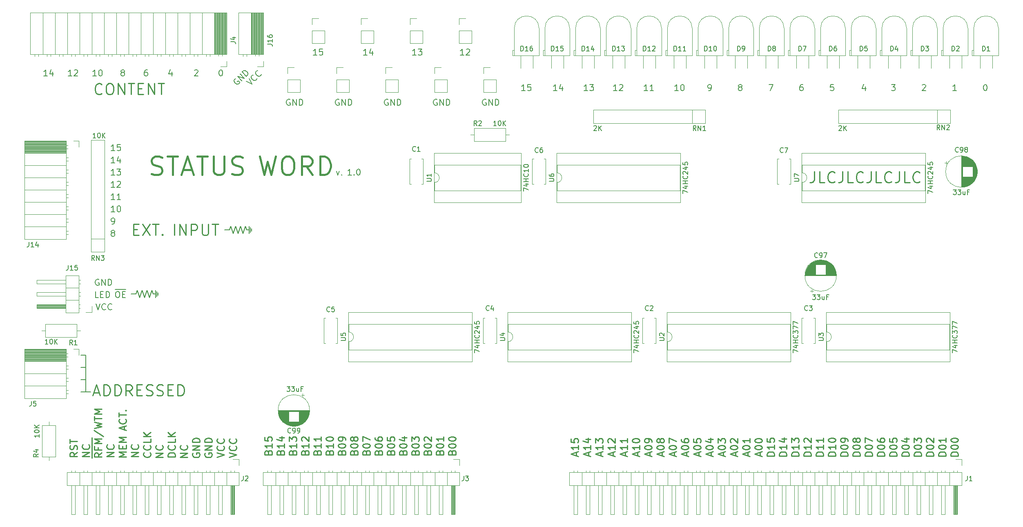
<source format=gto>
G04 #@! TF.GenerationSoftware,KiCad,Pcbnew,(7.0.0)*
G04 #@! TF.CreationDate,2024-11-17T17:27:16-08:00*
G04 #@! TF.ProjectId,status_word,73746174-7573-45f7-976f-72642e6b6963,rev?*
G04 #@! TF.SameCoordinates,Original*
G04 #@! TF.FileFunction,Legend,Top*
G04 #@! TF.FilePolarity,Positive*
%FSLAX46Y46*%
G04 Gerber Fmt 4.6, Leading zero omitted, Abs format (unit mm)*
G04 Created by KiCad (PCBNEW (7.0.0)) date 2024-11-17 17:27:16*
%MOMM*%
%LPD*%
G01*
G04 APERTURE LIST*
%ADD10C,0.150000*%
%ADD11C,0.381000*%
%ADD12C,0.203200*%
%ADD13C,0.254000*%
%ADD14C,0.250000*%
%ADD15C,0.120000*%
%ADD16C,1.600000*%
%ADD17O,1.600000X1.600000*%
%ADD18R,1.700000X1.700000*%
%ADD19O,1.700000X1.700000*%
%ADD20R,1.600000X1.600000*%
%ADD21R,1.800000X1.800000*%
%ADD22C,1.800000*%
G04 APERTURE END LIST*
D10*
X64516000Y-129540000D02*
X62484000Y-129540000D01*
X77978000Y-108458000D02*
X77978000Y-109982000D01*
X96139000Y-96647000D02*
X96647000Y-95123000D01*
X93345000Y-95885000D02*
X93599000Y-95123000D01*
X76200000Y-108458000D02*
X76708000Y-109982000D01*
X94615000Y-95123000D02*
X95123000Y-96647000D01*
X93599000Y-95123000D02*
X94107000Y-96647000D01*
X77470000Y-109220000D02*
X77978000Y-109220000D01*
X77216000Y-108458000D02*
X77470000Y-109220000D01*
X97663000Y-96393000D02*
X97663000Y-95377000D01*
X74168000Y-108458000D02*
X74676000Y-109982000D01*
X76708000Y-109982000D02*
X77216000Y-108458000D01*
X96901000Y-95885000D02*
X97409000Y-95885000D01*
X73914000Y-109220000D02*
X74168000Y-108458000D01*
X74676000Y-109982000D02*
X75184000Y-108458000D01*
X72898000Y-109220000D02*
X73914000Y-109220000D01*
X75184000Y-108458000D02*
X75692000Y-109982000D01*
X78486000Y-108966000D02*
X78486000Y-109474000D01*
X95123000Y-96647000D02*
X95631000Y-95123000D01*
X97917000Y-95631000D02*
X97917000Y-96139000D01*
X96647000Y-95123000D02*
X96901000Y-95885000D01*
X62484000Y-124460000D02*
X63500000Y-124460000D01*
X95631000Y-95123000D02*
X96139000Y-96647000D01*
X62484000Y-121920000D02*
X63500000Y-121920000D01*
X75692000Y-109982000D02*
X76200000Y-108458000D01*
X78232000Y-109728000D02*
X78232000Y-108712000D01*
X92329000Y-95885000D02*
X93345000Y-95885000D01*
X94107000Y-96647000D02*
X94615000Y-95123000D01*
X97409000Y-95123000D02*
X97409000Y-96647000D01*
X63500000Y-129540000D02*
X63500000Y-121920000D01*
X62484000Y-127000000D02*
X63500000Y-127000000D01*
D11*
X77179714Y-84333442D02*
X77724000Y-84514871D01*
X77724000Y-84514871D02*
X78631142Y-84514871D01*
X78631142Y-84514871D02*
X78994000Y-84333442D01*
X78994000Y-84333442D02*
X79175428Y-84152014D01*
X79175428Y-84152014D02*
X79356857Y-83789157D01*
X79356857Y-83789157D02*
X79356857Y-83426300D01*
X79356857Y-83426300D02*
X79175428Y-83063442D01*
X79175428Y-83063442D02*
X78994000Y-82882014D01*
X78994000Y-82882014D02*
X78631142Y-82700585D01*
X78631142Y-82700585D02*
X77905428Y-82519157D01*
X77905428Y-82519157D02*
X77542571Y-82337728D01*
X77542571Y-82337728D02*
X77361142Y-82156300D01*
X77361142Y-82156300D02*
X77179714Y-81793442D01*
X77179714Y-81793442D02*
X77179714Y-81430585D01*
X77179714Y-81430585D02*
X77361142Y-81067728D01*
X77361142Y-81067728D02*
X77542571Y-80886300D01*
X77542571Y-80886300D02*
X77905428Y-80704871D01*
X77905428Y-80704871D02*
X78812571Y-80704871D01*
X78812571Y-80704871D02*
X79356857Y-80886300D01*
X80445428Y-80704871D02*
X82622571Y-80704871D01*
X81533999Y-84514871D02*
X81533999Y-80704871D01*
X83711142Y-83426300D02*
X85525428Y-83426300D01*
X83348285Y-84514871D02*
X84618285Y-80704871D01*
X84618285Y-80704871D02*
X85888285Y-84514871D01*
X86613999Y-80704871D02*
X88791142Y-80704871D01*
X87702570Y-84514871D02*
X87702570Y-80704871D01*
X90061141Y-80704871D02*
X90061141Y-83789157D01*
X90061141Y-83789157D02*
X90242570Y-84152014D01*
X90242570Y-84152014D02*
X90423999Y-84333442D01*
X90423999Y-84333442D02*
X90786856Y-84514871D01*
X90786856Y-84514871D02*
X91512570Y-84514871D01*
X91512570Y-84514871D02*
X91875427Y-84333442D01*
X91875427Y-84333442D02*
X92056856Y-84152014D01*
X92056856Y-84152014D02*
X92238284Y-83789157D01*
X92238284Y-83789157D02*
X92238284Y-80704871D01*
X93871142Y-84333442D02*
X94415428Y-84514871D01*
X94415428Y-84514871D02*
X95322570Y-84514871D01*
X95322570Y-84514871D02*
X95685428Y-84333442D01*
X95685428Y-84333442D02*
X95866856Y-84152014D01*
X95866856Y-84152014D02*
X96048285Y-83789157D01*
X96048285Y-83789157D02*
X96048285Y-83426300D01*
X96048285Y-83426300D02*
X95866856Y-83063442D01*
X95866856Y-83063442D02*
X95685428Y-82882014D01*
X95685428Y-82882014D02*
X95322570Y-82700585D01*
X95322570Y-82700585D02*
X94596856Y-82519157D01*
X94596856Y-82519157D02*
X94233999Y-82337728D01*
X94233999Y-82337728D02*
X94052570Y-82156300D01*
X94052570Y-82156300D02*
X93871142Y-81793442D01*
X93871142Y-81793442D02*
X93871142Y-81430585D01*
X93871142Y-81430585D02*
X94052570Y-81067728D01*
X94052570Y-81067728D02*
X94233999Y-80886300D01*
X94233999Y-80886300D02*
X94596856Y-80704871D01*
X94596856Y-80704871D02*
X95503999Y-80704871D01*
X95503999Y-80704871D02*
X96048285Y-80886300D01*
X99604284Y-80704871D02*
X100511427Y-84514871D01*
X100511427Y-84514871D02*
X101237141Y-81793442D01*
X101237141Y-81793442D02*
X101962856Y-84514871D01*
X101962856Y-84514871D02*
X102869999Y-80704871D01*
X105047142Y-80704871D02*
X105772856Y-80704871D01*
X105772856Y-80704871D02*
X106135713Y-80886300D01*
X106135713Y-80886300D02*
X106498570Y-81249157D01*
X106498570Y-81249157D02*
X106679999Y-81974871D01*
X106679999Y-81974871D02*
X106679999Y-83244871D01*
X106679999Y-83244871D02*
X106498570Y-83970585D01*
X106498570Y-83970585D02*
X106135713Y-84333442D01*
X106135713Y-84333442D02*
X105772856Y-84514871D01*
X105772856Y-84514871D02*
X105047142Y-84514871D01*
X105047142Y-84514871D02*
X104684285Y-84333442D01*
X104684285Y-84333442D02*
X104321427Y-83970585D01*
X104321427Y-83970585D02*
X104139999Y-83244871D01*
X104139999Y-83244871D02*
X104139999Y-81974871D01*
X104139999Y-81974871D02*
X104321427Y-81249157D01*
X104321427Y-81249157D02*
X104684285Y-80886300D01*
X104684285Y-80886300D02*
X105047142Y-80704871D01*
X110489999Y-84514871D02*
X109219999Y-82700585D01*
X108312856Y-84514871D02*
X108312856Y-80704871D01*
X108312856Y-80704871D02*
X109764285Y-80704871D01*
X109764285Y-80704871D02*
X110127142Y-80886300D01*
X110127142Y-80886300D02*
X110308571Y-81067728D01*
X110308571Y-81067728D02*
X110489999Y-81430585D01*
X110489999Y-81430585D02*
X110489999Y-81974871D01*
X110489999Y-81974871D02*
X110308571Y-82337728D01*
X110308571Y-82337728D02*
X110127142Y-82519157D01*
X110127142Y-82519157D02*
X109764285Y-82700585D01*
X109764285Y-82700585D02*
X108312856Y-82700585D01*
X112122856Y-84514871D02*
X112122856Y-80704871D01*
X112122856Y-80704871D02*
X113029999Y-80704871D01*
X113029999Y-80704871D02*
X113574285Y-80886300D01*
X113574285Y-80886300D02*
X113937142Y-81249157D01*
X113937142Y-81249157D02*
X114118571Y-81612014D01*
X114118571Y-81612014D02*
X114299999Y-82337728D01*
X114299999Y-82337728D02*
X114299999Y-82882014D01*
X114299999Y-82882014D02*
X114118571Y-83607728D01*
X114118571Y-83607728D02*
X113937142Y-83970585D01*
X113937142Y-83970585D02*
X113574285Y-84333442D01*
X113574285Y-84333442D02*
X113029999Y-84514871D01*
X113029999Y-84514871D02*
X112122856Y-84514871D01*
D12*
X86093904Y-62836576D02*
X86154380Y-62776100D01*
X86154380Y-62776100D02*
X86275333Y-62715623D01*
X86275333Y-62715623D02*
X86577714Y-62715623D01*
X86577714Y-62715623D02*
X86698666Y-62776100D01*
X86698666Y-62776100D02*
X86759142Y-62836576D01*
X86759142Y-62836576D02*
X86819619Y-62957528D01*
X86819619Y-62957528D02*
X86819619Y-63078480D01*
X86819619Y-63078480D02*
X86759142Y-63259909D01*
X86759142Y-63259909D02*
X86033428Y-63985623D01*
X86033428Y-63985623D02*
X86819619Y-63985623D01*
X225128666Y-66186957D02*
X225128666Y-67033623D01*
X224826285Y-65703147D02*
X224523904Y-66610290D01*
X224523904Y-66610290D02*
X225310095Y-66610290D01*
X69547619Y-84559623D02*
X68821904Y-84559623D01*
X69184761Y-84559623D02*
X69184761Y-83289623D01*
X69184761Y-83289623D02*
X69063809Y-83471052D01*
X69063809Y-83471052D02*
X68942857Y-83592004D01*
X68942857Y-83592004D02*
X68821904Y-83652480D01*
X69970952Y-83289623D02*
X70757143Y-83289623D01*
X70757143Y-83289623D02*
X70333809Y-83773433D01*
X70333809Y-83773433D02*
X70515238Y-83773433D01*
X70515238Y-83773433D02*
X70636190Y-83833909D01*
X70636190Y-83833909D02*
X70696666Y-83894385D01*
X70696666Y-83894385D02*
X70757143Y-84015338D01*
X70757143Y-84015338D02*
X70757143Y-84317719D01*
X70757143Y-84317719D02*
X70696666Y-84438671D01*
X70696666Y-84438671D02*
X70636190Y-84499147D01*
X70636190Y-84499147D02*
X70515238Y-84559623D01*
X70515238Y-84559623D02*
X70152381Y-84559623D01*
X70152381Y-84559623D02*
X70031428Y-84499147D01*
X70031428Y-84499147D02*
X69970952Y-84438671D01*
X55577619Y-63985623D02*
X54851904Y-63985623D01*
X55214761Y-63985623D02*
X55214761Y-62715623D01*
X55214761Y-62715623D02*
X55093809Y-62897052D01*
X55093809Y-62897052D02*
X54972857Y-63018004D01*
X54972857Y-63018004D02*
X54851904Y-63078480D01*
X56666190Y-63138957D02*
X56666190Y-63985623D01*
X56363809Y-62655147D02*
X56061428Y-63562290D01*
X56061428Y-63562290D02*
X56847619Y-63562290D01*
X69547619Y-82019623D02*
X68821904Y-82019623D01*
X69184761Y-82019623D02*
X69184761Y-80749623D01*
X69184761Y-80749623D02*
X69063809Y-80931052D01*
X69063809Y-80931052D02*
X68942857Y-81052004D01*
X68942857Y-81052004D02*
X68821904Y-81112480D01*
X70636190Y-81172957D02*
X70636190Y-82019623D01*
X70333809Y-80689147D02*
X70031428Y-81596290D01*
X70031428Y-81596290D02*
X70817619Y-81596290D01*
X69547619Y-79479623D02*
X68821904Y-79479623D01*
X69184761Y-79479623D02*
X69184761Y-78209623D01*
X69184761Y-78209623D02*
X69063809Y-78391052D01*
X69063809Y-78391052D02*
X68942857Y-78512004D01*
X68942857Y-78512004D02*
X68821904Y-78572480D01*
X70696666Y-78209623D02*
X70091904Y-78209623D01*
X70091904Y-78209623D02*
X70031428Y-78814385D01*
X70031428Y-78814385D02*
X70091904Y-78753909D01*
X70091904Y-78753909D02*
X70212857Y-78693433D01*
X70212857Y-78693433D02*
X70515238Y-78693433D01*
X70515238Y-78693433D02*
X70636190Y-78753909D01*
X70636190Y-78753909D02*
X70696666Y-78814385D01*
X70696666Y-78814385D02*
X70757143Y-78935338D01*
X70757143Y-78935338D02*
X70757143Y-79237719D01*
X70757143Y-79237719D02*
X70696666Y-79358671D01*
X70696666Y-79358671D02*
X70636190Y-79419147D01*
X70636190Y-79419147D02*
X70515238Y-79479623D01*
X70515238Y-79479623D02*
X70212857Y-79479623D01*
X70212857Y-79479623D02*
X70091904Y-79419147D01*
X70091904Y-79419147D02*
X70031428Y-79358671D01*
X141937619Y-59667623D02*
X141211904Y-59667623D01*
X141574761Y-59667623D02*
X141574761Y-58397623D01*
X141574761Y-58397623D02*
X141453809Y-58579052D01*
X141453809Y-58579052D02*
X141332857Y-58700004D01*
X141332857Y-58700004D02*
X141211904Y-58760480D01*
X142421428Y-58518576D02*
X142481904Y-58458100D01*
X142481904Y-58458100D02*
X142602857Y-58397623D01*
X142602857Y-58397623D02*
X142905238Y-58397623D01*
X142905238Y-58397623D02*
X143026190Y-58458100D01*
X143026190Y-58458100D02*
X143086666Y-58518576D01*
X143086666Y-58518576D02*
X143147143Y-58639528D01*
X143147143Y-58639528D02*
X143147143Y-58760480D01*
X143147143Y-58760480D02*
X143086666Y-58941909D01*
X143086666Y-58941909D02*
X142360952Y-59667623D01*
X142360952Y-59667623D02*
X143147143Y-59667623D01*
X161241619Y-67033623D02*
X160515904Y-67033623D01*
X160878761Y-67033623D02*
X160878761Y-65763623D01*
X160878761Y-65763623D02*
X160757809Y-65945052D01*
X160757809Y-65945052D02*
X160636857Y-66066004D01*
X160636857Y-66066004D02*
X160515904Y-66126480D01*
X162330190Y-66186957D02*
X162330190Y-67033623D01*
X162027809Y-65703147D02*
X161725428Y-66610290D01*
X161725428Y-66610290D02*
X162511619Y-66610290D01*
X249972285Y-65763623D02*
X250093238Y-65763623D01*
X250093238Y-65763623D02*
X250214190Y-65824100D01*
X250214190Y-65824100D02*
X250274666Y-65884576D01*
X250274666Y-65884576D02*
X250335142Y-66005528D01*
X250335142Y-66005528D02*
X250395619Y-66247433D01*
X250395619Y-66247433D02*
X250395619Y-66549814D01*
X250395619Y-66549814D02*
X250335142Y-66791719D01*
X250335142Y-66791719D02*
X250274666Y-66912671D01*
X250274666Y-66912671D02*
X250214190Y-66973147D01*
X250214190Y-66973147D02*
X250093238Y-67033623D01*
X250093238Y-67033623D02*
X249972285Y-67033623D01*
X249972285Y-67033623D02*
X249851333Y-66973147D01*
X249851333Y-66973147D02*
X249790857Y-66912671D01*
X249790857Y-66912671D02*
X249730380Y-66791719D01*
X249730380Y-66791719D02*
X249669904Y-66549814D01*
X249669904Y-66549814D02*
X249669904Y-66247433D01*
X249669904Y-66247433D02*
X249730380Y-66005528D01*
X249730380Y-66005528D02*
X249790857Y-65884576D01*
X249790857Y-65884576D02*
X249851333Y-65824100D01*
X249851333Y-65824100D02*
X249972285Y-65763623D01*
X69547619Y-87099623D02*
X68821904Y-87099623D01*
X69184761Y-87099623D02*
X69184761Y-85829623D01*
X69184761Y-85829623D02*
X69063809Y-86011052D01*
X69063809Y-86011052D02*
X68942857Y-86132004D01*
X68942857Y-86132004D02*
X68821904Y-86192480D01*
X70031428Y-85950576D02*
X70091904Y-85890100D01*
X70091904Y-85890100D02*
X70212857Y-85829623D01*
X70212857Y-85829623D02*
X70515238Y-85829623D01*
X70515238Y-85829623D02*
X70636190Y-85890100D01*
X70636190Y-85890100D02*
X70696666Y-85950576D01*
X70696666Y-85950576D02*
X70757143Y-86071528D01*
X70757143Y-86071528D02*
X70757143Y-86192480D01*
X70757143Y-86192480D02*
X70696666Y-86373909D01*
X70696666Y-86373909D02*
X69970952Y-87099623D01*
X69970952Y-87099623D02*
X70757143Y-87099623D01*
X186387619Y-67033623D02*
X185661904Y-67033623D01*
X186024761Y-67033623D02*
X186024761Y-65763623D01*
X186024761Y-65763623D02*
X185903809Y-65945052D01*
X185903809Y-65945052D02*
X185782857Y-66066004D01*
X185782857Y-66066004D02*
X185661904Y-66126480D01*
X187173809Y-65763623D02*
X187294762Y-65763623D01*
X187294762Y-65763623D02*
X187415714Y-65824100D01*
X187415714Y-65824100D02*
X187476190Y-65884576D01*
X187476190Y-65884576D02*
X187536666Y-66005528D01*
X187536666Y-66005528D02*
X187597143Y-66247433D01*
X187597143Y-66247433D02*
X187597143Y-66549814D01*
X187597143Y-66549814D02*
X187536666Y-66791719D01*
X187536666Y-66791719D02*
X187476190Y-66912671D01*
X187476190Y-66912671D02*
X187415714Y-66973147D01*
X187415714Y-66973147D02*
X187294762Y-67033623D01*
X187294762Y-67033623D02*
X187173809Y-67033623D01*
X187173809Y-67033623D02*
X187052857Y-66973147D01*
X187052857Y-66973147D02*
X186992381Y-66912671D01*
X186992381Y-66912671D02*
X186931904Y-66791719D01*
X186931904Y-66791719D02*
X186871428Y-66549814D01*
X186871428Y-66549814D02*
X186871428Y-66247433D01*
X186871428Y-66247433D02*
X186931904Y-66005528D01*
X186931904Y-66005528D02*
X186992381Y-65884576D01*
X186992381Y-65884576D02*
X187052857Y-65824100D01*
X187052857Y-65824100D02*
X187173809Y-65763623D01*
X212174666Y-65763623D02*
X211932761Y-65763623D01*
X211932761Y-65763623D02*
X211811809Y-65824100D01*
X211811809Y-65824100D02*
X211751333Y-65884576D01*
X211751333Y-65884576D02*
X211630380Y-66066004D01*
X211630380Y-66066004D02*
X211569904Y-66307909D01*
X211569904Y-66307909D02*
X211569904Y-66791719D01*
X211569904Y-66791719D02*
X211630380Y-66912671D01*
X211630380Y-66912671D02*
X211690857Y-66973147D01*
X211690857Y-66973147D02*
X211811809Y-67033623D01*
X211811809Y-67033623D02*
X212053714Y-67033623D01*
X212053714Y-67033623D02*
X212174666Y-66973147D01*
X212174666Y-66973147D02*
X212235142Y-66912671D01*
X212235142Y-66912671D02*
X212295619Y-66791719D01*
X212295619Y-66791719D02*
X212295619Y-66489338D01*
X212295619Y-66489338D02*
X212235142Y-66368385D01*
X212235142Y-66368385D02*
X212174666Y-66307909D01*
X212174666Y-66307909D02*
X212053714Y-66247433D01*
X212053714Y-66247433D02*
X211811809Y-66247433D01*
X211811809Y-66247433D02*
X211690857Y-66307909D01*
X211690857Y-66307909D02*
X211630380Y-66368385D01*
X211630380Y-66368385D02*
X211569904Y-66489338D01*
X154637619Y-67033623D02*
X153911904Y-67033623D01*
X154274761Y-67033623D02*
X154274761Y-65763623D01*
X154274761Y-65763623D02*
X154153809Y-65945052D01*
X154153809Y-65945052D02*
X154032857Y-66066004D01*
X154032857Y-66066004D02*
X153911904Y-66126480D01*
X155786666Y-65763623D02*
X155181904Y-65763623D01*
X155181904Y-65763623D02*
X155121428Y-66368385D01*
X155121428Y-66368385D02*
X155181904Y-66307909D01*
X155181904Y-66307909D02*
X155302857Y-66247433D01*
X155302857Y-66247433D02*
X155605238Y-66247433D01*
X155605238Y-66247433D02*
X155726190Y-66307909D01*
X155726190Y-66307909D02*
X155786666Y-66368385D01*
X155786666Y-66368385D02*
X155847143Y-66489338D01*
X155847143Y-66489338D02*
X155847143Y-66791719D01*
X155847143Y-66791719D02*
X155786666Y-66912671D01*
X155786666Y-66912671D02*
X155726190Y-66973147D01*
X155726190Y-66973147D02*
X155605238Y-67033623D01*
X155605238Y-67033623D02*
X155302857Y-67033623D01*
X155302857Y-67033623D02*
X155181904Y-66973147D01*
X155181904Y-66973147D02*
X155121428Y-66912671D01*
X199111809Y-66307909D02*
X198990857Y-66247433D01*
X198990857Y-66247433D02*
X198930380Y-66186957D01*
X198930380Y-66186957D02*
X198869904Y-66066004D01*
X198869904Y-66066004D02*
X198869904Y-66005528D01*
X198869904Y-66005528D02*
X198930380Y-65884576D01*
X198930380Y-65884576D02*
X198990857Y-65824100D01*
X198990857Y-65824100D02*
X199111809Y-65763623D01*
X199111809Y-65763623D02*
X199353714Y-65763623D01*
X199353714Y-65763623D02*
X199474666Y-65824100D01*
X199474666Y-65824100D02*
X199535142Y-65884576D01*
X199535142Y-65884576D02*
X199595619Y-66005528D01*
X199595619Y-66005528D02*
X199595619Y-66066004D01*
X199595619Y-66066004D02*
X199535142Y-66186957D01*
X199535142Y-66186957D02*
X199474666Y-66247433D01*
X199474666Y-66247433D02*
X199353714Y-66307909D01*
X199353714Y-66307909D02*
X199111809Y-66307909D01*
X199111809Y-66307909D02*
X198990857Y-66368385D01*
X198990857Y-66368385D02*
X198930380Y-66428861D01*
X198930380Y-66428861D02*
X198869904Y-66549814D01*
X198869904Y-66549814D02*
X198869904Y-66791719D01*
X198869904Y-66791719D02*
X198930380Y-66912671D01*
X198930380Y-66912671D02*
X198990857Y-66973147D01*
X198990857Y-66973147D02*
X199111809Y-67033623D01*
X199111809Y-67033623D02*
X199353714Y-67033623D01*
X199353714Y-67033623D02*
X199474666Y-66973147D01*
X199474666Y-66973147D02*
X199535142Y-66912671D01*
X199535142Y-66912671D02*
X199595619Y-66791719D01*
X199595619Y-66791719D02*
X199595619Y-66549814D01*
X199595619Y-66549814D02*
X199535142Y-66428861D01*
X199535142Y-66428861D02*
X199474666Y-66368385D01*
X199474666Y-66368385D02*
X199353714Y-66307909D01*
X71095809Y-63259909D02*
X70974857Y-63199433D01*
X70974857Y-63199433D02*
X70914380Y-63138957D01*
X70914380Y-63138957D02*
X70853904Y-63018004D01*
X70853904Y-63018004D02*
X70853904Y-62957528D01*
X70853904Y-62957528D02*
X70914380Y-62836576D01*
X70914380Y-62836576D02*
X70974857Y-62776100D01*
X70974857Y-62776100D02*
X71095809Y-62715623D01*
X71095809Y-62715623D02*
X71337714Y-62715623D01*
X71337714Y-62715623D02*
X71458666Y-62776100D01*
X71458666Y-62776100D02*
X71519142Y-62836576D01*
X71519142Y-62836576D02*
X71579619Y-62957528D01*
X71579619Y-62957528D02*
X71579619Y-63018004D01*
X71579619Y-63018004D02*
X71519142Y-63138957D01*
X71519142Y-63138957D02*
X71458666Y-63199433D01*
X71458666Y-63199433D02*
X71337714Y-63259909D01*
X71337714Y-63259909D02*
X71095809Y-63259909D01*
X71095809Y-63259909D02*
X70974857Y-63320385D01*
X70974857Y-63320385D02*
X70914380Y-63380861D01*
X70914380Y-63380861D02*
X70853904Y-63501814D01*
X70853904Y-63501814D02*
X70853904Y-63743719D01*
X70853904Y-63743719D02*
X70914380Y-63864671D01*
X70914380Y-63864671D02*
X70974857Y-63925147D01*
X70974857Y-63925147D02*
X71095809Y-63985623D01*
X71095809Y-63985623D02*
X71337714Y-63985623D01*
X71337714Y-63985623D02*
X71458666Y-63925147D01*
X71458666Y-63925147D02*
X71519142Y-63864671D01*
X71519142Y-63864671D02*
X71579619Y-63743719D01*
X71579619Y-63743719D02*
X71579619Y-63501814D01*
X71579619Y-63501814D02*
X71519142Y-63380861D01*
X71519142Y-63380861D02*
X71458666Y-63320385D01*
X71458666Y-63320385D02*
X71337714Y-63259909D01*
D13*
X65205428Y-129659380D02*
X66294000Y-129659380D01*
X64987714Y-130312522D02*
X65749714Y-128026522D01*
X65749714Y-128026522D02*
X66511714Y-130312522D01*
X67273714Y-130312522D02*
X67273714Y-128026522D01*
X67273714Y-128026522D02*
X67818000Y-128026522D01*
X67818000Y-128026522D02*
X68144571Y-128135380D01*
X68144571Y-128135380D02*
X68362286Y-128353094D01*
X68362286Y-128353094D02*
X68471143Y-128570808D01*
X68471143Y-128570808D02*
X68580000Y-129006237D01*
X68580000Y-129006237D02*
X68580000Y-129332808D01*
X68580000Y-129332808D02*
X68471143Y-129768237D01*
X68471143Y-129768237D02*
X68362286Y-129985951D01*
X68362286Y-129985951D02*
X68144571Y-130203665D01*
X68144571Y-130203665D02*
X67818000Y-130312522D01*
X67818000Y-130312522D02*
X67273714Y-130312522D01*
X69559714Y-130312522D02*
X69559714Y-128026522D01*
X69559714Y-128026522D02*
X70104000Y-128026522D01*
X70104000Y-128026522D02*
X70430571Y-128135380D01*
X70430571Y-128135380D02*
X70648286Y-128353094D01*
X70648286Y-128353094D02*
X70757143Y-128570808D01*
X70757143Y-128570808D02*
X70866000Y-129006237D01*
X70866000Y-129006237D02*
X70866000Y-129332808D01*
X70866000Y-129332808D02*
X70757143Y-129768237D01*
X70757143Y-129768237D02*
X70648286Y-129985951D01*
X70648286Y-129985951D02*
X70430571Y-130203665D01*
X70430571Y-130203665D02*
X70104000Y-130312522D01*
X70104000Y-130312522D02*
X69559714Y-130312522D01*
X73152000Y-130312522D02*
X72390000Y-129223951D01*
X71845714Y-130312522D02*
X71845714Y-128026522D01*
X71845714Y-128026522D02*
X72716571Y-128026522D01*
X72716571Y-128026522D02*
X72934286Y-128135380D01*
X72934286Y-128135380D02*
X73043143Y-128244237D01*
X73043143Y-128244237D02*
X73152000Y-128461951D01*
X73152000Y-128461951D02*
X73152000Y-128788522D01*
X73152000Y-128788522D02*
X73043143Y-129006237D01*
X73043143Y-129006237D02*
X72934286Y-129115094D01*
X72934286Y-129115094D02*
X72716571Y-129223951D01*
X72716571Y-129223951D02*
X71845714Y-129223951D01*
X74131714Y-129115094D02*
X74893714Y-129115094D01*
X75220286Y-130312522D02*
X74131714Y-130312522D01*
X74131714Y-130312522D02*
X74131714Y-128026522D01*
X74131714Y-128026522D02*
X75220286Y-128026522D01*
X76091143Y-130203665D02*
X76417715Y-130312522D01*
X76417715Y-130312522D02*
X76962000Y-130312522D01*
X76962000Y-130312522D02*
X77179715Y-130203665D01*
X77179715Y-130203665D02*
X77288572Y-130094808D01*
X77288572Y-130094808D02*
X77397429Y-129877094D01*
X77397429Y-129877094D02*
X77397429Y-129659380D01*
X77397429Y-129659380D02*
X77288572Y-129441665D01*
X77288572Y-129441665D02*
X77179715Y-129332808D01*
X77179715Y-129332808D02*
X76962000Y-129223951D01*
X76962000Y-129223951D02*
X76526572Y-129115094D01*
X76526572Y-129115094D02*
X76308857Y-129006237D01*
X76308857Y-129006237D02*
X76200000Y-128897380D01*
X76200000Y-128897380D02*
X76091143Y-128679665D01*
X76091143Y-128679665D02*
X76091143Y-128461951D01*
X76091143Y-128461951D02*
X76200000Y-128244237D01*
X76200000Y-128244237D02*
X76308857Y-128135380D01*
X76308857Y-128135380D02*
X76526572Y-128026522D01*
X76526572Y-128026522D02*
X77070857Y-128026522D01*
X77070857Y-128026522D02*
X77397429Y-128135380D01*
X78268286Y-130203665D02*
X78594858Y-130312522D01*
X78594858Y-130312522D02*
X79139143Y-130312522D01*
X79139143Y-130312522D02*
X79356858Y-130203665D01*
X79356858Y-130203665D02*
X79465715Y-130094808D01*
X79465715Y-130094808D02*
X79574572Y-129877094D01*
X79574572Y-129877094D02*
X79574572Y-129659380D01*
X79574572Y-129659380D02*
X79465715Y-129441665D01*
X79465715Y-129441665D02*
X79356858Y-129332808D01*
X79356858Y-129332808D02*
X79139143Y-129223951D01*
X79139143Y-129223951D02*
X78703715Y-129115094D01*
X78703715Y-129115094D02*
X78486000Y-129006237D01*
X78486000Y-129006237D02*
X78377143Y-128897380D01*
X78377143Y-128897380D02*
X78268286Y-128679665D01*
X78268286Y-128679665D02*
X78268286Y-128461951D01*
X78268286Y-128461951D02*
X78377143Y-128244237D01*
X78377143Y-128244237D02*
X78486000Y-128135380D01*
X78486000Y-128135380D02*
X78703715Y-128026522D01*
X78703715Y-128026522D02*
X79248000Y-128026522D01*
X79248000Y-128026522D02*
X79574572Y-128135380D01*
X80554286Y-129115094D02*
X81316286Y-129115094D01*
X81642858Y-130312522D02*
X80554286Y-130312522D01*
X80554286Y-130312522D02*
X80554286Y-128026522D01*
X80554286Y-128026522D02*
X81642858Y-128026522D01*
X82622572Y-130312522D02*
X82622572Y-128026522D01*
X82622572Y-128026522D02*
X83166858Y-128026522D01*
X83166858Y-128026522D02*
X83493429Y-128135380D01*
X83493429Y-128135380D02*
X83711144Y-128353094D01*
X83711144Y-128353094D02*
X83820001Y-128570808D01*
X83820001Y-128570808D02*
X83928858Y-129006237D01*
X83928858Y-129006237D02*
X83928858Y-129332808D01*
X83928858Y-129332808D02*
X83820001Y-129768237D01*
X83820001Y-129768237D02*
X83711144Y-129985951D01*
X83711144Y-129985951D02*
X83493429Y-130203665D01*
X83493429Y-130203665D02*
X83166858Y-130312522D01*
X83166858Y-130312522D02*
X82622572Y-130312522D01*
D12*
X116029619Y-68872100D02*
X115908666Y-68811623D01*
X115908666Y-68811623D02*
X115727238Y-68811623D01*
X115727238Y-68811623D02*
X115545809Y-68872100D01*
X115545809Y-68872100D02*
X115424857Y-68993052D01*
X115424857Y-68993052D02*
X115364380Y-69114004D01*
X115364380Y-69114004D02*
X115303904Y-69355909D01*
X115303904Y-69355909D02*
X115303904Y-69537338D01*
X115303904Y-69537338D02*
X115364380Y-69779242D01*
X115364380Y-69779242D02*
X115424857Y-69900195D01*
X115424857Y-69900195D02*
X115545809Y-70021147D01*
X115545809Y-70021147D02*
X115727238Y-70081623D01*
X115727238Y-70081623D02*
X115848190Y-70081623D01*
X115848190Y-70081623D02*
X116029619Y-70021147D01*
X116029619Y-70021147D02*
X116090095Y-69960671D01*
X116090095Y-69960671D02*
X116090095Y-69537338D01*
X116090095Y-69537338D02*
X115848190Y-69537338D01*
X116634380Y-70081623D02*
X116634380Y-68811623D01*
X116634380Y-68811623D02*
X117360095Y-70081623D01*
X117360095Y-70081623D02*
X117360095Y-68811623D01*
X117964856Y-70081623D02*
X117964856Y-68811623D01*
X117964856Y-68811623D02*
X118267237Y-68811623D01*
X118267237Y-68811623D02*
X118448666Y-68872100D01*
X118448666Y-68872100D02*
X118569618Y-68993052D01*
X118569618Y-68993052D02*
X118630095Y-69114004D01*
X118630095Y-69114004D02*
X118690571Y-69355909D01*
X118690571Y-69355909D02*
X118690571Y-69537338D01*
X118690571Y-69537338D02*
X118630095Y-69779242D01*
X118630095Y-69779242D02*
X118569618Y-69900195D01*
X118569618Y-69900195D02*
X118448666Y-70021147D01*
X118448666Y-70021147D02*
X118267237Y-70081623D01*
X118267237Y-70081623D02*
X117964856Y-70081623D01*
X91476285Y-62715623D02*
X91597238Y-62715623D01*
X91597238Y-62715623D02*
X91718190Y-62776100D01*
X91718190Y-62776100D02*
X91778666Y-62836576D01*
X91778666Y-62836576D02*
X91839142Y-62957528D01*
X91839142Y-62957528D02*
X91899619Y-63199433D01*
X91899619Y-63199433D02*
X91899619Y-63501814D01*
X91899619Y-63501814D02*
X91839142Y-63743719D01*
X91839142Y-63743719D02*
X91778666Y-63864671D01*
X91778666Y-63864671D02*
X91718190Y-63925147D01*
X91718190Y-63925147D02*
X91597238Y-63985623D01*
X91597238Y-63985623D02*
X91476285Y-63985623D01*
X91476285Y-63985623D02*
X91355333Y-63925147D01*
X91355333Y-63925147D02*
X91294857Y-63864671D01*
X91294857Y-63864671D02*
X91234380Y-63743719D01*
X91234380Y-63743719D02*
X91173904Y-63501814D01*
X91173904Y-63501814D02*
X91173904Y-63199433D01*
X91173904Y-63199433D02*
X91234380Y-62957528D01*
X91234380Y-62957528D02*
X91294857Y-62836576D01*
X91294857Y-62836576D02*
X91355333Y-62776100D01*
X91355333Y-62776100D02*
X91476285Y-62715623D01*
X111457619Y-59667623D02*
X110731904Y-59667623D01*
X111094761Y-59667623D02*
X111094761Y-58397623D01*
X111094761Y-58397623D02*
X110973809Y-58579052D01*
X110973809Y-58579052D02*
X110852857Y-58700004D01*
X110852857Y-58700004D02*
X110731904Y-58760480D01*
X112606666Y-58397623D02*
X112001904Y-58397623D01*
X112001904Y-58397623D02*
X111941428Y-59002385D01*
X111941428Y-59002385D02*
X112001904Y-58941909D01*
X112001904Y-58941909D02*
X112122857Y-58881433D01*
X112122857Y-58881433D02*
X112425238Y-58881433D01*
X112425238Y-58881433D02*
X112546190Y-58941909D01*
X112546190Y-58941909D02*
X112606666Y-59002385D01*
X112606666Y-59002385D02*
X112667143Y-59123338D01*
X112667143Y-59123338D02*
X112667143Y-59425719D01*
X112667143Y-59425719D02*
X112606666Y-59546671D01*
X112606666Y-59546671D02*
X112546190Y-59607147D01*
X112546190Y-59607147D02*
X112425238Y-59667623D01*
X112425238Y-59667623D02*
X112122857Y-59667623D01*
X112122857Y-59667623D02*
X112001904Y-59607147D01*
X112001904Y-59607147D02*
X111941428Y-59546671D01*
X68942857Y-94719623D02*
X69184761Y-94719623D01*
X69184761Y-94719623D02*
X69305714Y-94659147D01*
X69305714Y-94659147D02*
X69366190Y-94598671D01*
X69366190Y-94598671D02*
X69487142Y-94417242D01*
X69487142Y-94417242D02*
X69547619Y-94175338D01*
X69547619Y-94175338D02*
X69547619Y-93691528D01*
X69547619Y-93691528D02*
X69487142Y-93570576D01*
X69487142Y-93570576D02*
X69426666Y-93510100D01*
X69426666Y-93510100D02*
X69305714Y-93449623D01*
X69305714Y-93449623D02*
X69063809Y-93449623D01*
X69063809Y-93449623D02*
X68942857Y-93510100D01*
X68942857Y-93510100D02*
X68882380Y-93570576D01*
X68882380Y-93570576D02*
X68821904Y-93691528D01*
X68821904Y-93691528D02*
X68821904Y-93993909D01*
X68821904Y-93993909D02*
X68882380Y-94114861D01*
X68882380Y-94114861D02*
X68942857Y-94175338D01*
X68942857Y-94175338D02*
X69063809Y-94235814D01*
X69063809Y-94235814D02*
X69305714Y-94235814D01*
X69305714Y-94235814D02*
X69426666Y-94175338D01*
X69426666Y-94175338D02*
X69487142Y-94114861D01*
X69487142Y-94114861D02*
X69547619Y-93993909D01*
X205159428Y-65763623D02*
X206006095Y-65763623D01*
X206006095Y-65763623D02*
X205461809Y-67033623D01*
X69547619Y-92179623D02*
X68821904Y-92179623D01*
X69184761Y-92179623D02*
X69184761Y-90909623D01*
X69184761Y-90909623D02*
X69063809Y-91091052D01*
X69063809Y-91091052D02*
X68942857Y-91212004D01*
X68942857Y-91212004D02*
X68821904Y-91272480D01*
X70333809Y-90909623D02*
X70454762Y-90909623D01*
X70454762Y-90909623D02*
X70575714Y-90970100D01*
X70575714Y-90970100D02*
X70636190Y-91030576D01*
X70636190Y-91030576D02*
X70696666Y-91151528D01*
X70696666Y-91151528D02*
X70757143Y-91393433D01*
X70757143Y-91393433D02*
X70757143Y-91695814D01*
X70757143Y-91695814D02*
X70696666Y-91937719D01*
X70696666Y-91937719D02*
X70636190Y-92058671D01*
X70636190Y-92058671D02*
X70575714Y-92119147D01*
X70575714Y-92119147D02*
X70454762Y-92179623D01*
X70454762Y-92179623D02*
X70333809Y-92179623D01*
X70333809Y-92179623D02*
X70212857Y-92119147D01*
X70212857Y-92119147D02*
X70152381Y-92058671D01*
X70152381Y-92058671D02*
X70091904Y-91937719D01*
X70091904Y-91937719D02*
X70031428Y-91695814D01*
X70031428Y-91695814D02*
X70031428Y-91393433D01*
X70031428Y-91393433D02*
X70091904Y-91151528D01*
X70091904Y-91151528D02*
X70152381Y-91030576D01*
X70152381Y-91030576D02*
X70212857Y-90970100D01*
X70212857Y-90970100D02*
X70333809Y-90909623D01*
X244045619Y-67033623D02*
X243319904Y-67033623D01*
X243682761Y-67033623D02*
X243682761Y-65763623D01*
X243682761Y-65763623D02*
X243561809Y-65945052D01*
X243561809Y-65945052D02*
X243440857Y-66066004D01*
X243440857Y-66066004D02*
X243319904Y-66126480D01*
D13*
X66874571Y-67610808D02*
X66765714Y-67719665D01*
X66765714Y-67719665D02*
X66439142Y-67828522D01*
X66439142Y-67828522D02*
X66221428Y-67828522D01*
X66221428Y-67828522D02*
X65894857Y-67719665D01*
X65894857Y-67719665D02*
X65677142Y-67501951D01*
X65677142Y-67501951D02*
X65568285Y-67284237D01*
X65568285Y-67284237D02*
X65459428Y-66848808D01*
X65459428Y-66848808D02*
X65459428Y-66522237D01*
X65459428Y-66522237D02*
X65568285Y-66086808D01*
X65568285Y-66086808D02*
X65677142Y-65869094D01*
X65677142Y-65869094D02*
X65894857Y-65651380D01*
X65894857Y-65651380D02*
X66221428Y-65542522D01*
X66221428Y-65542522D02*
X66439142Y-65542522D01*
X66439142Y-65542522D02*
X66765714Y-65651380D01*
X66765714Y-65651380D02*
X66874571Y-65760237D01*
X68289714Y-65542522D02*
X68725142Y-65542522D01*
X68725142Y-65542522D02*
X68942857Y-65651380D01*
X68942857Y-65651380D02*
X69160571Y-65869094D01*
X69160571Y-65869094D02*
X69269428Y-66304522D01*
X69269428Y-66304522D02*
X69269428Y-67066522D01*
X69269428Y-67066522D02*
X69160571Y-67501951D01*
X69160571Y-67501951D02*
X68942857Y-67719665D01*
X68942857Y-67719665D02*
X68725142Y-67828522D01*
X68725142Y-67828522D02*
X68289714Y-67828522D01*
X68289714Y-67828522D02*
X68072000Y-67719665D01*
X68072000Y-67719665D02*
X67854285Y-67501951D01*
X67854285Y-67501951D02*
X67745428Y-67066522D01*
X67745428Y-67066522D02*
X67745428Y-66304522D01*
X67745428Y-66304522D02*
X67854285Y-65869094D01*
X67854285Y-65869094D02*
X68072000Y-65651380D01*
X68072000Y-65651380D02*
X68289714Y-65542522D01*
X70249142Y-67828522D02*
X70249142Y-65542522D01*
X70249142Y-65542522D02*
X71555428Y-67828522D01*
X71555428Y-67828522D02*
X71555428Y-65542522D01*
X72317428Y-65542522D02*
X73623714Y-65542522D01*
X72970571Y-67828522D02*
X72970571Y-65542522D01*
X74385713Y-66631094D02*
X75147713Y-66631094D01*
X75474285Y-67828522D02*
X74385713Y-67828522D01*
X74385713Y-67828522D02*
X74385713Y-65542522D01*
X74385713Y-65542522D02*
X75474285Y-65542522D01*
X76453999Y-67828522D02*
X76453999Y-65542522D01*
X76453999Y-65542522D02*
X77760285Y-67828522D01*
X77760285Y-67828522D02*
X77760285Y-65542522D01*
X78522285Y-65542522D02*
X79828571Y-65542522D01*
X79175428Y-67828522D02*
X79175428Y-65542522D01*
D12*
X96782073Y-65115020D02*
X97979440Y-65713704D01*
X97979440Y-65713704D02*
X97380756Y-64516336D01*
X99005755Y-64516337D02*
X99005755Y-64601863D01*
X99005755Y-64601863D02*
X98920229Y-64772915D01*
X98920229Y-64772915D02*
X98834702Y-64858442D01*
X98834702Y-64858442D02*
X98663650Y-64943968D01*
X98663650Y-64943968D02*
X98492597Y-64943968D01*
X98492597Y-64943968D02*
X98364308Y-64901205D01*
X98364308Y-64901205D02*
X98150492Y-64772915D01*
X98150492Y-64772915D02*
X98022203Y-64644626D01*
X98022203Y-64644626D02*
X97893914Y-64430810D01*
X97893914Y-64430810D02*
X97851150Y-64302521D01*
X97851150Y-64302521D02*
X97851150Y-64131469D01*
X97851150Y-64131469D02*
X97936677Y-63960416D01*
X97936677Y-63960416D02*
X98022203Y-63874890D01*
X98022203Y-63874890D02*
X98193255Y-63789364D01*
X98193255Y-63789364D02*
X98278782Y-63789364D01*
X99903780Y-63618311D02*
X99903780Y-63703837D01*
X99903780Y-63703837D02*
X99818254Y-63874890D01*
X99818254Y-63874890D02*
X99732728Y-63960416D01*
X99732728Y-63960416D02*
X99561675Y-64045942D01*
X99561675Y-64045942D02*
X99390623Y-64045942D01*
X99390623Y-64045942D02*
X99262334Y-64003179D01*
X99262334Y-64003179D02*
X99048518Y-63874890D01*
X99048518Y-63874890D02*
X98920229Y-63746600D01*
X98920229Y-63746600D02*
X98791939Y-63532785D01*
X98791939Y-63532785D02*
X98749176Y-63404495D01*
X98749176Y-63404495D02*
X98749176Y-63233443D01*
X98749176Y-63233443D02*
X98834702Y-63062390D01*
X98834702Y-63062390D02*
X98920229Y-62976864D01*
X98920229Y-62976864D02*
X99091281Y-62891338D01*
X99091281Y-62891338D02*
X99176807Y-62891338D01*
X167591619Y-67033623D02*
X166865904Y-67033623D01*
X167228761Y-67033623D02*
X167228761Y-65763623D01*
X167228761Y-65763623D02*
X167107809Y-65945052D01*
X167107809Y-65945052D02*
X166986857Y-66066004D01*
X166986857Y-66066004D02*
X166865904Y-66126480D01*
X168014952Y-65763623D02*
X168801143Y-65763623D01*
X168801143Y-65763623D02*
X168377809Y-66247433D01*
X168377809Y-66247433D02*
X168559238Y-66247433D01*
X168559238Y-66247433D02*
X168680190Y-66307909D01*
X168680190Y-66307909D02*
X168740666Y-66368385D01*
X168740666Y-66368385D02*
X168801143Y-66489338D01*
X168801143Y-66489338D02*
X168801143Y-66791719D01*
X168801143Y-66791719D02*
X168740666Y-66912671D01*
X168740666Y-66912671D02*
X168680190Y-66973147D01*
X168680190Y-66973147D02*
X168559238Y-67033623D01*
X168559238Y-67033623D02*
X168196381Y-67033623D01*
X168196381Y-67033623D02*
X168075428Y-66973147D01*
X168075428Y-66973147D02*
X168014952Y-66912671D01*
X94629520Y-64559100D02*
X94501230Y-64601863D01*
X94501230Y-64601863D02*
X94372941Y-64730152D01*
X94372941Y-64730152D02*
X94287415Y-64901205D01*
X94287415Y-64901205D02*
X94287415Y-65072257D01*
X94287415Y-65072257D02*
X94330178Y-65200546D01*
X94330178Y-65200546D02*
X94458467Y-65414362D01*
X94458467Y-65414362D02*
X94586756Y-65542651D01*
X94586756Y-65542651D02*
X94800572Y-65670941D01*
X94800572Y-65670941D02*
X94928861Y-65713704D01*
X94928861Y-65713704D02*
X95099914Y-65713704D01*
X95099914Y-65713704D02*
X95270966Y-65628178D01*
X95270966Y-65628178D02*
X95356493Y-65542651D01*
X95356493Y-65542651D02*
X95442019Y-65371599D01*
X95442019Y-65371599D02*
X95442019Y-65286073D01*
X95442019Y-65286073D02*
X95142677Y-64986731D01*
X95142677Y-64986731D02*
X94971625Y-65157783D01*
X95912413Y-64986731D02*
X95014388Y-64088705D01*
X95014388Y-64088705D02*
X96425571Y-64473573D01*
X96425571Y-64473573D02*
X95527545Y-63575548D01*
X96853202Y-64045942D02*
X95955176Y-63147917D01*
X95955176Y-63147917D02*
X96168992Y-62934101D01*
X96168992Y-62934101D02*
X96340044Y-62848575D01*
X96340044Y-62848575D02*
X96511097Y-62848575D01*
X96511097Y-62848575D02*
X96639386Y-62891338D01*
X96639386Y-62891338D02*
X96853202Y-63019627D01*
X96853202Y-63019627D02*
X96981491Y-63147917D01*
X96981491Y-63147917D02*
X97109781Y-63361732D01*
X97109781Y-63361732D02*
X97152544Y-63490022D01*
X97152544Y-63490022D02*
X97152544Y-63661074D01*
X97152544Y-63661074D02*
X97067017Y-63832127D01*
X97067017Y-63832127D02*
X96853202Y-64045942D01*
X66245619Y-106210100D02*
X66124666Y-106149623D01*
X66124666Y-106149623D02*
X65943238Y-106149623D01*
X65943238Y-106149623D02*
X65761809Y-106210100D01*
X65761809Y-106210100D02*
X65640857Y-106331052D01*
X65640857Y-106331052D02*
X65580380Y-106452004D01*
X65580380Y-106452004D02*
X65519904Y-106693909D01*
X65519904Y-106693909D02*
X65519904Y-106875338D01*
X65519904Y-106875338D02*
X65580380Y-107117242D01*
X65580380Y-107117242D02*
X65640857Y-107238195D01*
X65640857Y-107238195D02*
X65761809Y-107359147D01*
X65761809Y-107359147D02*
X65943238Y-107419623D01*
X65943238Y-107419623D02*
X66064190Y-107419623D01*
X66064190Y-107419623D02*
X66245619Y-107359147D01*
X66245619Y-107359147D02*
X66306095Y-107298671D01*
X66306095Y-107298671D02*
X66306095Y-106875338D01*
X66306095Y-106875338D02*
X66064190Y-106875338D01*
X66850380Y-107419623D02*
X66850380Y-106149623D01*
X66850380Y-106149623D02*
X67576095Y-107419623D01*
X67576095Y-107419623D02*
X67576095Y-106149623D01*
X68180856Y-107419623D02*
X68180856Y-106149623D01*
X68180856Y-106149623D02*
X68483237Y-106149623D01*
X68483237Y-106149623D02*
X68664666Y-106210100D01*
X68664666Y-106210100D02*
X68785618Y-106331052D01*
X68785618Y-106331052D02*
X68846095Y-106452004D01*
X68846095Y-106452004D02*
X68906571Y-106693909D01*
X68906571Y-106693909D02*
X68906571Y-106875338D01*
X68906571Y-106875338D02*
X68846095Y-107117242D01*
X68846095Y-107117242D02*
X68785618Y-107238195D01*
X68785618Y-107238195D02*
X68664666Y-107359147D01*
X68664666Y-107359147D02*
X68483237Y-107419623D01*
X68483237Y-107419623D02*
X68180856Y-107419623D01*
X132031619Y-59667623D02*
X131305904Y-59667623D01*
X131668761Y-59667623D02*
X131668761Y-58397623D01*
X131668761Y-58397623D02*
X131547809Y-58579052D01*
X131547809Y-58579052D02*
X131426857Y-58700004D01*
X131426857Y-58700004D02*
X131305904Y-58760480D01*
X132454952Y-58397623D02*
X133241143Y-58397623D01*
X133241143Y-58397623D02*
X132817809Y-58881433D01*
X132817809Y-58881433D02*
X132999238Y-58881433D01*
X132999238Y-58881433D02*
X133120190Y-58941909D01*
X133120190Y-58941909D02*
X133180666Y-59002385D01*
X133180666Y-59002385D02*
X133241143Y-59123338D01*
X133241143Y-59123338D02*
X133241143Y-59425719D01*
X133241143Y-59425719D02*
X133180666Y-59546671D01*
X133180666Y-59546671D02*
X133120190Y-59607147D01*
X133120190Y-59607147D02*
X132999238Y-59667623D01*
X132999238Y-59667623D02*
X132636381Y-59667623D01*
X132636381Y-59667623D02*
X132515428Y-59607147D01*
X132515428Y-59607147D02*
X132454952Y-59546671D01*
X180037619Y-67033623D02*
X179311904Y-67033623D01*
X179674761Y-67033623D02*
X179674761Y-65763623D01*
X179674761Y-65763623D02*
X179553809Y-65945052D01*
X179553809Y-65945052D02*
X179432857Y-66066004D01*
X179432857Y-66066004D02*
X179311904Y-66126480D01*
X181247143Y-67033623D02*
X180521428Y-67033623D01*
X180884285Y-67033623D02*
X180884285Y-65763623D01*
X180884285Y-65763623D02*
X180763333Y-65945052D01*
X180763333Y-65945052D02*
X180642381Y-66066004D01*
X180642381Y-66066004D02*
X180521428Y-66126480D01*
X121871619Y-59667623D02*
X121145904Y-59667623D01*
X121508761Y-59667623D02*
X121508761Y-58397623D01*
X121508761Y-58397623D02*
X121387809Y-58579052D01*
X121387809Y-58579052D02*
X121266857Y-58700004D01*
X121266857Y-58700004D02*
X121145904Y-58760480D01*
X122960190Y-58820957D02*
X122960190Y-59667623D01*
X122657809Y-58337147D02*
X122355428Y-59244290D01*
X122355428Y-59244290D02*
X123141619Y-59244290D01*
X65652952Y-111229623D02*
X66076285Y-112499623D01*
X66076285Y-112499623D02*
X66499619Y-111229623D01*
X67648666Y-112378671D02*
X67588190Y-112439147D01*
X67588190Y-112439147D02*
X67406761Y-112499623D01*
X67406761Y-112499623D02*
X67285809Y-112499623D01*
X67285809Y-112499623D02*
X67104380Y-112439147D01*
X67104380Y-112439147D02*
X66983428Y-112318195D01*
X66983428Y-112318195D02*
X66922951Y-112197242D01*
X66922951Y-112197242D02*
X66862475Y-111955338D01*
X66862475Y-111955338D02*
X66862475Y-111773909D01*
X66862475Y-111773909D02*
X66922951Y-111532004D01*
X66922951Y-111532004D02*
X66983428Y-111411052D01*
X66983428Y-111411052D02*
X67104380Y-111290100D01*
X67104380Y-111290100D02*
X67285809Y-111229623D01*
X67285809Y-111229623D02*
X67406761Y-111229623D01*
X67406761Y-111229623D02*
X67588190Y-111290100D01*
X67588190Y-111290100D02*
X67648666Y-111350576D01*
X68918666Y-112378671D02*
X68858190Y-112439147D01*
X68858190Y-112439147D02*
X68676761Y-112499623D01*
X68676761Y-112499623D02*
X68555809Y-112499623D01*
X68555809Y-112499623D02*
X68374380Y-112439147D01*
X68374380Y-112439147D02*
X68253428Y-112318195D01*
X68253428Y-112318195D02*
X68192951Y-112197242D01*
X68192951Y-112197242D02*
X68132475Y-111955338D01*
X68132475Y-111955338D02*
X68132475Y-111773909D01*
X68132475Y-111773909D02*
X68192951Y-111532004D01*
X68192951Y-111532004D02*
X68253428Y-111411052D01*
X68253428Y-111411052D02*
X68374380Y-111290100D01*
X68374380Y-111290100D02*
X68555809Y-111229623D01*
X68555809Y-111229623D02*
X68676761Y-111229623D01*
X68676761Y-111229623D02*
X68858190Y-111290100D01*
X68858190Y-111290100D02*
X68918666Y-111350576D01*
X218585142Y-65763623D02*
X217980380Y-65763623D01*
X217980380Y-65763623D02*
X217919904Y-66368385D01*
X217919904Y-66368385D02*
X217980380Y-66307909D01*
X217980380Y-66307909D02*
X218101333Y-66247433D01*
X218101333Y-66247433D02*
X218403714Y-66247433D01*
X218403714Y-66247433D02*
X218524666Y-66307909D01*
X218524666Y-66307909D02*
X218585142Y-66368385D01*
X218585142Y-66368385D02*
X218645619Y-66489338D01*
X218645619Y-66489338D02*
X218645619Y-66791719D01*
X218645619Y-66791719D02*
X218585142Y-66912671D01*
X218585142Y-66912671D02*
X218524666Y-66973147D01*
X218524666Y-66973147D02*
X218403714Y-67033623D01*
X218403714Y-67033623D02*
X218101333Y-67033623D01*
X218101333Y-67033623D02*
X217980380Y-66973147D01*
X217980380Y-66973147D02*
X217919904Y-66912671D01*
X69063809Y-96533909D02*
X68942857Y-96473433D01*
X68942857Y-96473433D02*
X68882380Y-96412957D01*
X68882380Y-96412957D02*
X68821904Y-96292004D01*
X68821904Y-96292004D02*
X68821904Y-96231528D01*
X68821904Y-96231528D02*
X68882380Y-96110576D01*
X68882380Y-96110576D02*
X68942857Y-96050100D01*
X68942857Y-96050100D02*
X69063809Y-95989623D01*
X69063809Y-95989623D02*
X69305714Y-95989623D01*
X69305714Y-95989623D02*
X69426666Y-96050100D01*
X69426666Y-96050100D02*
X69487142Y-96110576D01*
X69487142Y-96110576D02*
X69547619Y-96231528D01*
X69547619Y-96231528D02*
X69547619Y-96292004D01*
X69547619Y-96292004D02*
X69487142Y-96412957D01*
X69487142Y-96412957D02*
X69426666Y-96473433D01*
X69426666Y-96473433D02*
X69305714Y-96533909D01*
X69305714Y-96533909D02*
X69063809Y-96533909D01*
X69063809Y-96533909D02*
X68942857Y-96594385D01*
X68942857Y-96594385D02*
X68882380Y-96654861D01*
X68882380Y-96654861D02*
X68821904Y-96775814D01*
X68821904Y-96775814D02*
X68821904Y-97017719D01*
X68821904Y-97017719D02*
X68882380Y-97138671D01*
X68882380Y-97138671D02*
X68942857Y-97199147D01*
X68942857Y-97199147D02*
X69063809Y-97259623D01*
X69063809Y-97259623D02*
X69305714Y-97259623D01*
X69305714Y-97259623D02*
X69426666Y-97199147D01*
X69426666Y-97199147D02*
X69487142Y-97138671D01*
X69487142Y-97138671D02*
X69547619Y-97017719D01*
X69547619Y-97017719D02*
X69547619Y-96775814D01*
X69547619Y-96775814D02*
X69487142Y-96654861D01*
X69487142Y-96654861D02*
X69426666Y-96594385D01*
X69426666Y-96594385D02*
X69305714Y-96533909D01*
X76284666Y-62715623D02*
X76042761Y-62715623D01*
X76042761Y-62715623D02*
X75921809Y-62776100D01*
X75921809Y-62776100D02*
X75861333Y-62836576D01*
X75861333Y-62836576D02*
X75740380Y-63018004D01*
X75740380Y-63018004D02*
X75679904Y-63259909D01*
X75679904Y-63259909D02*
X75679904Y-63743719D01*
X75679904Y-63743719D02*
X75740380Y-63864671D01*
X75740380Y-63864671D02*
X75800857Y-63925147D01*
X75800857Y-63925147D02*
X75921809Y-63985623D01*
X75921809Y-63985623D02*
X76163714Y-63985623D01*
X76163714Y-63985623D02*
X76284666Y-63925147D01*
X76284666Y-63925147D02*
X76345142Y-63864671D01*
X76345142Y-63864671D02*
X76405619Y-63743719D01*
X76405619Y-63743719D02*
X76405619Y-63441338D01*
X76405619Y-63441338D02*
X76345142Y-63320385D01*
X76345142Y-63320385D02*
X76284666Y-63259909D01*
X76284666Y-63259909D02*
X76163714Y-63199433D01*
X76163714Y-63199433D02*
X75921809Y-63199433D01*
X75921809Y-63199433D02*
X75800857Y-63259909D01*
X75800857Y-63259909D02*
X75740380Y-63320385D01*
X75740380Y-63320385D02*
X75679904Y-63441338D01*
X173687619Y-67033623D02*
X172961904Y-67033623D01*
X173324761Y-67033623D02*
X173324761Y-65763623D01*
X173324761Y-65763623D02*
X173203809Y-65945052D01*
X173203809Y-65945052D02*
X173082857Y-66066004D01*
X173082857Y-66066004D02*
X172961904Y-66126480D01*
X174171428Y-65884576D02*
X174231904Y-65824100D01*
X174231904Y-65824100D02*
X174352857Y-65763623D01*
X174352857Y-65763623D02*
X174655238Y-65763623D01*
X174655238Y-65763623D02*
X174776190Y-65824100D01*
X174776190Y-65824100D02*
X174836666Y-65884576D01*
X174836666Y-65884576D02*
X174897143Y-66005528D01*
X174897143Y-66005528D02*
X174897143Y-66126480D01*
X174897143Y-66126480D02*
X174836666Y-66307909D01*
X174836666Y-66307909D02*
X174110952Y-67033623D01*
X174110952Y-67033623D02*
X174897143Y-67033623D01*
X115497428Y-83712957D02*
X115799809Y-84559623D01*
X115799809Y-84559623D02*
X116102190Y-83712957D01*
X116585999Y-84438671D02*
X116646476Y-84499147D01*
X116646476Y-84499147D02*
X116585999Y-84559623D01*
X116585999Y-84559623D02*
X116525523Y-84499147D01*
X116525523Y-84499147D02*
X116585999Y-84438671D01*
X116585999Y-84438671D02*
X116585999Y-84559623D01*
X118618000Y-84559623D02*
X117892285Y-84559623D01*
X118255142Y-84559623D02*
X118255142Y-83289623D01*
X118255142Y-83289623D02*
X118134190Y-83471052D01*
X118134190Y-83471052D02*
X118013238Y-83592004D01*
X118013238Y-83592004D02*
X117892285Y-83652480D01*
X119162285Y-84438671D02*
X119222762Y-84499147D01*
X119222762Y-84499147D02*
X119162285Y-84559623D01*
X119162285Y-84559623D02*
X119101809Y-84499147D01*
X119101809Y-84499147D02*
X119162285Y-84438671D01*
X119162285Y-84438671D02*
X119162285Y-84559623D01*
X120008952Y-83289623D02*
X120129905Y-83289623D01*
X120129905Y-83289623D02*
X120250857Y-83350100D01*
X120250857Y-83350100D02*
X120311333Y-83410576D01*
X120311333Y-83410576D02*
X120371809Y-83531528D01*
X120371809Y-83531528D02*
X120432286Y-83773433D01*
X120432286Y-83773433D02*
X120432286Y-84075814D01*
X120432286Y-84075814D02*
X120371809Y-84317719D01*
X120371809Y-84317719D02*
X120311333Y-84438671D01*
X120311333Y-84438671D02*
X120250857Y-84499147D01*
X120250857Y-84499147D02*
X120129905Y-84559623D01*
X120129905Y-84559623D02*
X120008952Y-84559623D01*
X120008952Y-84559623D02*
X119888000Y-84499147D01*
X119888000Y-84499147D02*
X119827524Y-84438671D01*
X119827524Y-84438671D02*
X119767047Y-84317719D01*
X119767047Y-84317719D02*
X119706571Y-84075814D01*
X119706571Y-84075814D02*
X119706571Y-83773433D01*
X119706571Y-83773433D02*
X119767047Y-83531528D01*
X119767047Y-83531528D02*
X119827524Y-83410576D01*
X119827524Y-83410576D02*
X119888000Y-83350100D01*
X119888000Y-83350100D02*
X120008952Y-83289623D01*
X105869619Y-68872100D02*
X105748666Y-68811623D01*
X105748666Y-68811623D02*
X105567238Y-68811623D01*
X105567238Y-68811623D02*
X105385809Y-68872100D01*
X105385809Y-68872100D02*
X105264857Y-68993052D01*
X105264857Y-68993052D02*
X105204380Y-69114004D01*
X105204380Y-69114004D02*
X105143904Y-69355909D01*
X105143904Y-69355909D02*
X105143904Y-69537338D01*
X105143904Y-69537338D02*
X105204380Y-69779242D01*
X105204380Y-69779242D02*
X105264857Y-69900195D01*
X105264857Y-69900195D02*
X105385809Y-70021147D01*
X105385809Y-70021147D02*
X105567238Y-70081623D01*
X105567238Y-70081623D02*
X105688190Y-70081623D01*
X105688190Y-70081623D02*
X105869619Y-70021147D01*
X105869619Y-70021147D02*
X105930095Y-69960671D01*
X105930095Y-69960671D02*
X105930095Y-69537338D01*
X105930095Y-69537338D02*
X105688190Y-69537338D01*
X106474380Y-70081623D02*
X106474380Y-68811623D01*
X106474380Y-68811623D02*
X107200095Y-70081623D01*
X107200095Y-70081623D02*
X107200095Y-68811623D01*
X107804856Y-70081623D02*
X107804856Y-68811623D01*
X107804856Y-68811623D02*
X108107237Y-68811623D01*
X108107237Y-68811623D02*
X108288666Y-68872100D01*
X108288666Y-68872100D02*
X108409618Y-68993052D01*
X108409618Y-68993052D02*
X108470095Y-69114004D01*
X108470095Y-69114004D02*
X108530571Y-69355909D01*
X108530571Y-69355909D02*
X108530571Y-69537338D01*
X108530571Y-69537338D02*
X108470095Y-69779242D01*
X108470095Y-69779242D02*
X108409618Y-69900195D01*
X108409618Y-69900195D02*
X108288666Y-70021147D01*
X108288666Y-70021147D02*
X108107237Y-70081623D01*
X108107237Y-70081623D02*
X107804856Y-70081623D01*
X60657619Y-63985623D02*
X59931904Y-63985623D01*
X60294761Y-63985623D02*
X60294761Y-62715623D01*
X60294761Y-62715623D02*
X60173809Y-62897052D01*
X60173809Y-62897052D02*
X60052857Y-63018004D01*
X60052857Y-63018004D02*
X59931904Y-63078480D01*
X61141428Y-62836576D02*
X61201904Y-62776100D01*
X61201904Y-62776100D02*
X61322857Y-62715623D01*
X61322857Y-62715623D02*
X61625238Y-62715623D01*
X61625238Y-62715623D02*
X61746190Y-62776100D01*
X61746190Y-62776100D02*
X61806666Y-62836576D01*
X61806666Y-62836576D02*
X61867143Y-62957528D01*
X61867143Y-62957528D02*
X61867143Y-63078480D01*
X61867143Y-63078480D02*
X61806666Y-63259909D01*
X61806666Y-63259909D02*
X61080952Y-63985623D01*
X61080952Y-63985623D02*
X61867143Y-63985623D01*
D13*
X73442285Y-95841094D02*
X74204285Y-95841094D01*
X74530857Y-97038522D02*
X73442285Y-97038522D01*
X73442285Y-97038522D02*
X73442285Y-94752522D01*
X73442285Y-94752522D02*
X74530857Y-94752522D01*
X75292857Y-94752522D02*
X76816857Y-97038522D01*
X76816857Y-94752522D02*
X75292857Y-97038522D01*
X77361143Y-94752522D02*
X78667429Y-94752522D01*
X78014286Y-97038522D02*
X78014286Y-94752522D01*
X79429428Y-96820808D02*
X79538285Y-96929665D01*
X79538285Y-96929665D02*
X79429428Y-97038522D01*
X79429428Y-97038522D02*
X79320571Y-96929665D01*
X79320571Y-96929665D02*
X79429428Y-96820808D01*
X79429428Y-96820808D02*
X79429428Y-97038522D01*
X81889599Y-97038522D02*
X81889599Y-94752522D01*
X82978170Y-97038522D02*
X82978170Y-94752522D01*
X82978170Y-94752522D02*
X84284456Y-97038522D01*
X84284456Y-97038522D02*
X84284456Y-94752522D01*
X85373027Y-97038522D02*
X85373027Y-94752522D01*
X85373027Y-94752522D02*
X86243884Y-94752522D01*
X86243884Y-94752522D02*
X86461599Y-94861380D01*
X86461599Y-94861380D02*
X86570456Y-94970237D01*
X86570456Y-94970237D02*
X86679313Y-95187951D01*
X86679313Y-95187951D02*
X86679313Y-95514522D01*
X86679313Y-95514522D02*
X86570456Y-95732237D01*
X86570456Y-95732237D02*
X86461599Y-95841094D01*
X86461599Y-95841094D02*
X86243884Y-95949951D01*
X86243884Y-95949951D02*
X85373027Y-95949951D01*
X87659027Y-94752522D02*
X87659027Y-96603094D01*
X87659027Y-96603094D02*
X87767884Y-96820808D01*
X87767884Y-96820808D02*
X87876742Y-96929665D01*
X87876742Y-96929665D02*
X88094456Y-97038522D01*
X88094456Y-97038522D02*
X88529884Y-97038522D01*
X88529884Y-97038522D02*
X88747599Y-96929665D01*
X88747599Y-96929665D02*
X88856456Y-96820808D01*
X88856456Y-96820808D02*
X88965313Y-96603094D01*
X88965313Y-96603094D02*
X88965313Y-94752522D01*
X89727313Y-94752522D02*
X91033599Y-94752522D01*
X90380456Y-97038522D02*
X90380456Y-94752522D01*
D12*
X66185142Y-109959623D02*
X65580380Y-109959623D01*
X65580380Y-109959623D02*
X65580380Y-108689623D01*
X66608475Y-109294385D02*
X67031809Y-109294385D01*
X67213237Y-109959623D02*
X66608475Y-109959623D01*
X66608475Y-109959623D02*
X66608475Y-108689623D01*
X66608475Y-108689623D02*
X67213237Y-108689623D01*
X67757523Y-109959623D02*
X67757523Y-108689623D01*
X67757523Y-108689623D02*
X68059904Y-108689623D01*
X68059904Y-108689623D02*
X68241333Y-108750100D01*
X68241333Y-108750100D02*
X68362285Y-108871052D01*
X68362285Y-108871052D02*
X68422762Y-108992004D01*
X68422762Y-108992004D02*
X68483238Y-109233909D01*
X68483238Y-109233909D02*
X68483238Y-109415338D01*
X68483238Y-109415338D02*
X68422762Y-109657242D01*
X68422762Y-109657242D02*
X68362285Y-109778195D01*
X68362285Y-109778195D02*
X68241333Y-109899147D01*
X68241333Y-109899147D02*
X68059904Y-109959623D01*
X68059904Y-109959623D02*
X67757523Y-109959623D01*
X70031428Y-108689623D02*
X70273333Y-108689623D01*
X70273333Y-108689623D02*
X70394285Y-108750100D01*
X70394285Y-108750100D02*
X70515238Y-108871052D01*
X70515238Y-108871052D02*
X70575714Y-109112957D01*
X70575714Y-109112957D02*
X70575714Y-109536290D01*
X70575714Y-109536290D02*
X70515238Y-109778195D01*
X70515238Y-109778195D02*
X70394285Y-109899147D01*
X70394285Y-109899147D02*
X70273333Y-109959623D01*
X70273333Y-109959623D02*
X70031428Y-109959623D01*
X70031428Y-109959623D02*
X69910476Y-109899147D01*
X69910476Y-109899147D02*
X69789523Y-109778195D01*
X69789523Y-109778195D02*
X69729047Y-109536290D01*
X69729047Y-109536290D02*
X69729047Y-109112957D01*
X69729047Y-109112957D02*
X69789523Y-108871052D01*
X69789523Y-108871052D02*
X69910476Y-108750100D01*
X69910476Y-108750100D02*
X70031428Y-108689623D01*
X71119999Y-109294385D02*
X71543333Y-109294385D01*
X71724761Y-109959623D02*
X71119999Y-109959623D01*
X71119999Y-109959623D02*
X71119999Y-108689623D01*
X71119999Y-108689623D02*
X71724761Y-108689623D01*
X69614143Y-108242100D02*
X71839667Y-108242100D01*
X136349619Y-68872100D02*
X136228666Y-68811623D01*
X136228666Y-68811623D02*
X136047238Y-68811623D01*
X136047238Y-68811623D02*
X135865809Y-68872100D01*
X135865809Y-68872100D02*
X135744857Y-68993052D01*
X135744857Y-68993052D02*
X135684380Y-69114004D01*
X135684380Y-69114004D02*
X135623904Y-69355909D01*
X135623904Y-69355909D02*
X135623904Y-69537338D01*
X135623904Y-69537338D02*
X135684380Y-69779242D01*
X135684380Y-69779242D02*
X135744857Y-69900195D01*
X135744857Y-69900195D02*
X135865809Y-70021147D01*
X135865809Y-70021147D02*
X136047238Y-70081623D01*
X136047238Y-70081623D02*
X136168190Y-70081623D01*
X136168190Y-70081623D02*
X136349619Y-70021147D01*
X136349619Y-70021147D02*
X136410095Y-69960671D01*
X136410095Y-69960671D02*
X136410095Y-69537338D01*
X136410095Y-69537338D02*
X136168190Y-69537338D01*
X136954380Y-70081623D02*
X136954380Y-68811623D01*
X136954380Y-68811623D02*
X137680095Y-70081623D01*
X137680095Y-70081623D02*
X137680095Y-68811623D01*
X138284856Y-70081623D02*
X138284856Y-68811623D01*
X138284856Y-68811623D02*
X138587237Y-68811623D01*
X138587237Y-68811623D02*
X138768666Y-68872100D01*
X138768666Y-68872100D02*
X138889618Y-68993052D01*
X138889618Y-68993052D02*
X138950095Y-69114004D01*
X138950095Y-69114004D02*
X139010571Y-69355909D01*
X139010571Y-69355909D02*
X139010571Y-69537338D01*
X139010571Y-69537338D02*
X138950095Y-69779242D01*
X138950095Y-69779242D02*
X138889618Y-69900195D01*
X138889618Y-69900195D02*
X138768666Y-70021147D01*
X138768666Y-70021147D02*
X138587237Y-70081623D01*
X138587237Y-70081623D02*
X138284856Y-70081623D01*
X65737619Y-63985623D02*
X65011904Y-63985623D01*
X65374761Y-63985623D02*
X65374761Y-62715623D01*
X65374761Y-62715623D02*
X65253809Y-62897052D01*
X65253809Y-62897052D02*
X65132857Y-63018004D01*
X65132857Y-63018004D02*
X65011904Y-63078480D01*
X66523809Y-62715623D02*
X66644762Y-62715623D01*
X66644762Y-62715623D02*
X66765714Y-62776100D01*
X66765714Y-62776100D02*
X66826190Y-62836576D01*
X66826190Y-62836576D02*
X66886666Y-62957528D01*
X66886666Y-62957528D02*
X66947143Y-63199433D01*
X66947143Y-63199433D02*
X66947143Y-63501814D01*
X66947143Y-63501814D02*
X66886666Y-63743719D01*
X66886666Y-63743719D02*
X66826190Y-63864671D01*
X66826190Y-63864671D02*
X66765714Y-63925147D01*
X66765714Y-63925147D02*
X66644762Y-63985623D01*
X66644762Y-63985623D02*
X66523809Y-63985623D01*
X66523809Y-63985623D02*
X66402857Y-63925147D01*
X66402857Y-63925147D02*
X66342381Y-63864671D01*
X66342381Y-63864671D02*
X66281904Y-63743719D01*
X66281904Y-63743719D02*
X66221428Y-63501814D01*
X66221428Y-63501814D02*
X66221428Y-63199433D01*
X66221428Y-63199433D02*
X66281904Y-62957528D01*
X66281904Y-62957528D02*
X66342381Y-62836576D01*
X66342381Y-62836576D02*
X66402857Y-62776100D01*
X66402857Y-62776100D02*
X66523809Y-62715623D01*
D13*
X214557428Y-83830522D02*
X214557428Y-85463380D01*
X214557428Y-85463380D02*
X214448571Y-85789951D01*
X214448571Y-85789951D02*
X214230857Y-86007665D01*
X214230857Y-86007665D02*
X213904285Y-86116522D01*
X213904285Y-86116522D02*
X213686571Y-86116522D01*
X216734571Y-86116522D02*
X215645999Y-86116522D01*
X215645999Y-86116522D02*
X215645999Y-83830522D01*
X218802856Y-85898808D02*
X218693999Y-86007665D01*
X218693999Y-86007665D02*
X218367427Y-86116522D01*
X218367427Y-86116522D02*
X218149713Y-86116522D01*
X218149713Y-86116522D02*
X217823142Y-86007665D01*
X217823142Y-86007665D02*
X217605427Y-85789951D01*
X217605427Y-85789951D02*
X217496570Y-85572237D01*
X217496570Y-85572237D02*
X217387713Y-85136808D01*
X217387713Y-85136808D02*
X217387713Y-84810237D01*
X217387713Y-84810237D02*
X217496570Y-84374808D01*
X217496570Y-84374808D02*
X217605427Y-84157094D01*
X217605427Y-84157094D02*
X217823142Y-83939380D01*
X217823142Y-83939380D02*
X218149713Y-83830522D01*
X218149713Y-83830522D02*
X218367427Y-83830522D01*
X218367427Y-83830522D02*
X218693999Y-83939380D01*
X218693999Y-83939380D02*
X218802856Y-84048237D01*
X220435713Y-83830522D02*
X220435713Y-85463380D01*
X220435713Y-85463380D02*
X220326856Y-85789951D01*
X220326856Y-85789951D02*
X220109142Y-86007665D01*
X220109142Y-86007665D02*
X219782570Y-86116522D01*
X219782570Y-86116522D02*
X219564856Y-86116522D01*
X222612856Y-86116522D02*
X221524284Y-86116522D01*
X221524284Y-86116522D02*
X221524284Y-83830522D01*
X224681141Y-85898808D02*
X224572284Y-86007665D01*
X224572284Y-86007665D02*
X224245712Y-86116522D01*
X224245712Y-86116522D02*
X224027998Y-86116522D01*
X224027998Y-86116522D02*
X223701427Y-86007665D01*
X223701427Y-86007665D02*
X223483712Y-85789951D01*
X223483712Y-85789951D02*
X223374855Y-85572237D01*
X223374855Y-85572237D02*
X223265998Y-85136808D01*
X223265998Y-85136808D02*
X223265998Y-84810237D01*
X223265998Y-84810237D02*
X223374855Y-84374808D01*
X223374855Y-84374808D02*
X223483712Y-84157094D01*
X223483712Y-84157094D02*
X223701427Y-83939380D01*
X223701427Y-83939380D02*
X224027998Y-83830522D01*
X224027998Y-83830522D02*
X224245712Y-83830522D01*
X224245712Y-83830522D02*
X224572284Y-83939380D01*
X224572284Y-83939380D02*
X224681141Y-84048237D01*
X226313998Y-83830522D02*
X226313998Y-85463380D01*
X226313998Y-85463380D02*
X226205141Y-85789951D01*
X226205141Y-85789951D02*
X225987427Y-86007665D01*
X225987427Y-86007665D02*
X225660855Y-86116522D01*
X225660855Y-86116522D02*
X225443141Y-86116522D01*
X228491141Y-86116522D02*
X227402569Y-86116522D01*
X227402569Y-86116522D02*
X227402569Y-83830522D01*
X230559426Y-85898808D02*
X230450569Y-86007665D01*
X230450569Y-86007665D02*
X230123997Y-86116522D01*
X230123997Y-86116522D02*
X229906283Y-86116522D01*
X229906283Y-86116522D02*
X229579712Y-86007665D01*
X229579712Y-86007665D02*
X229361997Y-85789951D01*
X229361997Y-85789951D02*
X229253140Y-85572237D01*
X229253140Y-85572237D02*
X229144283Y-85136808D01*
X229144283Y-85136808D02*
X229144283Y-84810237D01*
X229144283Y-84810237D02*
X229253140Y-84374808D01*
X229253140Y-84374808D02*
X229361997Y-84157094D01*
X229361997Y-84157094D02*
X229579712Y-83939380D01*
X229579712Y-83939380D02*
X229906283Y-83830522D01*
X229906283Y-83830522D02*
X230123997Y-83830522D01*
X230123997Y-83830522D02*
X230450569Y-83939380D01*
X230450569Y-83939380D02*
X230559426Y-84048237D01*
X232192283Y-83830522D02*
X232192283Y-85463380D01*
X232192283Y-85463380D02*
X232083426Y-85789951D01*
X232083426Y-85789951D02*
X231865712Y-86007665D01*
X231865712Y-86007665D02*
X231539140Y-86116522D01*
X231539140Y-86116522D02*
X231321426Y-86116522D01*
X234369426Y-86116522D02*
X233280854Y-86116522D01*
X233280854Y-86116522D02*
X233280854Y-83830522D01*
X236437711Y-85898808D02*
X236328854Y-86007665D01*
X236328854Y-86007665D02*
X236002282Y-86116522D01*
X236002282Y-86116522D02*
X235784568Y-86116522D01*
X235784568Y-86116522D02*
X235457997Y-86007665D01*
X235457997Y-86007665D02*
X235240282Y-85789951D01*
X235240282Y-85789951D02*
X235131425Y-85572237D01*
X235131425Y-85572237D02*
X235022568Y-85136808D01*
X235022568Y-85136808D02*
X235022568Y-84810237D01*
X235022568Y-84810237D02*
X235131425Y-84374808D01*
X235131425Y-84374808D02*
X235240282Y-84157094D01*
X235240282Y-84157094D02*
X235457997Y-83939380D01*
X235457997Y-83939380D02*
X235784568Y-83830522D01*
X235784568Y-83830522D02*
X236002282Y-83830522D01*
X236002282Y-83830522D02*
X236328854Y-83939380D01*
X236328854Y-83939380D02*
X236437711Y-84048237D01*
D12*
X230559428Y-65763623D02*
X231345619Y-65763623D01*
X231345619Y-65763623D02*
X230922285Y-66247433D01*
X230922285Y-66247433D02*
X231103714Y-66247433D01*
X231103714Y-66247433D02*
X231224666Y-66307909D01*
X231224666Y-66307909D02*
X231285142Y-66368385D01*
X231285142Y-66368385D02*
X231345619Y-66489338D01*
X231345619Y-66489338D02*
X231345619Y-66791719D01*
X231345619Y-66791719D02*
X231285142Y-66912671D01*
X231285142Y-66912671D02*
X231224666Y-66973147D01*
X231224666Y-66973147D02*
X231103714Y-67033623D01*
X231103714Y-67033623D02*
X230740857Y-67033623D01*
X230740857Y-67033623D02*
X230619904Y-66973147D01*
X230619904Y-66973147D02*
X230559428Y-66912671D01*
X146509619Y-68872100D02*
X146388666Y-68811623D01*
X146388666Y-68811623D02*
X146207238Y-68811623D01*
X146207238Y-68811623D02*
X146025809Y-68872100D01*
X146025809Y-68872100D02*
X145904857Y-68993052D01*
X145904857Y-68993052D02*
X145844380Y-69114004D01*
X145844380Y-69114004D02*
X145783904Y-69355909D01*
X145783904Y-69355909D02*
X145783904Y-69537338D01*
X145783904Y-69537338D02*
X145844380Y-69779242D01*
X145844380Y-69779242D02*
X145904857Y-69900195D01*
X145904857Y-69900195D02*
X146025809Y-70021147D01*
X146025809Y-70021147D02*
X146207238Y-70081623D01*
X146207238Y-70081623D02*
X146328190Y-70081623D01*
X146328190Y-70081623D02*
X146509619Y-70021147D01*
X146509619Y-70021147D02*
X146570095Y-69960671D01*
X146570095Y-69960671D02*
X146570095Y-69537338D01*
X146570095Y-69537338D02*
X146328190Y-69537338D01*
X147114380Y-70081623D02*
X147114380Y-68811623D01*
X147114380Y-68811623D02*
X147840095Y-70081623D01*
X147840095Y-70081623D02*
X147840095Y-68811623D01*
X148444856Y-70081623D02*
X148444856Y-68811623D01*
X148444856Y-68811623D02*
X148747237Y-68811623D01*
X148747237Y-68811623D02*
X148928666Y-68872100D01*
X148928666Y-68872100D02*
X149049618Y-68993052D01*
X149049618Y-68993052D02*
X149110095Y-69114004D01*
X149110095Y-69114004D02*
X149170571Y-69355909D01*
X149170571Y-69355909D02*
X149170571Y-69537338D01*
X149170571Y-69537338D02*
X149110095Y-69779242D01*
X149110095Y-69779242D02*
X149049618Y-69900195D01*
X149049618Y-69900195D02*
X148928666Y-70021147D01*
X148928666Y-70021147D02*
X148747237Y-70081623D01*
X148747237Y-70081623D02*
X148444856Y-70081623D01*
X81364666Y-63138957D02*
X81364666Y-63985623D01*
X81062285Y-62655147D02*
X80759904Y-63562290D01*
X80759904Y-63562290D02*
X81546095Y-63562290D01*
X236969904Y-65884576D02*
X237030380Y-65824100D01*
X237030380Y-65824100D02*
X237151333Y-65763623D01*
X237151333Y-65763623D02*
X237453714Y-65763623D01*
X237453714Y-65763623D02*
X237574666Y-65824100D01*
X237574666Y-65824100D02*
X237635142Y-65884576D01*
X237635142Y-65884576D02*
X237695619Y-66005528D01*
X237695619Y-66005528D02*
X237695619Y-66126480D01*
X237695619Y-66126480D02*
X237635142Y-66307909D01*
X237635142Y-66307909D02*
X236909428Y-67033623D01*
X236909428Y-67033623D02*
X237695619Y-67033623D01*
X126189619Y-68872100D02*
X126068666Y-68811623D01*
X126068666Y-68811623D02*
X125887238Y-68811623D01*
X125887238Y-68811623D02*
X125705809Y-68872100D01*
X125705809Y-68872100D02*
X125584857Y-68993052D01*
X125584857Y-68993052D02*
X125524380Y-69114004D01*
X125524380Y-69114004D02*
X125463904Y-69355909D01*
X125463904Y-69355909D02*
X125463904Y-69537338D01*
X125463904Y-69537338D02*
X125524380Y-69779242D01*
X125524380Y-69779242D02*
X125584857Y-69900195D01*
X125584857Y-69900195D02*
X125705809Y-70021147D01*
X125705809Y-70021147D02*
X125887238Y-70081623D01*
X125887238Y-70081623D02*
X126008190Y-70081623D01*
X126008190Y-70081623D02*
X126189619Y-70021147D01*
X126189619Y-70021147D02*
X126250095Y-69960671D01*
X126250095Y-69960671D02*
X126250095Y-69537338D01*
X126250095Y-69537338D02*
X126008190Y-69537338D01*
X126794380Y-70081623D02*
X126794380Y-68811623D01*
X126794380Y-68811623D02*
X127520095Y-70081623D01*
X127520095Y-70081623D02*
X127520095Y-68811623D01*
X128124856Y-70081623D02*
X128124856Y-68811623D01*
X128124856Y-68811623D02*
X128427237Y-68811623D01*
X128427237Y-68811623D02*
X128608666Y-68872100D01*
X128608666Y-68872100D02*
X128729618Y-68993052D01*
X128729618Y-68993052D02*
X128790095Y-69114004D01*
X128790095Y-69114004D02*
X128850571Y-69355909D01*
X128850571Y-69355909D02*
X128850571Y-69537338D01*
X128850571Y-69537338D02*
X128790095Y-69779242D01*
X128790095Y-69779242D02*
X128729618Y-69900195D01*
X128729618Y-69900195D02*
X128608666Y-70021147D01*
X128608666Y-70021147D02*
X128427237Y-70081623D01*
X128427237Y-70081623D02*
X128124856Y-70081623D01*
X69547619Y-89639623D02*
X68821904Y-89639623D01*
X69184761Y-89639623D02*
X69184761Y-88369623D01*
X69184761Y-88369623D02*
X69063809Y-88551052D01*
X69063809Y-88551052D02*
X68942857Y-88672004D01*
X68942857Y-88672004D02*
X68821904Y-88732480D01*
X70757143Y-89639623D02*
X70031428Y-89639623D01*
X70394285Y-89639623D02*
X70394285Y-88369623D01*
X70394285Y-88369623D02*
X70273333Y-88551052D01*
X70273333Y-88551052D02*
X70152381Y-88672004D01*
X70152381Y-88672004D02*
X70031428Y-88732480D01*
X192640857Y-67033623D02*
X192882761Y-67033623D01*
X192882761Y-67033623D02*
X193003714Y-66973147D01*
X193003714Y-66973147D02*
X193064190Y-66912671D01*
X193064190Y-66912671D02*
X193185142Y-66731242D01*
X193185142Y-66731242D02*
X193245619Y-66489338D01*
X193245619Y-66489338D02*
X193245619Y-66005528D01*
X193245619Y-66005528D02*
X193185142Y-65884576D01*
X193185142Y-65884576D02*
X193124666Y-65824100D01*
X193124666Y-65824100D02*
X193003714Y-65763623D01*
X193003714Y-65763623D02*
X192761809Y-65763623D01*
X192761809Y-65763623D02*
X192640857Y-65824100D01*
X192640857Y-65824100D02*
X192580380Y-65884576D01*
X192580380Y-65884576D02*
X192519904Y-66005528D01*
X192519904Y-66005528D02*
X192519904Y-66307909D01*
X192519904Y-66307909D02*
X192580380Y-66428861D01*
X192580380Y-66428861D02*
X192640857Y-66489338D01*
X192640857Y-66489338D02*
X192761809Y-66549814D01*
X192761809Y-66549814D02*
X193003714Y-66549814D01*
X193003714Y-66549814D02*
X193124666Y-66489338D01*
X193124666Y-66489338D02*
X193185142Y-66428861D01*
X193185142Y-66428861D02*
X193245619Y-66307909D01*
D10*
X147153333Y-112540142D02*
X147105714Y-112587761D01*
X147105714Y-112587761D02*
X146962857Y-112635380D01*
X146962857Y-112635380D02*
X146867619Y-112635380D01*
X146867619Y-112635380D02*
X146724762Y-112587761D01*
X146724762Y-112587761D02*
X146629524Y-112492523D01*
X146629524Y-112492523D02*
X146581905Y-112397285D01*
X146581905Y-112397285D02*
X146534286Y-112206809D01*
X146534286Y-112206809D02*
X146534286Y-112063952D01*
X146534286Y-112063952D02*
X146581905Y-111873476D01*
X146581905Y-111873476D02*
X146629524Y-111778238D01*
X146629524Y-111778238D02*
X146724762Y-111683000D01*
X146724762Y-111683000D02*
X146867619Y-111635380D01*
X146867619Y-111635380D02*
X146962857Y-111635380D01*
X146962857Y-111635380D02*
X147105714Y-111683000D01*
X147105714Y-111683000D02*
X147153333Y-111730619D01*
X148010476Y-111968714D02*
X148010476Y-112635380D01*
X147772381Y-111587761D02*
X147534286Y-112302047D01*
X147534286Y-112302047D02*
X148153333Y-112302047D01*
X53707380Y-142406666D02*
X53231190Y-142739999D01*
X53707380Y-142978094D02*
X52707380Y-142978094D01*
X52707380Y-142978094D02*
X52707380Y-142597142D01*
X52707380Y-142597142D02*
X52755000Y-142501904D01*
X52755000Y-142501904D02*
X52802619Y-142454285D01*
X52802619Y-142454285D02*
X52897857Y-142406666D01*
X52897857Y-142406666D02*
X53040714Y-142406666D01*
X53040714Y-142406666D02*
X53135952Y-142454285D01*
X53135952Y-142454285D02*
X53183571Y-142501904D01*
X53183571Y-142501904D02*
X53231190Y-142597142D01*
X53231190Y-142597142D02*
X53231190Y-142978094D01*
X53040714Y-141549523D02*
X53707380Y-141549523D01*
X52659761Y-141787618D02*
X53374047Y-142025713D01*
X53374047Y-142025713D02*
X53374047Y-141406666D01*
X53877380Y-138358476D02*
X53877380Y-138929904D01*
X53877380Y-138644190D02*
X52877380Y-138644190D01*
X52877380Y-138644190D02*
X53020238Y-138739428D01*
X53020238Y-138739428D02*
X53115476Y-138834666D01*
X53115476Y-138834666D02*
X53163095Y-138929904D01*
X52877380Y-137739428D02*
X52877380Y-137644190D01*
X52877380Y-137644190D02*
X52925000Y-137548952D01*
X52925000Y-137548952D02*
X52972619Y-137501333D01*
X52972619Y-137501333D02*
X53067857Y-137453714D01*
X53067857Y-137453714D02*
X53258333Y-137406095D01*
X53258333Y-137406095D02*
X53496428Y-137406095D01*
X53496428Y-137406095D02*
X53686904Y-137453714D01*
X53686904Y-137453714D02*
X53782142Y-137501333D01*
X53782142Y-137501333D02*
X53829761Y-137548952D01*
X53829761Y-137548952D02*
X53877380Y-137644190D01*
X53877380Y-137644190D02*
X53877380Y-137739428D01*
X53877380Y-137739428D02*
X53829761Y-137834666D01*
X53829761Y-137834666D02*
X53782142Y-137882285D01*
X53782142Y-137882285D02*
X53686904Y-137929904D01*
X53686904Y-137929904D02*
X53496428Y-137977523D01*
X53496428Y-137977523D02*
X53258333Y-137977523D01*
X53258333Y-137977523D02*
X53067857Y-137929904D01*
X53067857Y-137929904D02*
X52972619Y-137882285D01*
X52972619Y-137882285D02*
X52925000Y-137834666D01*
X52925000Y-137834666D02*
X52877380Y-137739428D01*
X53877380Y-136977523D02*
X52877380Y-136977523D01*
X53877380Y-136406095D02*
X53305952Y-136834666D01*
X52877380Y-136406095D02*
X53448809Y-136977523D01*
X141906666Y-146941380D02*
X141906666Y-147655666D01*
X141906666Y-147655666D02*
X141859047Y-147798523D01*
X141859047Y-147798523D02*
X141763809Y-147893761D01*
X141763809Y-147893761D02*
X141620952Y-147941380D01*
X141620952Y-147941380D02*
X141525714Y-147941380D01*
X142287619Y-146941380D02*
X142906666Y-146941380D01*
X142906666Y-146941380D02*
X142573333Y-147322333D01*
X142573333Y-147322333D02*
X142716190Y-147322333D01*
X142716190Y-147322333D02*
X142811428Y-147369952D01*
X142811428Y-147369952D02*
X142859047Y-147417571D01*
X142859047Y-147417571D02*
X142906666Y-147512809D01*
X142906666Y-147512809D02*
X142906666Y-147750904D01*
X142906666Y-147750904D02*
X142859047Y-147846142D01*
X142859047Y-147846142D02*
X142811428Y-147893761D01*
X142811428Y-147893761D02*
X142716190Y-147941380D01*
X142716190Y-147941380D02*
X142430476Y-147941380D01*
X142430476Y-147941380D02*
X142335238Y-147893761D01*
X142335238Y-147893761D02*
X142287619Y-147846142D01*
D14*
X108985357Y-142037428D02*
X109056785Y-141823142D01*
X109056785Y-141823142D02*
X109128214Y-141751713D01*
X109128214Y-141751713D02*
X109271071Y-141680285D01*
X109271071Y-141680285D02*
X109485357Y-141680285D01*
X109485357Y-141680285D02*
X109628214Y-141751713D01*
X109628214Y-141751713D02*
X109699642Y-141823142D01*
X109699642Y-141823142D02*
X109771071Y-141965999D01*
X109771071Y-141965999D02*
X109771071Y-142537428D01*
X109771071Y-142537428D02*
X108271071Y-142537428D01*
X108271071Y-142537428D02*
X108271071Y-142037428D01*
X108271071Y-142037428D02*
X108342500Y-141894571D01*
X108342500Y-141894571D02*
X108413928Y-141823142D01*
X108413928Y-141823142D02*
X108556785Y-141751713D01*
X108556785Y-141751713D02*
X108699642Y-141751713D01*
X108699642Y-141751713D02*
X108842500Y-141823142D01*
X108842500Y-141823142D02*
X108913928Y-141894571D01*
X108913928Y-141894571D02*
X108985357Y-142037428D01*
X108985357Y-142037428D02*
X108985357Y-142537428D01*
X109771071Y-140251713D02*
X109771071Y-141108856D01*
X109771071Y-140680285D02*
X108271071Y-140680285D01*
X108271071Y-140680285D02*
X108485357Y-140823142D01*
X108485357Y-140823142D02*
X108628214Y-140965999D01*
X108628214Y-140965999D02*
X108699642Y-141108856D01*
X108413928Y-139680285D02*
X108342500Y-139608857D01*
X108342500Y-139608857D02*
X108271071Y-139466000D01*
X108271071Y-139466000D02*
X108271071Y-139108857D01*
X108271071Y-139108857D02*
X108342500Y-138966000D01*
X108342500Y-138966000D02*
X108413928Y-138894571D01*
X108413928Y-138894571D02*
X108556785Y-138823142D01*
X108556785Y-138823142D02*
X108699642Y-138823142D01*
X108699642Y-138823142D02*
X108913928Y-138894571D01*
X108913928Y-138894571D02*
X109771071Y-139751714D01*
X109771071Y-139751714D02*
X109771071Y-138823142D01*
X103905357Y-142037428D02*
X103976785Y-141823142D01*
X103976785Y-141823142D02*
X104048214Y-141751713D01*
X104048214Y-141751713D02*
X104191071Y-141680285D01*
X104191071Y-141680285D02*
X104405357Y-141680285D01*
X104405357Y-141680285D02*
X104548214Y-141751713D01*
X104548214Y-141751713D02*
X104619642Y-141823142D01*
X104619642Y-141823142D02*
X104691071Y-141965999D01*
X104691071Y-141965999D02*
X104691071Y-142537428D01*
X104691071Y-142537428D02*
X103191071Y-142537428D01*
X103191071Y-142537428D02*
X103191071Y-142037428D01*
X103191071Y-142037428D02*
X103262500Y-141894571D01*
X103262500Y-141894571D02*
X103333928Y-141823142D01*
X103333928Y-141823142D02*
X103476785Y-141751713D01*
X103476785Y-141751713D02*
X103619642Y-141751713D01*
X103619642Y-141751713D02*
X103762500Y-141823142D01*
X103762500Y-141823142D02*
X103833928Y-141894571D01*
X103833928Y-141894571D02*
X103905357Y-142037428D01*
X103905357Y-142037428D02*
X103905357Y-142537428D01*
X104691071Y-140251713D02*
X104691071Y-141108856D01*
X104691071Y-140680285D02*
X103191071Y-140680285D01*
X103191071Y-140680285D02*
X103405357Y-140823142D01*
X103405357Y-140823142D02*
X103548214Y-140965999D01*
X103548214Y-140965999D02*
X103619642Y-141108856D01*
X103691071Y-138966000D02*
X104691071Y-138966000D01*
X103119642Y-139323142D02*
X104191071Y-139680285D01*
X104191071Y-139680285D02*
X104191071Y-138751714D01*
X124225357Y-142037428D02*
X124296785Y-141823142D01*
X124296785Y-141823142D02*
X124368214Y-141751713D01*
X124368214Y-141751713D02*
X124511071Y-141680285D01*
X124511071Y-141680285D02*
X124725357Y-141680285D01*
X124725357Y-141680285D02*
X124868214Y-141751713D01*
X124868214Y-141751713D02*
X124939642Y-141823142D01*
X124939642Y-141823142D02*
X125011071Y-141965999D01*
X125011071Y-141965999D02*
X125011071Y-142537428D01*
X125011071Y-142537428D02*
X123511071Y-142537428D01*
X123511071Y-142537428D02*
X123511071Y-142037428D01*
X123511071Y-142037428D02*
X123582500Y-141894571D01*
X123582500Y-141894571D02*
X123653928Y-141823142D01*
X123653928Y-141823142D02*
X123796785Y-141751713D01*
X123796785Y-141751713D02*
X123939642Y-141751713D01*
X123939642Y-141751713D02*
X124082500Y-141823142D01*
X124082500Y-141823142D02*
X124153928Y-141894571D01*
X124153928Y-141894571D02*
X124225357Y-142037428D01*
X124225357Y-142037428D02*
X124225357Y-142537428D01*
X123511071Y-140751713D02*
X123511071Y-140608856D01*
X123511071Y-140608856D02*
X123582500Y-140465999D01*
X123582500Y-140465999D02*
X123653928Y-140394571D01*
X123653928Y-140394571D02*
X123796785Y-140323142D01*
X123796785Y-140323142D02*
X124082500Y-140251713D01*
X124082500Y-140251713D02*
X124439642Y-140251713D01*
X124439642Y-140251713D02*
X124725357Y-140323142D01*
X124725357Y-140323142D02*
X124868214Y-140394571D01*
X124868214Y-140394571D02*
X124939642Y-140465999D01*
X124939642Y-140465999D02*
X125011071Y-140608856D01*
X125011071Y-140608856D02*
X125011071Y-140751713D01*
X125011071Y-140751713D02*
X124939642Y-140894571D01*
X124939642Y-140894571D02*
X124868214Y-140965999D01*
X124868214Y-140965999D02*
X124725357Y-141037428D01*
X124725357Y-141037428D02*
X124439642Y-141108856D01*
X124439642Y-141108856D02*
X124082500Y-141108856D01*
X124082500Y-141108856D02*
X123796785Y-141037428D01*
X123796785Y-141037428D02*
X123653928Y-140965999D01*
X123653928Y-140965999D02*
X123582500Y-140894571D01*
X123582500Y-140894571D02*
X123511071Y-140751713D01*
X123511071Y-138966000D02*
X123511071Y-139251714D01*
X123511071Y-139251714D02*
X123582500Y-139394571D01*
X123582500Y-139394571D02*
X123653928Y-139466000D01*
X123653928Y-139466000D02*
X123868214Y-139608857D01*
X123868214Y-139608857D02*
X124153928Y-139680285D01*
X124153928Y-139680285D02*
X124725357Y-139680285D01*
X124725357Y-139680285D02*
X124868214Y-139608857D01*
X124868214Y-139608857D02*
X124939642Y-139537428D01*
X124939642Y-139537428D02*
X125011071Y-139394571D01*
X125011071Y-139394571D02*
X125011071Y-139108857D01*
X125011071Y-139108857D02*
X124939642Y-138966000D01*
X124939642Y-138966000D02*
X124868214Y-138894571D01*
X124868214Y-138894571D02*
X124725357Y-138823142D01*
X124725357Y-138823142D02*
X124368214Y-138823142D01*
X124368214Y-138823142D02*
X124225357Y-138894571D01*
X124225357Y-138894571D02*
X124153928Y-138966000D01*
X124153928Y-138966000D02*
X124082500Y-139108857D01*
X124082500Y-139108857D02*
X124082500Y-139394571D01*
X124082500Y-139394571D02*
X124153928Y-139537428D01*
X124153928Y-139537428D02*
X124225357Y-139608857D01*
X124225357Y-139608857D02*
X124368214Y-139680285D01*
X101365357Y-142037428D02*
X101436785Y-141823142D01*
X101436785Y-141823142D02*
X101508214Y-141751713D01*
X101508214Y-141751713D02*
X101651071Y-141680285D01*
X101651071Y-141680285D02*
X101865357Y-141680285D01*
X101865357Y-141680285D02*
X102008214Y-141751713D01*
X102008214Y-141751713D02*
X102079642Y-141823142D01*
X102079642Y-141823142D02*
X102151071Y-141965999D01*
X102151071Y-141965999D02*
X102151071Y-142537428D01*
X102151071Y-142537428D02*
X100651071Y-142537428D01*
X100651071Y-142537428D02*
X100651071Y-142037428D01*
X100651071Y-142037428D02*
X100722500Y-141894571D01*
X100722500Y-141894571D02*
X100793928Y-141823142D01*
X100793928Y-141823142D02*
X100936785Y-141751713D01*
X100936785Y-141751713D02*
X101079642Y-141751713D01*
X101079642Y-141751713D02*
X101222500Y-141823142D01*
X101222500Y-141823142D02*
X101293928Y-141894571D01*
X101293928Y-141894571D02*
X101365357Y-142037428D01*
X101365357Y-142037428D02*
X101365357Y-142537428D01*
X102151071Y-140251713D02*
X102151071Y-141108856D01*
X102151071Y-140680285D02*
X100651071Y-140680285D01*
X100651071Y-140680285D02*
X100865357Y-140823142D01*
X100865357Y-140823142D02*
X101008214Y-140965999D01*
X101008214Y-140965999D02*
X101079642Y-141108856D01*
X100651071Y-138894571D02*
X100651071Y-139608857D01*
X100651071Y-139608857D02*
X101365357Y-139680285D01*
X101365357Y-139680285D02*
X101293928Y-139608857D01*
X101293928Y-139608857D02*
X101222500Y-139466000D01*
X101222500Y-139466000D02*
X101222500Y-139108857D01*
X101222500Y-139108857D02*
X101293928Y-138966000D01*
X101293928Y-138966000D02*
X101365357Y-138894571D01*
X101365357Y-138894571D02*
X101508214Y-138823142D01*
X101508214Y-138823142D02*
X101865357Y-138823142D01*
X101865357Y-138823142D02*
X102008214Y-138894571D01*
X102008214Y-138894571D02*
X102079642Y-138966000D01*
X102079642Y-138966000D02*
X102151071Y-139108857D01*
X102151071Y-139108857D02*
X102151071Y-139466000D01*
X102151071Y-139466000D02*
X102079642Y-139608857D01*
X102079642Y-139608857D02*
X102008214Y-139680285D01*
X129305357Y-142037428D02*
X129376785Y-141823142D01*
X129376785Y-141823142D02*
X129448214Y-141751713D01*
X129448214Y-141751713D02*
X129591071Y-141680285D01*
X129591071Y-141680285D02*
X129805357Y-141680285D01*
X129805357Y-141680285D02*
X129948214Y-141751713D01*
X129948214Y-141751713D02*
X130019642Y-141823142D01*
X130019642Y-141823142D02*
X130091071Y-141965999D01*
X130091071Y-141965999D02*
X130091071Y-142537428D01*
X130091071Y-142537428D02*
X128591071Y-142537428D01*
X128591071Y-142537428D02*
X128591071Y-142037428D01*
X128591071Y-142037428D02*
X128662500Y-141894571D01*
X128662500Y-141894571D02*
X128733928Y-141823142D01*
X128733928Y-141823142D02*
X128876785Y-141751713D01*
X128876785Y-141751713D02*
X129019642Y-141751713D01*
X129019642Y-141751713D02*
X129162500Y-141823142D01*
X129162500Y-141823142D02*
X129233928Y-141894571D01*
X129233928Y-141894571D02*
X129305357Y-142037428D01*
X129305357Y-142037428D02*
X129305357Y-142537428D01*
X128591071Y-140751713D02*
X128591071Y-140608856D01*
X128591071Y-140608856D02*
X128662500Y-140465999D01*
X128662500Y-140465999D02*
X128733928Y-140394571D01*
X128733928Y-140394571D02*
X128876785Y-140323142D01*
X128876785Y-140323142D02*
X129162500Y-140251713D01*
X129162500Y-140251713D02*
X129519642Y-140251713D01*
X129519642Y-140251713D02*
X129805357Y-140323142D01*
X129805357Y-140323142D02*
X129948214Y-140394571D01*
X129948214Y-140394571D02*
X130019642Y-140465999D01*
X130019642Y-140465999D02*
X130091071Y-140608856D01*
X130091071Y-140608856D02*
X130091071Y-140751713D01*
X130091071Y-140751713D02*
X130019642Y-140894571D01*
X130019642Y-140894571D02*
X129948214Y-140965999D01*
X129948214Y-140965999D02*
X129805357Y-141037428D01*
X129805357Y-141037428D02*
X129519642Y-141108856D01*
X129519642Y-141108856D02*
X129162500Y-141108856D01*
X129162500Y-141108856D02*
X128876785Y-141037428D01*
X128876785Y-141037428D02*
X128733928Y-140965999D01*
X128733928Y-140965999D02*
X128662500Y-140894571D01*
X128662500Y-140894571D02*
X128591071Y-140751713D01*
X129091071Y-138966000D02*
X130091071Y-138966000D01*
X128519642Y-139323142D02*
X129591071Y-139680285D01*
X129591071Y-139680285D02*
X129591071Y-138751714D01*
X134385357Y-142037428D02*
X134456785Y-141823142D01*
X134456785Y-141823142D02*
X134528214Y-141751713D01*
X134528214Y-141751713D02*
X134671071Y-141680285D01*
X134671071Y-141680285D02*
X134885357Y-141680285D01*
X134885357Y-141680285D02*
X135028214Y-141751713D01*
X135028214Y-141751713D02*
X135099642Y-141823142D01*
X135099642Y-141823142D02*
X135171071Y-141965999D01*
X135171071Y-141965999D02*
X135171071Y-142537428D01*
X135171071Y-142537428D02*
X133671071Y-142537428D01*
X133671071Y-142537428D02*
X133671071Y-142037428D01*
X133671071Y-142037428D02*
X133742500Y-141894571D01*
X133742500Y-141894571D02*
X133813928Y-141823142D01*
X133813928Y-141823142D02*
X133956785Y-141751713D01*
X133956785Y-141751713D02*
X134099642Y-141751713D01*
X134099642Y-141751713D02*
X134242500Y-141823142D01*
X134242500Y-141823142D02*
X134313928Y-141894571D01*
X134313928Y-141894571D02*
X134385357Y-142037428D01*
X134385357Y-142037428D02*
X134385357Y-142537428D01*
X133671071Y-140751713D02*
X133671071Y-140608856D01*
X133671071Y-140608856D02*
X133742500Y-140465999D01*
X133742500Y-140465999D02*
X133813928Y-140394571D01*
X133813928Y-140394571D02*
X133956785Y-140323142D01*
X133956785Y-140323142D02*
X134242500Y-140251713D01*
X134242500Y-140251713D02*
X134599642Y-140251713D01*
X134599642Y-140251713D02*
X134885357Y-140323142D01*
X134885357Y-140323142D02*
X135028214Y-140394571D01*
X135028214Y-140394571D02*
X135099642Y-140465999D01*
X135099642Y-140465999D02*
X135171071Y-140608856D01*
X135171071Y-140608856D02*
X135171071Y-140751713D01*
X135171071Y-140751713D02*
X135099642Y-140894571D01*
X135099642Y-140894571D02*
X135028214Y-140965999D01*
X135028214Y-140965999D02*
X134885357Y-141037428D01*
X134885357Y-141037428D02*
X134599642Y-141108856D01*
X134599642Y-141108856D02*
X134242500Y-141108856D01*
X134242500Y-141108856D02*
X133956785Y-141037428D01*
X133956785Y-141037428D02*
X133813928Y-140965999D01*
X133813928Y-140965999D02*
X133742500Y-140894571D01*
X133742500Y-140894571D02*
X133671071Y-140751713D01*
X133813928Y-139680285D02*
X133742500Y-139608857D01*
X133742500Y-139608857D02*
X133671071Y-139466000D01*
X133671071Y-139466000D02*
X133671071Y-139108857D01*
X133671071Y-139108857D02*
X133742500Y-138966000D01*
X133742500Y-138966000D02*
X133813928Y-138894571D01*
X133813928Y-138894571D02*
X133956785Y-138823142D01*
X133956785Y-138823142D02*
X134099642Y-138823142D01*
X134099642Y-138823142D02*
X134313928Y-138894571D01*
X134313928Y-138894571D02*
X135171071Y-139751714D01*
X135171071Y-139751714D02*
X135171071Y-138823142D01*
X136925357Y-142037428D02*
X136996785Y-141823142D01*
X136996785Y-141823142D02*
X137068214Y-141751713D01*
X137068214Y-141751713D02*
X137211071Y-141680285D01*
X137211071Y-141680285D02*
X137425357Y-141680285D01*
X137425357Y-141680285D02*
X137568214Y-141751713D01*
X137568214Y-141751713D02*
X137639642Y-141823142D01*
X137639642Y-141823142D02*
X137711071Y-141965999D01*
X137711071Y-141965999D02*
X137711071Y-142537428D01*
X137711071Y-142537428D02*
X136211071Y-142537428D01*
X136211071Y-142537428D02*
X136211071Y-142037428D01*
X136211071Y-142037428D02*
X136282500Y-141894571D01*
X136282500Y-141894571D02*
X136353928Y-141823142D01*
X136353928Y-141823142D02*
X136496785Y-141751713D01*
X136496785Y-141751713D02*
X136639642Y-141751713D01*
X136639642Y-141751713D02*
X136782500Y-141823142D01*
X136782500Y-141823142D02*
X136853928Y-141894571D01*
X136853928Y-141894571D02*
X136925357Y-142037428D01*
X136925357Y-142037428D02*
X136925357Y-142537428D01*
X136211071Y-140751713D02*
X136211071Y-140608856D01*
X136211071Y-140608856D02*
X136282500Y-140465999D01*
X136282500Y-140465999D02*
X136353928Y-140394571D01*
X136353928Y-140394571D02*
X136496785Y-140323142D01*
X136496785Y-140323142D02*
X136782500Y-140251713D01*
X136782500Y-140251713D02*
X137139642Y-140251713D01*
X137139642Y-140251713D02*
X137425357Y-140323142D01*
X137425357Y-140323142D02*
X137568214Y-140394571D01*
X137568214Y-140394571D02*
X137639642Y-140465999D01*
X137639642Y-140465999D02*
X137711071Y-140608856D01*
X137711071Y-140608856D02*
X137711071Y-140751713D01*
X137711071Y-140751713D02*
X137639642Y-140894571D01*
X137639642Y-140894571D02*
X137568214Y-140965999D01*
X137568214Y-140965999D02*
X137425357Y-141037428D01*
X137425357Y-141037428D02*
X137139642Y-141108856D01*
X137139642Y-141108856D02*
X136782500Y-141108856D01*
X136782500Y-141108856D02*
X136496785Y-141037428D01*
X136496785Y-141037428D02*
X136353928Y-140965999D01*
X136353928Y-140965999D02*
X136282500Y-140894571D01*
X136282500Y-140894571D02*
X136211071Y-140751713D01*
X137711071Y-138823142D02*
X137711071Y-139680285D01*
X137711071Y-139251714D02*
X136211071Y-139251714D01*
X136211071Y-139251714D02*
X136425357Y-139394571D01*
X136425357Y-139394571D02*
X136568214Y-139537428D01*
X136568214Y-139537428D02*
X136639642Y-139680285D01*
X131845357Y-142037428D02*
X131916785Y-141823142D01*
X131916785Y-141823142D02*
X131988214Y-141751713D01*
X131988214Y-141751713D02*
X132131071Y-141680285D01*
X132131071Y-141680285D02*
X132345357Y-141680285D01*
X132345357Y-141680285D02*
X132488214Y-141751713D01*
X132488214Y-141751713D02*
X132559642Y-141823142D01*
X132559642Y-141823142D02*
X132631071Y-141965999D01*
X132631071Y-141965999D02*
X132631071Y-142537428D01*
X132631071Y-142537428D02*
X131131071Y-142537428D01*
X131131071Y-142537428D02*
X131131071Y-142037428D01*
X131131071Y-142037428D02*
X131202500Y-141894571D01*
X131202500Y-141894571D02*
X131273928Y-141823142D01*
X131273928Y-141823142D02*
X131416785Y-141751713D01*
X131416785Y-141751713D02*
X131559642Y-141751713D01*
X131559642Y-141751713D02*
X131702500Y-141823142D01*
X131702500Y-141823142D02*
X131773928Y-141894571D01*
X131773928Y-141894571D02*
X131845357Y-142037428D01*
X131845357Y-142037428D02*
X131845357Y-142537428D01*
X131131071Y-140751713D02*
X131131071Y-140608856D01*
X131131071Y-140608856D02*
X131202500Y-140465999D01*
X131202500Y-140465999D02*
X131273928Y-140394571D01*
X131273928Y-140394571D02*
X131416785Y-140323142D01*
X131416785Y-140323142D02*
X131702500Y-140251713D01*
X131702500Y-140251713D02*
X132059642Y-140251713D01*
X132059642Y-140251713D02*
X132345357Y-140323142D01*
X132345357Y-140323142D02*
X132488214Y-140394571D01*
X132488214Y-140394571D02*
X132559642Y-140465999D01*
X132559642Y-140465999D02*
X132631071Y-140608856D01*
X132631071Y-140608856D02*
X132631071Y-140751713D01*
X132631071Y-140751713D02*
X132559642Y-140894571D01*
X132559642Y-140894571D02*
X132488214Y-140965999D01*
X132488214Y-140965999D02*
X132345357Y-141037428D01*
X132345357Y-141037428D02*
X132059642Y-141108856D01*
X132059642Y-141108856D02*
X131702500Y-141108856D01*
X131702500Y-141108856D02*
X131416785Y-141037428D01*
X131416785Y-141037428D02*
X131273928Y-140965999D01*
X131273928Y-140965999D02*
X131202500Y-140894571D01*
X131202500Y-140894571D02*
X131131071Y-140751713D01*
X131131071Y-139751714D02*
X131131071Y-138823142D01*
X131131071Y-138823142D02*
X131702500Y-139323142D01*
X131702500Y-139323142D02*
X131702500Y-139108857D01*
X131702500Y-139108857D02*
X131773928Y-138966000D01*
X131773928Y-138966000D02*
X131845357Y-138894571D01*
X131845357Y-138894571D02*
X131988214Y-138823142D01*
X131988214Y-138823142D02*
X132345357Y-138823142D01*
X132345357Y-138823142D02*
X132488214Y-138894571D01*
X132488214Y-138894571D02*
X132559642Y-138966000D01*
X132559642Y-138966000D02*
X132631071Y-139108857D01*
X132631071Y-139108857D02*
X132631071Y-139537428D01*
X132631071Y-139537428D02*
X132559642Y-139680285D01*
X132559642Y-139680285D02*
X132488214Y-139751714D01*
X139465357Y-142037428D02*
X139536785Y-141823142D01*
X139536785Y-141823142D02*
X139608214Y-141751713D01*
X139608214Y-141751713D02*
X139751071Y-141680285D01*
X139751071Y-141680285D02*
X139965357Y-141680285D01*
X139965357Y-141680285D02*
X140108214Y-141751713D01*
X140108214Y-141751713D02*
X140179642Y-141823142D01*
X140179642Y-141823142D02*
X140251071Y-141965999D01*
X140251071Y-141965999D02*
X140251071Y-142537428D01*
X140251071Y-142537428D02*
X138751071Y-142537428D01*
X138751071Y-142537428D02*
X138751071Y-142037428D01*
X138751071Y-142037428D02*
X138822500Y-141894571D01*
X138822500Y-141894571D02*
X138893928Y-141823142D01*
X138893928Y-141823142D02*
X139036785Y-141751713D01*
X139036785Y-141751713D02*
X139179642Y-141751713D01*
X139179642Y-141751713D02*
X139322500Y-141823142D01*
X139322500Y-141823142D02*
X139393928Y-141894571D01*
X139393928Y-141894571D02*
X139465357Y-142037428D01*
X139465357Y-142037428D02*
X139465357Y-142537428D01*
X138751071Y-140751713D02*
X138751071Y-140608856D01*
X138751071Y-140608856D02*
X138822500Y-140465999D01*
X138822500Y-140465999D02*
X138893928Y-140394571D01*
X138893928Y-140394571D02*
X139036785Y-140323142D01*
X139036785Y-140323142D02*
X139322500Y-140251713D01*
X139322500Y-140251713D02*
X139679642Y-140251713D01*
X139679642Y-140251713D02*
X139965357Y-140323142D01*
X139965357Y-140323142D02*
X140108214Y-140394571D01*
X140108214Y-140394571D02*
X140179642Y-140465999D01*
X140179642Y-140465999D02*
X140251071Y-140608856D01*
X140251071Y-140608856D02*
X140251071Y-140751713D01*
X140251071Y-140751713D02*
X140179642Y-140894571D01*
X140179642Y-140894571D02*
X140108214Y-140965999D01*
X140108214Y-140965999D02*
X139965357Y-141037428D01*
X139965357Y-141037428D02*
X139679642Y-141108856D01*
X139679642Y-141108856D02*
X139322500Y-141108856D01*
X139322500Y-141108856D02*
X139036785Y-141037428D01*
X139036785Y-141037428D02*
X138893928Y-140965999D01*
X138893928Y-140965999D02*
X138822500Y-140894571D01*
X138822500Y-140894571D02*
X138751071Y-140751713D01*
X138751071Y-139323142D02*
X138751071Y-139180285D01*
X138751071Y-139180285D02*
X138822500Y-139037428D01*
X138822500Y-139037428D02*
X138893928Y-138966000D01*
X138893928Y-138966000D02*
X139036785Y-138894571D01*
X139036785Y-138894571D02*
X139322500Y-138823142D01*
X139322500Y-138823142D02*
X139679642Y-138823142D01*
X139679642Y-138823142D02*
X139965357Y-138894571D01*
X139965357Y-138894571D02*
X140108214Y-138966000D01*
X140108214Y-138966000D02*
X140179642Y-139037428D01*
X140179642Y-139037428D02*
X140251071Y-139180285D01*
X140251071Y-139180285D02*
X140251071Y-139323142D01*
X140251071Y-139323142D02*
X140179642Y-139466000D01*
X140179642Y-139466000D02*
X140108214Y-139537428D01*
X140108214Y-139537428D02*
X139965357Y-139608857D01*
X139965357Y-139608857D02*
X139679642Y-139680285D01*
X139679642Y-139680285D02*
X139322500Y-139680285D01*
X139322500Y-139680285D02*
X139036785Y-139608857D01*
X139036785Y-139608857D02*
X138893928Y-139537428D01*
X138893928Y-139537428D02*
X138822500Y-139466000D01*
X138822500Y-139466000D02*
X138751071Y-139323142D01*
X126765357Y-142037428D02*
X126836785Y-141823142D01*
X126836785Y-141823142D02*
X126908214Y-141751713D01*
X126908214Y-141751713D02*
X127051071Y-141680285D01*
X127051071Y-141680285D02*
X127265357Y-141680285D01*
X127265357Y-141680285D02*
X127408214Y-141751713D01*
X127408214Y-141751713D02*
X127479642Y-141823142D01*
X127479642Y-141823142D02*
X127551071Y-141965999D01*
X127551071Y-141965999D02*
X127551071Y-142537428D01*
X127551071Y-142537428D02*
X126051071Y-142537428D01*
X126051071Y-142537428D02*
X126051071Y-142037428D01*
X126051071Y-142037428D02*
X126122500Y-141894571D01*
X126122500Y-141894571D02*
X126193928Y-141823142D01*
X126193928Y-141823142D02*
X126336785Y-141751713D01*
X126336785Y-141751713D02*
X126479642Y-141751713D01*
X126479642Y-141751713D02*
X126622500Y-141823142D01*
X126622500Y-141823142D02*
X126693928Y-141894571D01*
X126693928Y-141894571D02*
X126765357Y-142037428D01*
X126765357Y-142037428D02*
X126765357Y-142537428D01*
X126051071Y-140751713D02*
X126051071Y-140608856D01*
X126051071Y-140608856D02*
X126122500Y-140465999D01*
X126122500Y-140465999D02*
X126193928Y-140394571D01*
X126193928Y-140394571D02*
X126336785Y-140323142D01*
X126336785Y-140323142D02*
X126622500Y-140251713D01*
X126622500Y-140251713D02*
X126979642Y-140251713D01*
X126979642Y-140251713D02*
X127265357Y-140323142D01*
X127265357Y-140323142D02*
X127408214Y-140394571D01*
X127408214Y-140394571D02*
X127479642Y-140465999D01*
X127479642Y-140465999D02*
X127551071Y-140608856D01*
X127551071Y-140608856D02*
X127551071Y-140751713D01*
X127551071Y-140751713D02*
X127479642Y-140894571D01*
X127479642Y-140894571D02*
X127408214Y-140965999D01*
X127408214Y-140965999D02*
X127265357Y-141037428D01*
X127265357Y-141037428D02*
X126979642Y-141108856D01*
X126979642Y-141108856D02*
X126622500Y-141108856D01*
X126622500Y-141108856D02*
X126336785Y-141037428D01*
X126336785Y-141037428D02*
X126193928Y-140965999D01*
X126193928Y-140965999D02*
X126122500Y-140894571D01*
X126122500Y-140894571D02*
X126051071Y-140751713D01*
X126051071Y-138894571D02*
X126051071Y-139608857D01*
X126051071Y-139608857D02*
X126765357Y-139680285D01*
X126765357Y-139680285D02*
X126693928Y-139608857D01*
X126693928Y-139608857D02*
X126622500Y-139466000D01*
X126622500Y-139466000D02*
X126622500Y-139108857D01*
X126622500Y-139108857D02*
X126693928Y-138966000D01*
X126693928Y-138966000D02*
X126765357Y-138894571D01*
X126765357Y-138894571D02*
X126908214Y-138823142D01*
X126908214Y-138823142D02*
X127265357Y-138823142D01*
X127265357Y-138823142D02*
X127408214Y-138894571D01*
X127408214Y-138894571D02*
X127479642Y-138966000D01*
X127479642Y-138966000D02*
X127551071Y-139108857D01*
X127551071Y-139108857D02*
X127551071Y-139466000D01*
X127551071Y-139466000D02*
X127479642Y-139608857D01*
X127479642Y-139608857D02*
X127408214Y-139680285D01*
X116605357Y-142037428D02*
X116676785Y-141823142D01*
X116676785Y-141823142D02*
X116748214Y-141751713D01*
X116748214Y-141751713D02*
X116891071Y-141680285D01*
X116891071Y-141680285D02*
X117105357Y-141680285D01*
X117105357Y-141680285D02*
X117248214Y-141751713D01*
X117248214Y-141751713D02*
X117319642Y-141823142D01*
X117319642Y-141823142D02*
X117391071Y-141965999D01*
X117391071Y-141965999D02*
X117391071Y-142537428D01*
X117391071Y-142537428D02*
X115891071Y-142537428D01*
X115891071Y-142537428D02*
X115891071Y-142037428D01*
X115891071Y-142037428D02*
X115962500Y-141894571D01*
X115962500Y-141894571D02*
X116033928Y-141823142D01*
X116033928Y-141823142D02*
X116176785Y-141751713D01*
X116176785Y-141751713D02*
X116319642Y-141751713D01*
X116319642Y-141751713D02*
X116462500Y-141823142D01*
X116462500Y-141823142D02*
X116533928Y-141894571D01*
X116533928Y-141894571D02*
X116605357Y-142037428D01*
X116605357Y-142037428D02*
X116605357Y-142537428D01*
X115891071Y-140751713D02*
X115891071Y-140608856D01*
X115891071Y-140608856D02*
X115962500Y-140465999D01*
X115962500Y-140465999D02*
X116033928Y-140394571D01*
X116033928Y-140394571D02*
X116176785Y-140323142D01*
X116176785Y-140323142D02*
X116462500Y-140251713D01*
X116462500Y-140251713D02*
X116819642Y-140251713D01*
X116819642Y-140251713D02*
X117105357Y-140323142D01*
X117105357Y-140323142D02*
X117248214Y-140394571D01*
X117248214Y-140394571D02*
X117319642Y-140465999D01*
X117319642Y-140465999D02*
X117391071Y-140608856D01*
X117391071Y-140608856D02*
X117391071Y-140751713D01*
X117391071Y-140751713D02*
X117319642Y-140894571D01*
X117319642Y-140894571D02*
X117248214Y-140965999D01*
X117248214Y-140965999D02*
X117105357Y-141037428D01*
X117105357Y-141037428D02*
X116819642Y-141108856D01*
X116819642Y-141108856D02*
X116462500Y-141108856D01*
X116462500Y-141108856D02*
X116176785Y-141037428D01*
X116176785Y-141037428D02*
X116033928Y-140965999D01*
X116033928Y-140965999D02*
X115962500Y-140894571D01*
X115962500Y-140894571D02*
X115891071Y-140751713D01*
X117391071Y-139537428D02*
X117391071Y-139251714D01*
X117391071Y-139251714D02*
X117319642Y-139108857D01*
X117319642Y-139108857D02*
X117248214Y-139037428D01*
X117248214Y-139037428D02*
X117033928Y-138894571D01*
X117033928Y-138894571D02*
X116748214Y-138823142D01*
X116748214Y-138823142D02*
X116176785Y-138823142D01*
X116176785Y-138823142D02*
X116033928Y-138894571D01*
X116033928Y-138894571D02*
X115962500Y-138966000D01*
X115962500Y-138966000D02*
X115891071Y-139108857D01*
X115891071Y-139108857D02*
X115891071Y-139394571D01*
X115891071Y-139394571D02*
X115962500Y-139537428D01*
X115962500Y-139537428D02*
X116033928Y-139608857D01*
X116033928Y-139608857D02*
X116176785Y-139680285D01*
X116176785Y-139680285D02*
X116533928Y-139680285D01*
X116533928Y-139680285D02*
X116676785Y-139608857D01*
X116676785Y-139608857D02*
X116748214Y-139537428D01*
X116748214Y-139537428D02*
X116819642Y-139394571D01*
X116819642Y-139394571D02*
X116819642Y-139108857D01*
X116819642Y-139108857D02*
X116748214Y-138966000D01*
X116748214Y-138966000D02*
X116676785Y-138894571D01*
X116676785Y-138894571D02*
X116533928Y-138823142D01*
X121685357Y-142037428D02*
X121756785Y-141823142D01*
X121756785Y-141823142D02*
X121828214Y-141751713D01*
X121828214Y-141751713D02*
X121971071Y-141680285D01*
X121971071Y-141680285D02*
X122185357Y-141680285D01*
X122185357Y-141680285D02*
X122328214Y-141751713D01*
X122328214Y-141751713D02*
X122399642Y-141823142D01*
X122399642Y-141823142D02*
X122471071Y-141965999D01*
X122471071Y-141965999D02*
X122471071Y-142537428D01*
X122471071Y-142537428D02*
X120971071Y-142537428D01*
X120971071Y-142537428D02*
X120971071Y-142037428D01*
X120971071Y-142037428D02*
X121042500Y-141894571D01*
X121042500Y-141894571D02*
X121113928Y-141823142D01*
X121113928Y-141823142D02*
X121256785Y-141751713D01*
X121256785Y-141751713D02*
X121399642Y-141751713D01*
X121399642Y-141751713D02*
X121542500Y-141823142D01*
X121542500Y-141823142D02*
X121613928Y-141894571D01*
X121613928Y-141894571D02*
X121685357Y-142037428D01*
X121685357Y-142037428D02*
X121685357Y-142537428D01*
X120971071Y-140751713D02*
X120971071Y-140608856D01*
X120971071Y-140608856D02*
X121042500Y-140465999D01*
X121042500Y-140465999D02*
X121113928Y-140394571D01*
X121113928Y-140394571D02*
X121256785Y-140323142D01*
X121256785Y-140323142D02*
X121542500Y-140251713D01*
X121542500Y-140251713D02*
X121899642Y-140251713D01*
X121899642Y-140251713D02*
X122185357Y-140323142D01*
X122185357Y-140323142D02*
X122328214Y-140394571D01*
X122328214Y-140394571D02*
X122399642Y-140465999D01*
X122399642Y-140465999D02*
X122471071Y-140608856D01*
X122471071Y-140608856D02*
X122471071Y-140751713D01*
X122471071Y-140751713D02*
X122399642Y-140894571D01*
X122399642Y-140894571D02*
X122328214Y-140965999D01*
X122328214Y-140965999D02*
X122185357Y-141037428D01*
X122185357Y-141037428D02*
X121899642Y-141108856D01*
X121899642Y-141108856D02*
X121542500Y-141108856D01*
X121542500Y-141108856D02*
X121256785Y-141037428D01*
X121256785Y-141037428D02*
X121113928Y-140965999D01*
X121113928Y-140965999D02*
X121042500Y-140894571D01*
X121042500Y-140894571D02*
X120971071Y-140751713D01*
X120971071Y-139751714D02*
X120971071Y-138751714D01*
X120971071Y-138751714D02*
X122471071Y-139394571D01*
X119145357Y-142037428D02*
X119216785Y-141823142D01*
X119216785Y-141823142D02*
X119288214Y-141751713D01*
X119288214Y-141751713D02*
X119431071Y-141680285D01*
X119431071Y-141680285D02*
X119645357Y-141680285D01*
X119645357Y-141680285D02*
X119788214Y-141751713D01*
X119788214Y-141751713D02*
X119859642Y-141823142D01*
X119859642Y-141823142D02*
X119931071Y-141965999D01*
X119931071Y-141965999D02*
X119931071Y-142537428D01*
X119931071Y-142537428D02*
X118431071Y-142537428D01*
X118431071Y-142537428D02*
X118431071Y-142037428D01*
X118431071Y-142037428D02*
X118502500Y-141894571D01*
X118502500Y-141894571D02*
X118573928Y-141823142D01*
X118573928Y-141823142D02*
X118716785Y-141751713D01*
X118716785Y-141751713D02*
X118859642Y-141751713D01*
X118859642Y-141751713D02*
X119002500Y-141823142D01*
X119002500Y-141823142D02*
X119073928Y-141894571D01*
X119073928Y-141894571D02*
X119145357Y-142037428D01*
X119145357Y-142037428D02*
X119145357Y-142537428D01*
X118431071Y-140751713D02*
X118431071Y-140608856D01*
X118431071Y-140608856D02*
X118502500Y-140465999D01*
X118502500Y-140465999D02*
X118573928Y-140394571D01*
X118573928Y-140394571D02*
X118716785Y-140323142D01*
X118716785Y-140323142D02*
X119002500Y-140251713D01*
X119002500Y-140251713D02*
X119359642Y-140251713D01*
X119359642Y-140251713D02*
X119645357Y-140323142D01*
X119645357Y-140323142D02*
X119788214Y-140394571D01*
X119788214Y-140394571D02*
X119859642Y-140465999D01*
X119859642Y-140465999D02*
X119931071Y-140608856D01*
X119931071Y-140608856D02*
X119931071Y-140751713D01*
X119931071Y-140751713D02*
X119859642Y-140894571D01*
X119859642Y-140894571D02*
X119788214Y-140965999D01*
X119788214Y-140965999D02*
X119645357Y-141037428D01*
X119645357Y-141037428D02*
X119359642Y-141108856D01*
X119359642Y-141108856D02*
X119002500Y-141108856D01*
X119002500Y-141108856D02*
X118716785Y-141037428D01*
X118716785Y-141037428D02*
X118573928Y-140965999D01*
X118573928Y-140965999D02*
X118502500Y-140894571D01*
X118502500Y-140894571D02*
X118431071Y-140751713D01*
X119073928Y-139394571D02*
X119002500Y-139537428D01*
X119002500Y-139537428D02*
X118931071Y-139608857D01*
X118931071Y-139608857D02*
X118788214Y-139680285D01*
X118788214Y-139680285D02*
X118716785Y-139680285D01*
X118716785Y-139680285D02*
X118573928Y-139608857D01*
X118573928Y-139608857D02*
X118502500Y-139537428D01*
X118502500Y-139537428D02*
X118431071Y-139394571D01*
X118431071Y-139394571D02*
X118431071Y-139108857D01*
X118431071Y-139108857D02*
X118502500Y-138966000D01*
X118502500Y-138966000D02*
X118573928Y-138894571D01*
X118573928Y-138894571D02*
X118716785Y-138823142D01*
X118716785Y-138823142D02*
X118788214Y-138823142D01*
X118788214Y-138823142D02*
X118931071Y-138894571D01*
X118931071Y-138894571D02*
X119002500Y-138966000D01*
X119002500Y-138966000D02*
X119073928Y-139108857D01*
X119073928Y-139108857D02*
X119073928Y-139394571D01*
X119073928Y-139394571D02*
X119145357Y-139537428D01*
X119145357Y-139537428D02*
X119216785Y-139608857D01*
X119216785Y-139608857D02*
X119359642Y-139680285D01*
X119359642Y-139680285D02*
X119645357Y-139680285D01*
X119645357Y-139680285D02*
X119788214Y-139608857D01*
X119788214Y-139608857D02*
X119859642Y-139537428D01*
X119859642Y-139537428D02*
X119931071Y-139394571D01*
X119931071Y-139394571D02*
X119931071Y-139108857D01*
X119931071Y-139108857D02*
X119859642Y-138966000D01*
X119859642Y-138966000D02*
X119788214Y-138894571D01*
X119788214Y-138894571D02*
X119645357Y-138823142D01*
X119645357Y-138823142D02*
X119359642Y-138823142D01*
X119359642Y-138823142D02*
X119216785Y-138894571D01*
X119216785Y-138894571D02*
X119145357Y-138966000D01*
X119145357Y-138966000D02*
X119073928Y-139108857D01*
X114065357Y-142037428D02*
X114136785Y-141823142D01*
X114136785Y-141823142D02*
X114208214Y-141751713D01*
X114208214Y-141751713D02*
X114351071Y-141680285D01*
X114351071Y-141680285D02*
X114565357Y-141680285D01*
X114565357Y-141680285D02*
X114708214Y-141751713D01*
X114708214Y-141751713D02*
X114779642Y-141823142D01*
X114779642Y-141823142D02*
X114851071Y-141965999D01*
X114851071Y-141965999D02*
X114851071Y-142537428D01*
X114851071Y-142537428D02*
X113351071Y-142537428D01*
X113351071Y-142537428D02*
X113351071Y-142037428D01*
X113351071Y-142037428D02*
X113422500Y-141894571D01*
X113422500Y-141894571D02*
X113493928Y-141823142D01*
X113493928Y-141823142D02*
X113636785Y-141751713D01*
X113636785Y-141751713D02*
X113779642Y-141751713D01*
X113779642Y-141751713D02*
X113922500Y-141823142D01*
X113922500Y-141823142D02*
X113993928Y-141894571D01*
X113993928Y-141894571D02*
X114065357Y-142037428D01*
X114065357Y-142037428D02*
X114065357Y-142537428D01*
X114851071Y-140251713D02*
X114851071Y-141108856D01*
X114851071Y-140680285D02*
X113351071Y-140680285D01*
X113351071Y-140680285D02*
X113565357Y-140823142D01*
X113565357Y-140823142D02*
X113708214Y-140965999D01*
X113708214Y-140965999D02*
X113779642Y-141108856D01*
X113351071Y-139323142D02*
X113351071Y-139180285D01*
X113351071Y-139180285D02*
X113422500Y-139037428D01*
X113422500Y-139037428D02*
X113493928Y-138966000D01*
X113493928Y-138966000D02*
X113636785Y-138894571D01*
X113636785Y-138894571D02*
X113922500Y-138823142D01*
X113922500Y-138823142D02*
X114279642Y-138823142D01*
X114279642Y-138823142D02*
X114565357Y-138894571D01*
X114565357Y-138894571D02*
X114708214Y-138966000D01*
X114708214Y-138966000D02*
X114779642Y-139037428D01*
X114779642Y-139037428D02*
X114851071Y-139180285D01*
X114851071Y-139180285D02*
X114851071Y-139323142D01*
X114851071Y-139323142D02*
X114779642Y-139466000D01*
X114779642Y-139466000D02*
X114708214Y-139537428D01*
X114708214Y-139537428D02*
X114565357Y-139608857D01*
X114565357Y-139608857D02*
X114279642Y-139680285D01*
X114279642Y-139680285D02*
X113922500Y-139680285D01*
X113922500Y-139680285D02*
X113636785Y-139608857D01*
X113636785Y-139608857D02*
X113493928Y-139537428D01*
X113493928Y-139537428D02*
X113422500Y-139466000D01*
X113422500Y-139466000D02*
X113351071Y-139323142D01*
X111525357Y-142037428D02*
X111596785Y-141823142D01*
X111596785Y-141823142D02*
X111668214Y-141751713D01*
X111668214Y-141751713D02*
X111811071Y-141680285D01*
X111811071Y-141680285D02*
X112025357Y-141680285D01*
X112025357Y-141680285D02*
X112168214Y-141751713D01*
X112168214Y-141751713D02*
X112239642Y-141823142D01*
X112239642Y-141823142D02*
X112311071Y-141965999D01*
X112311071Y-141965999D02*
X112311071Y-142537428D01*
X112311071Y-142537428D02*
X110811071Y-142537428D01*
X110811071Y-142537428D02*
X110811071Y-142037428D01*
X110811071Y-142037428D02*
X110882500Y-141894571D01*
X110882500Y-141894571D02*
X110953928Y-141823142D01*
X110953928Y-141823142D02*
X111096785Y-141751713D01*
X111096785Y-141751713D02*
X111239642Y-141751713D01*
X111239642Y-141751713D02*
X111382500Y-141823142D01*
X111382500Y-141823142D02*
X111453928Y-141894571D01*
X111453928Y-141894571D02*
X111525357Y-142037428D01*
X111525357Y-142037428D02*
X111525357Y-142537428D01*
X112311071Y-140251713D02*
X112311071Y-141108856D01*
X112311071Y-140680285D02*
X110811071Y-140680285D01*
X110811071Y-140680285D02*
X111025357Y-140823142D01*
X111025357Y-140823142D02*
X111168214Y-140965999D01*
X111168214Y-140965999D02*
X111239642Y-141108856D01*
X112311071Y-138823142D02*
X112311071Y-139680285D01*
X112311071Y-139251714D02*
X110811071Y-139251714D01*
X110811071Y-139251714D02*
X111025357Y-139394571D01*
X111025357Y-139394571D02*
X111168214Y-139537428D01*
X111168214Y-139537428D02*
X111239642Y-139680285D01*
X106445357Y-142037428D02*
X106516785Y-141823142D01*
X106516785Y-141823142D02*
X106588214Y-141751713D01*
X106588214Y-141751713D02*
X106731071Y-141680285D01*
X106731071Y-141680285D02*
X106945357Y-141680285D01*
X106945357Y-141680285D02*
X107088214Y-141751713D01*
X107088214Y-141751713D02*
X107159642Y-141823142D01*
X107159642Y-141823142D02*
X107231071Y-141965999D01*
X107231071Y-141965999D02*
X107231071Y-142537428D01*
X107231071Y-142537428D02*
X105731071Y-142537428D01*
X105731071Y-142537428D02*
X105731071Y-142037428D01*
X105731071Y-142037428D02*
X105802500Y-141894571D01*
X105802500Y-141894571D02*
X105873928Y-141823142D01*
X105873928Y-141823142D02*
X106016785Y-141751713D01*
X106016785Y-141751713D02*
X106159642Y-141751713D01*
X106159642Y-141751713D02*
X106302500Y-141823142D01*
X106302500Y-141823142D02*
X106373928Y-141894571D01*
X106373928Y-141894571D02*
X106445357Y-142037428D01*
X106445357Y-142037428D02*
X106445357Y-142537428D01*
X107231071Y-140251713D02*
X107231071Y-141108856D01*
X107231071Y-140680285D02*
X105731071Y-140680285D01*
X105731071Y-140680285D02*
X105945357Y-140823142D01*
X105945357Y-140823142D02*
X106088214Y-140965999D01*
X106088214Y-140965999D02*
X106159642Y-141108856D01*
X105731071Y-139751714D02*
X105731071Y-138823142D01*
X105731071Y-138823142D02*
X106302500Y-139323142D01*
X106302500Y-139323142D02*
X106302500Y-139108857D01*
X106302500Y-139108857D02*
X106373928Y-138966000D01*
X106373928Y-138966000D02*
X106445357Y-138894571D01*
X106445357Y-138894571D02*
X106588214Y-138823142D01*
X106588214Y-138823142D02*
X106945357Y-138823142D01*
X106945357Y-138823142D02*
X107088214Y-138894571D01*
X107088214Y-138894571D02*
X107159642Y-138966000D01*
X107159642Y-138966000D02*
X107231071Y-139108857D01*
X107231071Y-139108857D02*
X107231071Y-139537428D01*
X107231071Y-139537428D02*
X107159642Y-139680285D01*
X107159642Y-139680285D02*
X107088214Y-139751714D01*
D10*
X215257142Y-101578142D02*
X215209523Y-101625761D01*
X215209523Y-101625761D02*
X215066666Y-101673380D01*
X215066666Y-101673380D02*
X214971428Y-101673380D01*
X214971428Y-101673380D02*
X214828571Y-101625761D01*
X214828571Y-101625761D02*
X214733333Y-101530523D01*
X214733333Y-101530523D02*
X214685714Y-101435285D01*
X214685714Y-101435285D02*
X214638095Y-101244809D01*
X214638095Y-101244809D02*
X214638095Y-101101952D01*
X214638095Y-101101952D02*
X214685714Y-100911476D01*
X214685714Y-100911476D02*
X214733333Y-100816238D01*
X214733333Y-100816238D02*
X214828571Y-100721000D01*
X214828571Y-100721000D02*
X214971428Y-100673380D01*
X214971428Y-100673380D02*
X215066666Y-100673380D01*
X215066666Y-100673380D02*
X215209523Y-100721000D01*
X215209523Y-100721000D02*
X215257142Y-100768619D01*
X215733333Y-101673380D02*
X215923809Y-101673380D01*
X215923809Y-101673380D02*
X216019047Y-101625761D01*
X216019047Y-101625761D02*
X216066666Y-101578142D01*
X216066666Y-101578142D02*
X216161904Y-101435285D01*
X216161904Y-101435285D02*
X216209523Y-101244809D01*
X216209523Y-101244809D02*
X216209523Y-100863857D01*
X216209523Y-100863857D02*
X216161904Y-100768619D01*
X216161904Y-100768619D02*
X216114285Y-100721000D01*
X216114285Y-100721000D02*
X216019047Y-100673380D01*
X216019047Y-100673380D02*
X215828571Y-100673380D01*
X215828571Y-100673380D02*
X215733333Y-100721000D01*
X215733333Y-100721000D02*
X215685714Y-100768619D01*
X215685714Y-100768619D02*
X215638095Y-100863857D01*
X215638095Y-100863857D02*
X215638095Y-101101952D01*
X215638095Y-101101952D02*
X215685714Y-101197190D01*
X215685714Y-101197190D02*
X215733333Y-101244809D01*
X215733333Y-101244809D02*
X215828571Y-101292428D01*
X215828571Y-101292428D02*
X216019047Y-101292428D01*
X216019047Y-101292428D02*
X216114285Y-101244809D01*
X216114285Y-101244809D02*
X216161904Y-101197190D01*
X216161904Y-101197190D02*
X216209523Y-101101952D01*
X216542857Y-100673380D02*
X217209523Y-100673380D01*
X217209523Y-100673380D02*
X216780952Y-101673380D01*
X214209524Y-109349380D02*
X214828571Y-109349380D01*
X214828571Y-109349380D02*
X214495238Y-109730333D01*
X214495238Y-109730333D02*
X214638095Y-109730333D01*
X214638095Y-109730333D02*
X214733333Y-109777952D01*
X214733333Y-109777952D02*
X214780952Y-109825571D01*
X214780952Y-109825571D02*
X214828571Y-109920809D01*
X214828571Y-109920809D02*
X214828571Y-110158904D01*
X214828571Y-110158904D02*
X214780952Y-110254142D01*
X214780952Y-110254142D02*
X214733333Y-110301761D01*
X214733333Y-110301761D02*
X214638095Y-110349380D01*
X214638095Y-110349380D02*
X214352381Y-110349380D01*
X214352381Y-110349380D02*
X214257143Y-110301761D01*
X214257143Y-110301761D02*
X214209524Y-110254142D01*
X215161905Y-109349380D02*
X215780952Y-109349380D01*
X215780952Y-109349380D02*
X215447619Y-109730333D01*
X215447619Y-109730333D02*
X215590476Y-109730333D01*
X215590476Y-109730333D02*
X215685714Y-109777952D01*
X215685714Y-109777952D02*
X215733333Y-109825571D01*
X215733333Y-109825571D02*
X215780952Y-109920809D01*
X215780952Y-109920809D02*
X215780952Y-110158904D01*
X215780952Y-110158904D02*
X215733333Y-110254142D01*
X215733333Y-110254142D02*
X215685714Y-110301761D01*
X215685714Y-110301761D02*
X215590476Y-110349380D01*
X215590476Y-110349380D02*
X215304762Y-110349380D01*
X215304762Y-110349380D02*
X215209524Y-110301761D01*
X215209524Y-110301761D02*
X215161905Y-110254142D01*
X216638095Y-109682714D02*
X216638095Y-110349380D01*
X216209524Y-109682714D02*
X216209524Y-110206523D01*
X216209524Y-110206523D02*
X216257143Y-110301761D01*
X216257143Y-110301761D02*
X216352381Y-110349380D01*
X216352381Y-110349380D02*
X216495238Y-110349380D01*
X216495238Y-110349380D02*
X216590476Y-110301761D01*
X216590476Y-110301761D02*
X216638095Y-110254142D01*
X217447619Y-109825571D02*
X217114286Y-109825571D01*
X217114286Y-110349380D02*
X217114286Y-109349380D01*
X217114286Y-109349380D02*
X217590476Y-109349380D01*
X149437380Y-118871904D02*
X150246904Y-118871904D01*
X150246904Y-118871904D02*
X150342142Y-118824285D01*
X150342142Y-118824285D02*
X150389761Y-118776666D01*
X150389761Y-118776666D02*
X150437380Y-118681428D01*
X150437380Y-118681428D02*
X150437380Y-118490952D01*
X150437380Y-118490952D02*
X150389761Y-118395714D01*
X150389761Y-118395714D02*
X150342142Y-118348095D01*
X150342142Y-118348095D02*
X150246904Y-118300476D01*
X150246904Y-118300476D02*
X149437380Y-118300476D01*
X149770714Y-117395714D02*
X150437380Y-117395714D01*
X149389761Y-117633809D02*
X150104047Y-117871904D01*
X150104047Y-117871904D02*
X150104047Y-117252857D01*
X177167380Y-121371904D02*
X177167380Y-120705238D01*
X177167380Y-120705238D02*
X178167380Y-121133809D01*
X177500714Y-119895714D02*
X178167380Y-119895714D01*
X177119761Y-120133809D02*
X177834047Y-120371904D01*
X177834047Y-120371904D02*
X177834047Y-119752857D01*
X178167380Y-119371904D02*
X177167380Y-119371904D01*
X177643571Y-119371904D02*
X177643571Y-118800476D01*
X178167380Y-118800476D02*
X177167380Y-118800476D01*
X178072142Y-117752857D02*
X178119761Y-117800476D01*
X178119761Y-117800476D02*
X178167380Y-117943333D01*
X178167380Y-117943333D02*
X178167380Y-118038571D01*
X178167380Y-118038571D02*
X178119761Y-118181428D01*
X178119761Y-118181428D02*
X178024523Y-118276666D01*
X178024523Y-118276666D02*
X177929285Y-118324285D01*
X177929285Y-118324285D02*
X177738809Y-118371904D01*
X177738809Y-118371904D02*
X177595952Y-118371904D01*
X177595952Y-118371904D02*
X177405476Y-118324285D01*
X177405476Y-118324285D02*
X177310238Y-118276666D01*
X177310238Y-118276666D02*
X177215000Y-118181428D01*
X177215000Y-118181428D02*
X177167380Y-118038571D01*
X177167380Y-118038571D02*
X177167380Y-117943333D01*
X177167380Y-117943333D02*
X177215000Y-117800476D01*
X177215000Y-117800476D02*
X177262619Y-117752857D01*
X177262619Y-117371904D02*
X177215000Y-117324285D01*
X177215000Y-117324285D02*
X177167380Y-117229047D01*
X177167380Y-117229047D02*
X177167380Y-116990952D01*
X177167380Y-116990952D02*
X177215000Y-116895714D01*
X177215000Y-116895714D02*
X177262619Y-116848095D01*
X177262619Y-116848095D02*
X177357857Y-116800476D01*
X177357857Y-116800476D02*
X177453095Y-116800476D01*
X177453095Y-116800476D02*
X177595952Y-116848095D01*
X177595952Y-116848095D02*
X178167380Y-117419523D01*
X178167380Y-117419523D02*
X178167380Y-116800476D01*
X177500714Y-115943333D02*
X178167380Y-115943333D01*
X177119761Y-116181428D02*
X177834047Y-116419523D01*
X177834047Y-116419523D02*
X177834047Y-115800476D01*
X177167380Y-114943333D02*
X177167380Y-115419523D01*
X177167380Y-115419523D02*
X177643571Y-115467142D01*
X177643571Y-115467142D02*
X177595952Y-115419523D01*
X177595952Y-115419523D02*
X177548333Y-115324285D01*
X177548333Y-115324285D02*
X177548333Y-115086190D01*
X177548333Y-115086190D02*
X177595952Y-114990952D01*
X177595952Y-114990952D02*
X177643571Y-114943333D01*
X177643571Y-114943333D02*
X177738809Y-114895714D01*
X177738809Y-114895714D02*
X177976904Y-114895714D01*
X177976904Y-114895714D02*
X178072142Y-114943333D01*
X178072142Y-114943333D02*
X178119761Y-114990952D01*
X178119761Y-114990952D02*
X178167380Y-115086190D01*
X178167380Y-115086190D02*
X178167380Y-115324285D01*
X178167380Y-115324285D02*
X178119761Y-115419523D01*
X178119761Y-115419523D02*
X178072142Y-115467142D01*
X191825714Y-58787380D02*
X191825714Y-57787380D01*
X191825714Y-57787380D02*
X192063809Y-57787380D01*
X192063809Y-57787380D02*
X192206666Y-57835000D01*
X192206666Y-57835000D02*
X192301904Y-57930238D01*
X192301904Y-57930238D02*
X192349523Y-58025476D01*
X192349523Y-58025476D02*
X192397142Y-58215952D01*
X192397142Y-58215952D02*
X192397142Y-58358809D01*
X192397142Y-58358809D02*
X192349523Y-58549285D01*
X192349523Y-58549285D02*
X192301904Y-58644523D01*
X192301904Y-58644523D02*
X192206666Y-58739761D01*
X192206666Y-58739761D02*
X192063809Y-58787380D01*
X192063809Y-58787380D02*
X191825714Y-58787380D01*
X193349523Y-58787380D02*
X192778095Y-58787380D01*
X193063809Y-58787380D02*
X193063809Y-57787380D01*
X193063809Y-57787380D02*
X192968571Y-57930238D01*
X192968571Y-57930238D02*
X192873333Y-58025476D01*
X192873333Y-58025476D02*
X192778095Y-58073095D01*
X193968571Y-57787380D02*
X194063809Y-57787380D01*
X194063809Y-57787380D02*
X194159047Y-57835000D01*
X194159047Y-57835000D02*
X194206666Y-57882619D01*
X194206666Y-57882619D02*
X194254285Y-57977857D01*
X194254285Y-57977857D02*
X194301904Y-58168333D01*
X194301904Y-58168333D02*
X194301904Y-58406428D01*
X194301904Y-58406428D02*
X194254285Y-58596904D01*
X194254285Y-58596904D02*
X194206666Y-58692142D01*
X194206666Y-58692142D02*
X194159047Y-58739761D01*
X194159047Y-58739761D02*
X194063809Y-58787380D01*
X194063809Y-58787380D02*
X193968571Y-58787380D01*
X193968571Y-58787380D02*
X193873333Y-58739761D01*
X193873333Y-58739761D02*
X193825714Y-58692142D01*
X193825714Y-58692142D02*
X193778095Y-58596904D01*
X193778095Y-58596904D02*
X193730476Y-58406428D01*
X193730476Y-58406428D02*
X193730476Y-58168333D01*
X193730476Y-58168333D02*
X193778095Y-57977857D01*
X193778095Y-57977857D02*
X193825714Y-57882619D01*
X193825714Y-57882619D02*
X193873333Y-57835000D01*
X193873333Y-57835000D02*
X193968571Y-57787380D01*
X182457380Y-118871904D02*
X183266904Y-118871904D01*
X183266904Y-118871904D02*
X183362142Y-118824285D01*
X183362142Y-118824285D02*
X183409761Y-118776666D01*
X183409761Y-118776666D02*
X183457380Y-118681428D01*
X183457380Y-118681428D02*
X183457380Y-118490952D01*
X183457380Y-118490952D02*
X183409761Y-118395714D01*
X183409761Y-118395714D02*
X183362142Y-118348095D01*
X183362142Y-118348095D02*
X183266904Y-118300476D01*
X183266904Y-118300476D02*
X182457380Y-118300476D01*
X182552619Y-117871904D02*
X182505000Y-117824285D01*
X182505000Y-117824285D02*
X182457380Y-117729047D01*
X182457380Y-117729047D02*
X182457380Y-117490952D01*
X182457380Y-117490952D02*
X182505000Y-117395714D01*
X182505000Y-117395714D02*
X182552619Y-117348095D01*
X182552619Y-117348095D02*
X182647857Y-117300476D01*
X182647857Y-117300476D02*
X182743095Y-117300476D01*
X182743095Y-117300476D02*
X182885952Y-117348095D01*
X182885952Y-117348095D02*
X183457380Y-117919523D01*
X183457380Y-117919523D02*
X183457380Y-117300476D01*
X210187380Y-121371904D02*
X210187380Y-120705238D01*
X210187380Y-120705238D02*
X211187380Y-121133809D01*
X210520714Y-119895714D02*
X211187380Y-119895714D01*
X210139761Y-120133809D02*
X210854047Y-120371904D01*
X210854047Y-120371904D02*
X210854047Y-119752857D01*
X211187380Y-119371904D02*
X210187380Y-119371904D01*
X210663571Y-119371904D02*
X210663571Y-118800476D01*
X211187380Y-118800476D02*
X210187380Y-118800476D01*
X211092142Y-117752857D02*
X211139761Y-117800476D01*
X211139761Y-117800476D02*
X211187380Y-117943333D01*
X211187380Y-117943333D02*
X211187380Y-118038571D01*
X211187380Y-118038571D02*
X211139761Y-118181428D01*
X211139761Y-118181428D02*
X211044523Y-118276666D01*
X211044523Y-118276666D02*
X210949285Y-118324285D01*
X210949285Y-118324285D02*
X210758809Y-118371904D01*
X210758809Y-118371904D02*
X210615952Y-118371904D01*
X210615952Y-118371904D02*
X210425476Y-118324285D01*
X210425476Y-118324285D02*
X210330238Y-118276666D01*
X210330238Y-118276666D02*
X210235000Y-118181428D01*
X210235000Y-118181428D02*
X210187380Y-118038571D01*
X210187380Y-118038571D02*
X210187380Y-117943333D01*
X210187380Y-117943333D02*
X210235000Y-117800476D01*
X210235000Y-117800476D02*
X210282619Y-117752857D01*
X210187380Y-117419523D02*
X210187380Y-116800476D01*
X210187380Y-116800476D02*
X210568333Y-117133809D01*
X210568333Y-117133809D02*
X210568333Y-116990952D01*
X210568333Y-116990952D02*
X210615952Y-116895714D01*
X210615952Y-116895714D02*
X210663571Y-116848095D01*
X210663571Y-116848095D02*
X210758809Y-116800476D01*
X210758809Y-116800476D02*
X210996904Y-116800476D01*
X210996904Y-116800476D02*
X211092142Y-116848095D01*
X211092142Y-116848095D02*
X211139761Y-116895714D01*
X211139761Y-116895714D02*
X211187380Y-116990952D01*
X211187380Y-116990952D02*
X211187380Y-117276666D01*
X211187380Y-117276666D02*
X211139761Y-117371904D01*
X211139761Y-117371904D02*
X211092142Y-117419523D01*
X210187380Y-116467142D02*
X210187380Y-115800476D01*
X210187380Y-115800476D02*
X211187380Y-116229047D01*
X210187380Y-115514761D02*
X210187380Y-114848095D01*
X210187380Y-114848095D02*
X211187380Y-115276666D01*
X211351905Y-58787380D02*
X211351905Y-57787380D01*
X211351905Y-57787380D02*
X211590000Y-57787380D01*
X211590000Y-57787380D02*
X211732857Y-57835000D01*
X211732857Y-57835000D02*
X211828095Y-57930238D01*
X211828095Y-57930238D02*
X211875714Y-58025476D01*
X211875714Y-58025476D02*
X211923333Y-58215952D01*
X211923333Y-58215952D02*
X211923333Y-58358809D01*
X211923333Y-58358809D02*
X211875714Y-58549285D01*
X211875714Y-58549285D02*
X211828095Y-58644523D01*
X211828095Y-58644523D02*
X211732857Y-58739761D01*
X211732857Y-58739761D02*
X211590000Y-58787380D01*
X211590000Y-58787380D02*
X211351905Y-58787380D01*
X212256667Y-57787380D02*
X212923333Y-57787380D01*
X212923333Y-57787380D02*
X212494762Y-58787380D01*
X224051905Y-58787380D02*
X224051905Y-57787380D01*
X224051905Y-57787380D02*
X224290000Y-57787380D01*
X224290000Y-57787380D02*
X224432857Y-57835000D01*
X224432857Y-57835000D02*
X224528095Y-57930238D01*
X224528095Y-57930238D02*
X224575714Y-58025476D01*
X224575714Y-58025476D02*
X224623333Y-58215952D01*
X224623333Y-58215952D02*
X224623333Y-58358809D01*
X224623333Y-58358809D02*
X224575714Y-58549285D01*
X224575714Y-58549285D02*
X224528095Y-58644523D01*
X224528095Y-58644523D02*
X224432857Y-58739761D01*
X224432857Y-58739761D02*
X224290000Y-58787380D01*
X224290000Y-58787380D02*
X224051905Y-58787380D01*
X225528095Y-57787380D02*
X225051905Y-57787380D01*
X225051905Y-57787380D02*
X225004286Y-58263571D01*
X225004286Y-58263571D02*
X225051905Y-58215952D01*
X225051905Y-58215952D02*
X225147143Y-58168333D01*
X225147143Y-58168333D02*
X225385238Y-58168333D01*
X225385238Y-58168333D02*
X225480476Y-58215952D01*
X225480476Y-58215952D02*
X225528095Y-58263571D01*
X225528095Y-58263571D02*
X225575714Y-58358809D01*
X225575714Y-58358809D02*
X225575714Y-58596904D01*
X225575714Y-58596904D02*
X225528095Y-58692142D01*
X225528095Y-58692142D02*
X225480476Y-58739761D01*
X225480476Y-58739761D02*
X225385238Y-58787380D01*
X225385238Y-58787380D02*
X225147143Y-58787380D01*
X225147143Y-58787380D02*
X225051905Y-58739761D01*
X225051905Y-58739761D02*
X225004286Y-58692142D01*
X52244666Y-131447380D02*
X52244666Y-132161666D01*
X52244666Y-132161666D02*
X52197047Y-132304523D01*
X52197047Y-132304523D02*
X52101809Y-132399761D01*
X52101809Y-132399761D02*
X51958952Y-132447380D01*
X51958952Y-132447380D02*
X51863714Y-132447380D01*
X53197047Y-131447380D02*
X52720857Y-131447380D01*
X52720857Y-131447380D02*
X52673238Y-131923571D01*
X52673238Y-131923571D02*
X52720857Y-131875952D01*
X52720857Y-131875952D02*
X52816095Y-131828333D01*
X52816095Y-131828333D02*
X53054190Y-131828333D01*
X53054190Y-131828333D02*
X53149428Y-131875952D01*
X53149428Y-131875952D02*
X53197047Y-131923571D01*
X53197047Y-131923571D02*
X53244666Y-132018809D01*
X53244666Y-132018809D02*
X53244666Y-132256904D01*
X53244666Y-132256904D02*
X53197047Y-132352142D01*
X53197047Y-132352142D02*
X53149428Y-132399761D01*
X53149428Y-132399761D02*
X53054190Y-132447380D01*
X53054190Y-132447380D02*
X52816095Y-132447380D01*
X52816095Y-132447380D02*
X52720857Y-132399761D01*
X52720857Y-132399761D02*
X52673238Y-132352142D01*
X60793333Y-119747380D02*
X60460000Y-119271190D01*
X60221905Y-119747380D02*
X60221905Y-118747380D01*
X60221905Y-118747380D02*
X60602857Y-118747380D01*
X60602857Y-118747380D02*
X60698095Y-118795000D01*
X60698095Y-118795000D02*
X60745714Y-118842619D01*
X60745714Y-118842619D02*
X60793333Y-118937857D01*
X60793333Y-118937857D02*
X60793333Y-119080714D01*
X60793333Y-119080714D02*
X60745714Y-119175952D01*
X60745714Y-119175952D02*
X60698095Y-119223571D01*
X60698095Y-119223571D02*
X60602857Y-119271190D01*
X60602857Y-119271190D02*
X60221905Y-119271190D01*
X61745714Y-119747380D02*
X61174286Y-119747380D01*
X61460000Y-119747380D02*
X61460000Y-118747380D01*
X61460000Y-118747380D02*
X61364762Y-118890238D01*
X61364762Y-118890238D02*
X61269524Y-118985476D01*
X61269524Y-118985476D02*
X61174286Y-119033095D01*
X55697523Y-119577380D02*
X55126095Y-119577380D01*
X55411809Y-119577380D02*
X55411809Y-118577380D01*
X55411809Y-118577380D02*
X55316571Y-118720238D01*
X55316571Y-118720238D02*
X55221333Y-118815476D01*
X55221333Y-118815476D02*
X55126095Y-118863095D01*
X56316571Y-118577380D02*
X56411809Y-118577380D01*
X56411809Y-118577380D02*
X56507047Y-118625000D01*
X56507047Y-118625000D02*
X56554666Y-118672619D01*
X56554666Y-118672619D02*
X56602285Y-118767857D01*
X56602285Y-118767857D02*
X56649904Y-118958333D01*
X56649904Y-118958333D02*
X56649904Y-119196428D01*
X56649904Y-119196428D02*
X56602285Y-119386904D01*
X56602285Y-119386904D02*
X56554666Y-119482142D01*
X56554666Y-119482142D02*
X56507047Y-119529761D01*
X56507047Y-119529761D02*
X56411809Y-119577380D01*
X56411809Y-119577380D02*
X56316571Y-119577380D01*
X56316571Y-119577380D02*
X56221333Y-119529761D01*
X56221333Y-119529761D02*
X56173714Y-119482142D01*
X56173714Y-119482142D02*
X56126095Y-119386904D01*
X56126095Y-119386904D02*
X56078476Y-119196428D01*
X56078476Y-119196428D02*
X56078476Y-118958333D01*
X56078476Y-118958333D02*
X56126095Y-118767857D01*
X56126095Y-118767857D02*
X56173714Y-118672619D01*
X56173714Y-118672619D02*
X56221333Y-118625000D01*
X56221333Y-118625000D02*
X56316571Y-118577380D01*
X57078476Y-119577380D02*
X57078476Y-118577380D01*
X57649904Y-119577380D02*
X57221333Y-119005952D01*
X57649904Y-118577380D02*
X57078476Y-119148809D01*
X93577380Y-56913333D02*
X94291666Y-56913333D01*
X94291666Y-56913333D02*
X94434523Y-56960952D01*
X94434523Y-56960952D02*
X94529761Y-57056190D01*
X94529761Y-57056190D02*
X94577380Y-57199047D01*
X94577380Y-57199047D02*
X94577380Y-57294285D01*
X93910714Y-56008571D02*
X94577380Y-56008571D01*
X93529761Y-56246666D02*
X94244047Y-56484761D01*
X94244047Y-56484761D02*
X94244047Y-55865714D01*
X51768476Y-98427380D02*
X51768476Y-99141666D01*
X51768476Y-99141666D02*
X51720857Y-99284523D01*
X51720857Y-99284523D02*
X51625619Y-99379761D01*
X51625619Y-99379761D02*
X51482762Y-99427380D01*
X51482762Y-99427380D02*
X51387524Y-99427380D01*
X52768476Y-99427380D02*
X52197048Y-99427380D01*
X52482762Y-99427380D02*
X52482762Y-98427380D01*
X52482762Y-98427380D02*
X52387524Y-98570238D01*
X52387524Y-98570238D02*
X52292286Y-98665476D01*
X52292286Y-98665476D02*
X52197048Y-98713095D01*
X53625619Y-98760714D02*
X53625619Y-99427380D01*
X53387524Y-98379761D02*
X53149429Y-99094047D01*
X53149429Y-99094047D02*
X53768476Y-99094047D01*
X243101905Y-58787380D02*
X243101905Y-57787380D01*
X243101905Y-57787380D02*
X243340000Y-57787380D01*
X243340000Y-57787380D02*
X243482857Y-57835000D01*
X243482857Y-57835000D02*
X243578095Y-57930238D01*
X243578095Y-57930238D02*
X243625714Y-58025476D01*
X243625714Y-58025476D02*
X243673333Y-58215952D01*
X243673333Y-58215952D02*
X243673333Y-58358809D01*
X243673333Y-58358809D02*
X243625714Y-58549285D01*
X243625714Y-58549285D02*
X243578095Y-58644523D01*
X243578095Y-58644523D02*
X243482857Y-58739761D01*
X243482857Y-58739761D02*
X243340000Y-58787380D01*
X243340000Y-58787380D02*
X243101905Y-58787380D01*
X244054286Y-57882619D02*
X244101905Y-57835000D01*
X244101905Y-57835000D02*
X244197143Y-57787380D01*
X244197143Y-57787380D02*
X244435238Y-57787380D01*
X244435238Y-57787380D02*
X244530476Y-57835000D01*
X244530476Y-57835000D02*
X244578095Y-57882619D01*
X244578095Y-57882619D02*
X244625714Y-57977857D01*
X244625714Y-57977857D02*
X244625714Y-58073095D01*
X244625714Y-58073095D02*
X244578095Y-58215952D01*
X244578095Y-58215952D02*
X244006667Y-58787380D01*
X244006667Y-58787380D02*
X244625714Y-58787380D01*
X190063523Y-75297380D02*
X189730190Y-74821190D01*
X189492095Y-75297380D02*
X189492095Y-74297380D01*
X189492095Y-74297380D02*
X189873047Y-74297380D01*
X189873047Y-74297380D02*
X189968285Y-74345000D01*
X189968285Y-74345000D02*
X190015904Y-74392619D01*
X190015904Y-74392619D02*
X190063523Y-74487857D01*
X190063523Y-74487857D02*
X190063523Y-74630714D01*
X190063523Y-74630714D02*
X190015904Y-74725952D01*
X190015904Y-74725952D02*
X189968285Y-74773571D01*
X189968285Y-74773571D02*
X189873047Y-74821190D01*
X189873047Y-74821190D02*
X189492095Y-74821190D01*
X190492095Y-75297380D02*
X190492095Y-74297380D01*
X190492095Y-74297380D02*
X191063523Y-75297380D01*
X191063523Y-75297380D02*
X191063523Y-74297380D01*
X192063523Y-75297380D02*
X191492095Y-75297380D01*
X191777809Y-75297380D02*
X191777809Y-74297380D01*
X191777809Y-74297380D02*
X191682571Y-74440238D01*
X191682571Y-74440238D02*
X191587333Y-74535476D01*
X191587333Y-74535476D02*
X191492095Y-74583095D01*
X168886286Y-74392619D02*
X168933905Y-74345000D01*
X168933905Y-74345000D02*
X169029143Y-74297380D01*
X169029143Y-74297380D02*
X169267238Y-74297380D01*
X169267238Y-74297380D02*
X169362476Y-74345000D01*
X169362476Y-74345000D02*
X169410095Y-74392619D01*
X169410095Y-74392619D02*
X169457714Y-74487857D01*
X169457714Y-74487857D02*
X169457714Y-74583095D01*
X169457714Y-74583095D02*
X169410095Y-74725952D01*
X169410095Y-74725952D02*
X168838667Y-75297380D01*
X168838667Y-75297380D02*
X169457714Y-75297380D01*
X169886286Y-75297380D02*
X169886286Y-74297380D01*
X170457714Y-75297380D02*
X170029143Y-74725952D01*
X170457714Y-74297380D02*
X169886286Y-74868809D01*
X159597380Y-85851904D02*
X160406904Y-85851904D01*
X160406904Y-85851904D02*
X160502142Y-85804285D01*
X160502142Y-85804285D02*
X160549761Y-85756666D01*
X160549761Y-85756666D02*
X160597380Y-85661428D01*
X160597380Y-85661428D02*
X160597380Y-85470952D01*
X160597380Y-85470952D02*
X160549761Y-85375714D01*
X160549761Y-85375714D02*
X160502142Y-85328095D01*
X160502142Y-85328095D02*
X160406904Y-85280476D01*
X160406904Y-85280476D02*
X159597380Y-85280476D01*
X159597380Y-84375714D02*
X159597380Y-84566190D01*
X159597380Y-84566190D02*
X159645000Y-84661428D01*
X159645000Y-84661428D02*
X159692619Y-84709047D01*
X159692619Y-84709047D02*
X159835476Y-84804285D01*
X159835476Y-84804285D02*
X160025952Y-84851904D01*
X160025952Y-84851904D02*
X160406904Y-84851904D01*
X160406904Y-84851904D02*
X160502142Y-84804285D01*
X160502142Y-84804285D02*
X160549761Y-84756666D01*
X160549761Y-84756666D02*
X160597380Y-84661428D01*
X160597380Y-84661428D02*
X160597380Y-84470952D01*
X160597380Y-84470952D02*
X160549761Y-84375714D01*
X160549761Y-84375714D02*
X160502142Y-84328095D01*
X160502142Y-84328095D02*
X160406904Y-84280476D01*
X160406904Y-84280476D02*
X160168809Y-84280476D01*
X160168809Y-84280476D02*
X160073571Y-84328095D01*
X160073571Y-84328095D02*
X160025952Y-84375714D01*
X160025952Y-84375714D02*
X159978333Y-84470952D01*
X159978333Y-84470952D02*
X159978333Y-84661428D01*
X159978333Y-84661428D02*
X160025952Y-84756666D01*
X160025952Y-84756666D02*
X160073571Y-84804285D01*
X160073571Y-84804285D02*
X160168809Y-84851904D01*
X187327380Y-88351904D02*
X187327380Y-87685238D01*
X187327380Y-87685238D02*
X188327380Y-88113809D01*
X187660714Y-86875714D02*
X188327380Y-86875714D01*
X187279761Y-87113809D02*
X187994047Y-87351904D01*
X187994047Y-87351904D02*
X187994047Y-86732857D01*
X188327380Y-86351904D02*
X187327380Y-86351904D01*
X187803571Y-86351904D02*
X187803571Y-85780476D01*
X188327380Y-85780476D02*
X187327380Y-85780476D01*
X188232142Y-84732857D02*
X188279761Y-84780476D01*
X188279761Y-84780476D02*
X188327380Y-84923333D01*
X188327380Y-84923333D02*
X188327380Y-85018571D01*
X188327380Y-85018571D02*
X188279761Y-85161428D01*
X188279761Y-85161428D02*
X188184523Y-85256666D01*
X188184523Y-85256666D02*
X188089285Y-85304285D01*
X188089285Y-85304285D02*
X187898809Y-85351904D01*
X187898809Y-85351904D02*
X187755952Y-85351904D01*
X187755952Y-85351904D02*
X187565476Y-85304285D01*
X187565476Y-85304285D02*
X187470238Y-85256666D01*
X187470238Y-85256666D02*
X187375000Y-85161428D01*
X187375000Y-85161428D02*
X187327380Y-85018571D01*
X187327380Y-85018571D02*
X187327380Y-84923333D01*
X187327380Y-84923333D02*
X187375000Y-84780476D01*
X187375000Y-84780476D02*
X187422619Y-84732857D01*
X187422619Y-84351904D02*
X187375000Y-84304285D01*
X187375000Y-84304285D02*
X187327380Y-84209047D01*
X187327380Y-84209047D02*
X187327380Y-83970952D01*
X187327380Y-83970952D02*
X187375000Y-83875714D01*
X187375000Y-83875714D02*
X187422619Y-83828095D01*
X187422619Y-83828095D02*
X187517857Y-83780476D01*
X187517857Y-83780476D02*
X187613095Y-83780476D01*
X187613095Y-83780476D02*
X187755952Y-83828095D01*
X187755952Y-83828095D02*
X188327380Y-84399523D01*
X188327380Y-84399523D02*
X188327380Y-83780476D01*
X187660714Y-82923333D02*
X188327380Y-82923333D01*
X187279761Y-83161428D02*
X187994047Y-83399523D01*
X187994047Y-83399523D02*
X187994047Y-82780476D01*
X187327380Y-81923333D02*
X187327380Y-82399523D01*
X187327380Y-82399523D02*
X187803571Y-82447142D01*
X187803571Y-82447142D02*
X187755952Y-82399523D01*
X187755952Y-82399523D02*
X187708333Y-82304285D01*
X187708333Y-82304285D02*
X187708333Y-82066190D01*
X187708333Y-82066190D02*
X187755952Y-81970952D01*
X187755952Y-81970952D02*
X187803571Y-81923333D01*
X187803571Y-81923333D02*
X187898809Y-81875714D01*
X187898809Y-81875714D02*
X188136904Y-81875714D01*
X188136904Y-81875714D02*
X188232142Y-81923333D01*
X188232142Y-81923333D02*
X188279761Y-81970952D01*
X188279761Y-81970952D02*
X188327380Y-82066190D01*
X188327380Y-82066190D02*
X188327380Y-82304285D01*
X188327380Y-82304285D02*
X188279761Y-82399523D01*
X188279761Y-82399523D02*
X188232142Y-82447142D01*
X153725714Y-58787380D02*
X153725714Y-57787380D01*
X153725714Y-57787380D02*
X153963809Y-57787380D01*
X153963809Y-57787380D02*
X154106666Y-57835000D01*
X154106666Y-57835000D02*
X154201904Y-57930238D01*
X154201904Y-57930238D02*
X154249523Y-58025476D01*
X154249523Y-58025476D02*
X154297142Y-58215952D01*
X154297142Y-58215952D02*
X154297142Y-58358809D01*
X154297142Y-58358809D02*
X154249523Y-58549285D01*
X154249523Y-58549285D02*
X154201904Y-58644523D01*
X154201904Y-58644523D02*
X154106666Y-58739761D01*
X154106666Y-58739761D02*
X153963809Y-58787380D01*
X153963809Y-58787380D02*
X153725714Y-58787380D01*
X155249523Y-58787380D02*
X154678095Y-58787380D01*
X154963809Y-58787380D02*
X154963809Y-57787380D01*
X154963809Y-57787380D02*
X154868571Y-57930238D01*
X154868571Y-57930238D02*
X154773333Y-58025476D01*
X154773333Y-58025476D02*
X154678095Y-58073095D01*
X156106666Y-57787380D02*
X155916190Y-57787380D01*
X155916190Y-57787380D02*
X155820952Y-57835000D01*
X155820952Y-57835000D02*
X155773333Y-57882619D01*
X155773333Y-57882619D02*
X155678095Y-58025476D01*
X155678095Y-58025476D02*
X155630476Y-58215952D01*
X155630476Y-58215952D02*
X155630476Y-58596904D01*
X155630476Y-58596904D02*
X155678095Y-58692142D01*
X155678095Y-58692142D02*
X155725714Y-58739761D01*
X155725714Y-58739761D02*
X155820952Y-58787380D01*
X155820952Y-58787380D02*
X156011428Y-58787380D01*
X156011428Y-58787380D02*
X156106666Y-58739761D01*
X156106666Y-58739761D02*
X156154285Y-58692142D01*
X156154285Y-58692142D02*
X156201904Y-58596904D01*
X156201904Y-58596904D02*
X156201904Y-58358809D01*
X156201904Y-58358809D02*
X156154285Y-58263571D01*
X156154285Y-58263571D02*
X156106666Y-58215952D01*
X156106666Y-58215952D02*
X156011428Y-58168333D01*
X156011428Y-58168333D02*
X155820952Y-58168333D01*
X155820952Y-58168333D02*
X155725714Y-58215952D01*
X155725714Y-58215952D02*
X155678095Y-58263571D01*
X155678095Y-58263571D02*
X155630476Y-58358809D01*
X210397380Y-85851904D02*
X211206904Y-85851904D01*
X211206904Y-85851904D02*
X211302142Y-85804285D01*
X211302142Y-85804285D02*
X211349761Y-85756666D01*
X211349761Y-85756666D02*
X211397380Y-85661428D01*
X211397380Y-85661428D02*
X211397380Y-85470952D01*
X211397380Y-85470952D02*
X211349761Y-85375714D01*
X211349761Y-85375714D02*
X211302142Y-85328095D01*
X211302142Y-85328095D02*
X211206904Y-85280476D01*
X211206904Y-85280476D02*
X210397380Y-85280476D01*
X210397380Y-84899523D02*
X210397380Y-84232857D01*
X210397380Y-84232857D02*
X211397380Y-84661428D01*
X238127380Y-88351904D02*
X238127380Y-87685238D01*
X238127380Y-87685238D02*
X239127380Y-88113809D01*
X238460714Y-86875714D02*
X239127380Y-86875714D01*
X238079761Y-87113809D02*
X238794047Y-87351904D01*
X238794047Y-87351904D02*
X238794047Y-86732857D01*
X239127380Y-86351904D02*
X238127380Y-86351904D01*
X238603571Y-86351904D02*
X238603571Y-85780476D01*
X239127380Y-85780476D02*
X238127380Y-85780476D01*
X239032142Y-84732857D02*
X239079761Y-84780476D01*
X239079761Y-84780476D02*
X239127380Y-84923333D01*
X239127380Y-84923333D02*
X239127380Y-85018571D01*
X239127380Y-85018571D02*
X239079761Y-85161428D01*
X239079761Y-85161428D02*
X238984523Y-85256666D01*
X238984523Y-85256666D02*
X238889285Y-85304285D01*
X238889285Y-85304285D02*
X238698809Y-85351904D01*
X238698809Y-85351904D02*
X238555952Y-85351904D01*
X238555952Y-85351904D02*
X238365476Y-85304285D01*
X238365476Y-85304285D02*
X238270238Y-85256666D01*
X238270238Y-85256666D02*
X238175000Y-85161428D01*
X238175000Y-85161428D02*
X238127380Y-85018571D01*
X238127380Y-85018571D02*
X238127380Y-84923333D01*
X238127380Y-84923333D02*
X238175000Y-84780476D01*
X238175000Y-84780476D02*
X238222619Y-84732857D01*
X238222619Y-84351904D02*
X238175000Y-84304285D01*
X238175000Y-84304285D02*
X238127380Y-84209047D01*
X238127380Y-84209047D02*
X238127380Y-83970952D01*
X238127380Y-83970952D02*
X238175000Y-83875714D01*
X238175000Y-83875714D02*
X238222619Y-83828095D01*
X238222619Y-83828095D02*
X238317857Y-83780476D01*
X238317857Y-83780476D02*
X238413095Y-83780476D01*
X238413095Y-83780476D02*
X238555952Y-83828095D01*
X238555952Y-83828095D02*
X239127380Y-84399523D01*
X239127380Y-84399523D02*
X239127380Y-83780476D01*
X238460714Y-82923333D02*
X239127380Y-82923333D01*
X238079761Y-83161428D02*
X238794047Y-83399523D01*
X238794047Y-83399523D02*
X238794047Y-82780476D01*
X238127380Y-81923333D02*
X238127380Y-82399523D01*
X238127380Y-82399523D02*
X238603571Y-82447142D01*
X238603571Y-82447142D02*
X238555952Y-82399523D01*
X238555952Y-82399523D02*
X238508333Y-82304285D01*
X238508333Y-82304285D02*
X238508333Y-82066190D01*
X238508333Y-82066190D02*
X238555952Y-81970952D01*
X238555952Y-81970952D02*
X238603571Y-81923333D01*
X238603571Y-81923333D02*
X238698809Y-81875714D01*
X238698809Y-81875714D02*
X238936904Y-81875714D01*
X238936904Y-81875714D02*
X239032142Y-81923333D01*
X239032142Y-81923333D02*
X239079761Y-81970952D01*
X239079761Y-81970952D02*
X239127380Y-82066190D01*
X239127380Y-82066190D02*
X239127380Y-82304285D01*
X239127380Y-82304285D02*
X239079761Y-82399523D01*
X239079761Y-82399523D02*
X239032142Y-82447142D01*
X166425714Y-58787380D02*
X166425714Y-57787380D01*
X166425714Y-57787380D02*
X166663809Y-57787380D01*
X166663809Y-57787380D02*
X166806666Y-57835000D01*
X166806666Y-57835000D02*
X166901904Y-57930238D01*
X166901904Y-57930238D02*
X166949523Y-58025476D01*
X166949523Y-58025476D02*
X166997142Y-58215952D01*
X166997142Y-58215952D02*
X166997142Y-58358809D01*
X166997142Y-58358809D02*
X166949523Y-58549285D01*
X166949523Y-58549285D02*
X166901904Y-58644523D01*
X166901904Y-58644523D02*
X166806666Y-58739761D01*
X166806666Y-58739761D02*
X166663809Y-58787380D01*
X166663809Y-58787380D02*
X166425714Y-58787380D01*
X167949523Y-58787380D02*
X167378095Y-58787380D01*
X167663809Y-58787380D02*
X167663809Y-57787380D01*
X167663809Y-57787380D02*
X167568571Y-57930238D01*
X167568571Y-57930238D02*
X167473333Y-58025476D01*
X167473333Y-58025476D02*
X167378095Y-58073095D01*
X168806666Y-58120714D02*
X168806666Y-58787380D01*
X168568571Y-57739761D02*
X168330476Y-58454047D01*
X168330476Y-58454047D02*
X168949523Y-58454047D01*
X116417380Y-118871904D02*
X117226904Y-118871904D01*
X117226904Y-118871904D02*
X117322142Y-118824285D01*
X117322142Y-118824285D02*
X117369761Y-118776666D01*
X117369761Y-118776666D02*
X117417380Y-118681428D01*
X117417380Y-118681428D02*
X117417380Y-118490952D01*
X117417380Y-118490952D02*
X117369761Y-118395714D01*
X117369761Y-118395714D02*
X117322142Y-118348095D01*
X117322142Y-118348095D02*
X117226904Y-118300476D01*
X117226904Y-118300476D02*
X116417380Y-118300476D01*
X116417380Y-117348095D02*
X116417380Y-117824285D01*
X116417380Y-117824285D02*
X116893571Y-117871904D01*
X116893571Y-117871904D02*
X116845952Y-117824285D01*
X116845952Y-117824285D02*
X116798333Y-117729047D01*
X116798333Y-117729047D02*
X116798333Y-117490952D01*
X116798333Y-117490952D02*
X116845952Y-117395714D01*
X116845952Y-117395714D02*
X116893571Y-117348095D01*
X116893571Y-117348095D02*
X116988809Y-117300476D01*
X116988809Y-117300476D02*
X117226904Y-117300476D01*
X117226904Y-117300476D02*
X117322142Y-117348095D01*
X117322142Y-117348095D02*
X117369761Y-117395714D01*
X117369761Y-117395714D02*
X117417380Y-117490952D01*
X117417380Y-117490952D02*
X117417380Y-117729047D01*
X117417380Y-117729047D02*
X117369761Y-117824285D01*
X117369761Y-117824285D02*
X117322142Y-117871904D01*
X144147380Y-121371904D02*
X144147380Y-120705238D01*
X144147380Y-120705238D02*
X145147380Y-121133809D01*
X144480714Y-119895714D02*
X145147380Y-119895714D01*
X144099761Y-120133809D02*
X144814047Y-120371904D01*
X144814047Y-120371904D02*
X144814047Y-119752857D01*
X145147380Y-119371904D02*
X144147380Y-119371904D01*
X144623571Y-119371904D02*
X144623571Y-118800476D01*
X145147380Y-118800476D02*
X144147380Y-118800476D01*
X145052142Y-117752857D02*
X145099761Y-117800476D01*
X145099761Y-117800476D02*
X145147380Y-117943333D01*
X145147380Y-117943333D02*
X145147380Y-118038571D01*
X145147380Y-118038571D02*
X145099761Y-118181428D01*
X145099761Y-118181428D02*
X145004523Y-118276666D01*
X145004523Y-118276666D02*
X144909285Y-118324285D01*
X144909285Y-118324285D02*
X144718809Y-118371904D01*
X144718809Y-118371904D02*
X144575952Y-118371904D01*
X144575952Y-118371904D02*
X144385476Y-118324285D01*
X144385476Y-118324285D02*
X144290238Y-118276666D01*
X144290238Y-118276666D02*
X144195000Y-118181428D01*
X144195000Y-118181428D02*
X144147380Y-118038571D01*
X144147380Y-118038571D02*
X144147380Y-117943333D01*
X144147380Y-117943333D02*
X144195000Y-117800476D01*
X144195000Y-117800476D02*
X144242619Y-117752857D01*
X144242619Y-117371904D02*
X144195000Y-117324285D01*
X144195000Y-117324285D02*
X144147380Y-117229047D01*
X144147380Y-117229047D02*
X144147380Y-116990952D01*
X144147380Y-116990952D02*
X144195000Y-116895714D01*
X144195000Y-116895714D02*
X144242619Y-116848095D01*
X144242619Y-116848095D02*
X144337857Y-116800476D01*
X144337857Y-116800476D02*
X144433095Y-116800476D01*
X144433095Y-116800476D02*
X144575952Y-116848095D01*
X144575952Y-116848095D02*
X145147380Y-117419523D01*
X145147380Y-117419523D02*
X145147380Y-116800476D01*
X144480714Y-115943333D02*
X145147380Y-115943333D01*
X144099761Y-116181428D02*
X144814047Y-116419523D01*
X144814047Y-116419523D02*
X144814047Y-115800476D01*
X144147380Y-114943333D02*
X144147380Y-115419523D01*
X144147380Y-115419523D02*
X144623571Y-115467142D01*
X144623571Y-115467142D02*
X144575952Y-115419523D01*
X144575952Y-115419523D02*
X144528333Y-115324285D01*
X144528333Y-115324285D02*
X144528333Y-115086190D01*
X144528333Y-115086190D02*
X144575952Y-114990952D01*
X144575952Y-114990952D02*
X144623571Y-114943333D01*
X144623571Y-114943333D02*
X144718809Y-114895714D01*
X144718809Y-114895714D02*
X144956904Y-114895714D01*
X144956904Y-114895714D02*
X145052142Y-114943333D01*
X145052142Y-114943333D02*
X145099761Y-114990952D01*
X145099761Y-114990952D02*
X145147380Y-115086190D01*
X145147380Y-115086190D02*
X145147380Y-115324285D01*
X145147380Y-115324285D02*
X145099761Y-115419523D01*
X145099761Y-115419523D02*
X145052142Y-115467142D01*
X157313333Y-79774142D02*
X157265714Y-79821761D01*
X157265714Y-79821761D02*
X157122857Y-79869380D01*
X157122857Y-79869380D02*
X157027619Y-79869380D01*
X157027619Y-79869380D02*
X156884762Y-79821761D01*
X156884762Y-79821761D02*
X156789524Y-79726523D01*
X156789524Y-79726523D02*
X156741905Y-79631285D01*
X156741905Y-79631285D02*
X156694286Y-79440809D01*
X156694286Y-79440809D02*
X156694286Y-79297952D01*
X156694286Y-79297952D02*
X156741905Y-79107476D01*
X156741905Y-79107476D02*
X156789524Y-79012238D01*
X156789524Y-79012238D02*
X156884762Y-78917000D01*
X156884762Y-78917000D02*
X157027619Y-78869380D01*
X157027619Y-78869380D02*
X157122857Y-78869380D01*
X157122857Y-78869380D02*
X157265714Y-78917000D01*
X157265714Y-78917000D02*
X157313333Y-78964619D01*
X158170476Y-78869380D02*
X157980000Y-78869380D01*
X157980000Y-78869380D02*
X157884762Y-78917000D01*
X157884762Y-78917000D02*
X157837143Y-78964619D01*
X157837143Y-78964619D02*
X157741905Y-79107476D01*
X157741905Y-79107476D02*
X157694286Y-79297952D01*
X157694286Y-79297952D02*
X157694286Y-79678904D01*
X157694286Y-79678904D02*
X157741905Y-79774142D01*
X157741905Y-79774142D02*
X157789524Y-79821761D01*
X157789524Y-79821761D02*
X157884762Y-79869380D01*
X157884762Y-79869380D02*
X158075238Y-79869380D01*
X158075238Y-79869380D02*
X158170476Y-79821761D01*
X158170476Y-79821761D02*
X158218095Y-79774142D01*
X158218095Y-79774142D02*
X158265714Y-79678904D01*
X158265714Y-79678904D02*
X158265714Y-79440809D01*
X158265714Y-79440809D02*
X158218095Y-79345571D01*
X158218095Y-79345571D02*
X158170476Y-79297952D01*
X158170476Y-79297952D02*
X158075238Y-79250333D01*
X158075238Y-79250333D02*
X157884762Y-79250333D01*
X157884762Y-79250333D02*
X157789524Y-79297952D01*
X157789524Y-79297952D02*
X157741905Y-79345571D01*
X157741905Y-79345571D02*
X157694286Y-79440809D01*
X198651905Y-58787380D02*
X198651905Y-57787380D01*
X198651905Y-57787380D02*
X198890000Y-57787380D01*
X198890000Y-57787380D02*
X199032857Y-57835000D01*
X199032857Y-57835000D02*
X199128095Y-57930238D01*
X199128095Y-57930238D02*
X199175714Y-58025476D01*
X199175714Y-58025476D02*
X199223333Y-58215952D01*
X199223333Y-58215952D02*
X199223333Y-58358809D01*
X199223333Y-58358809D02*
X199175714Y-58549285D01*
X199175714Y-58549285D02*
X199128095Y-58644523D01*
X199128095Y-58644523D02*
X199032857Y-58739761D01*
X199032857Y-58739761D02*
X198890000Y-58787380D01*
X198890000Y-58787380D02*
X198651905Y-58787380D01*
X199699524Y-58787380D02*
X199890000Y-58787380D01*
X199890000Y-58787380D02*
X199985238Y-58739761D01*
X199985238Y-58739761D02*
X200032857Y-58692142D01*
X200032857Y-58692142D02*
X200128095Y-58549285D01*
X200128095Y-58549285D02*
X200175714Y-58358809D01*
X200175714Y-58358809D02*
X200175714Y-57977857D01*
X200175714Y-57977857D02*
X200128095Y-57882619D01*
X200128095Y-57882619D02*
X200080476Y-57835000D01*
X200080476Y-57835000D02*
X199985238Y-57787380D01*
X199985238Y-57787380D02*
X199794762Y-57787380D01*
X199794762Y-57787380D02*
X199699524Y-57835000D01*
X199699524Y-57835000D02*
X199651905Y-57882619D01*
X199651905Y-57882619D02*
X199604286Y-57977857D01*
X199604286Y-57977857D02*
X199604286Y-58215952D01*
X199604286Y-58215952D02*
X199651905Y-58311190D01*
X199651905Y-58311190D02*
X199699524Y-58358809D01*
X199699524Y-58358809D02*
X199794762Y-58406428D01*
X199794762Y-58406428D02*
X199985238Y-58406428D01*
X199985238Y-58406428D02*
X200080476Y-58358809D01*
X200080476Y-58358809D02*
X200128095Y-58311190D01*
X200128095Y-58311190D02*
X200175714Y-58215952D01*
X144613333Y-74281380D02*
X144280000Y-73805190D01*
X144041905Y-74281380D02*
X144041905Y-73281380D01*
X144041905Y-73281380D02*
X144422857Y-73281380D01*
X144422857Y-73281380D02*
X144518095Y-73329000D01*
X144518095Y-73329000D02*
X144565714Y-73376619D01*
X144565714Y-73376619D02*
X144613333Y-73471857D01*
X144613333Y-73471857D02*
X144613333Y-73614714D01*
X144613333Y-73614714D02*
X144565714Y-73709952D01*
X144565714Y-73709952D02*
X144518095Y-73757571D01*
X144518095Y-73757571D02*
X144422857Y-73805190D01*
X144422857Y-73805190D02*
X144041905Y-73805190D01*
X144994286Y-73376619D02*
X145041905Y-73329000D01*
X145041905Y-73329000D02*
X145137143Y-73281380D01*
X145137143Y-73281380D02*
X145375238Y-73281380D01*
X145375238Y-73281380D02*
X145470476Y-73329000D01*
X145470476Y-73329000D02*
X145518095Y-73376619D01*
X145518095Y-73376619D02*
X145565714Y-73471857D01*
X145565714Y-73471857D02*
X145565714Y-73567095D01*
X145565714Y-73567095D02*
X145518095Y-73709952D01*
X145518095Y-73709952D02*
X144946667Y-74281380D01*
X144946667Y-74281380D02*
X145565714Y-74281380D01*
X148661523Y-74281380D02*
X148090095Y-74281380D01*
X148375809Y-74281380D02*
X148375809Y-73281380D01*
X148375809Y-73281380D02*
X148280571Y-73424238D01*
X148280571Y-73424238D02*
X148185333Y-73519476D01*
X148185333Y-73519476D02*
X148090095Y-73567095D01*
X149280571Y-73281380D02*
X149375809Y-73281380D01*
X149375809Y-73281380D02*
X149471047Y-73329000D01*
X149471047Y-73329000D02*
X149518666Y-73376619D01*
X149518666Y-73376619D02*
X149566285Y-73471857D01*
X149566285Y-73471857D02*
X149613904Y-73662333D01*
X149613904Y-73662333D02*
X149613904Y-73900428D01*
X149613904Y-73900428D02*
X149566285Y-74090904D01*
X149566285Y-74090904D02*
X149518666Y-74186142D01*
X149518666Y-74186142D02*
X149471047Y-74233761D01*
X149471047Y-74233761D02*
X149375809Y-74281380D01*
X149375809Y-74281380D02*
X149280571Y-74281380D01*
X149280571Y-74281380D02*
X149185333Y-74233761D01*
X149185333Y-74233761D02*
X149137714Y-74186142D01*
X149137714Y-74186142D02*
X149090095Y-74090904D01*
X149090095Y-74090904D02*
X149042476Y-73900428D01*
X149042476Y-73900428D02*
X149042476Y-73662333D01*
X149042476Y-73662333D02*
X149090095Y-73471857D01*
X149090095Y-73471857D02*
X149137714Y-73376619D01*
X149137714Y-73376619D02*
X149185333Y-73329000D01*
X149185333Y-73329000D02*
X149280571Y-73281380D01*
X150042476Y-74281380D02*
X150042476Y-73281380D01*
X150613904Y-74281380D02*
X150185333Y-73709952D01*
X150613904Y-73281380D02*
X150042476Y-73852809D01*
X96186666Y-146941380D02*
X96186666Y-147655666D01*
X96186666Y-147655666D02*
X96139047Y-147798523D01*
X96139047Y-147798523D02*
X96043809Y-147893761D01*
X96043809Y-147893761D02*
X95900952Y-147941380D01*
X95900952Y-147941380D02*
X95805714Y-147941380D01*
X96615238Y-147036619D02*
X96662857Y-146989000D01*
X96662857Y-146989000D02*
X96758095Y-146941380D01*
X96758095Y-146941380D02*
X96996190Y-146941380D01*
X96996190Y-146941380D02*
X97091428Y-146989000D01*
X97091428Y-146989000D02*
X97139047Y-147036619D01*
X97139047Y-147036619D02*
X97186666Y-147131857D01*
X97186666Y-147131857D02*
X97186666Y-147227095D01*
X97186666Y-147227095D02*
X97139047Y-147369952D01*
X97139047Y-147369952D02*
X96567619Y-147941380D01*
X96567619Y-147941380D02*
X97186666Y-147941380D01*
D14*
X85736500Y-142239856D02*
X85665071Y-142382714D01*
X85665071Y-142382714D02*
X85665071Y-142596999D01*
X85665071Y-142596999D02*
X85736500Y-142811285D01*
X85736500Y-142811285D02*
X85879357Y-142954142D01*
X85879357Y-142954142D02*
X86022214Y-143025571D01*
X86022214Y-143025571D02*
X86307928Y-143096999D01*
X86307928Y-143096999D02*
X86522214Y-143096999D01*
X86522214Y-143096999D02*
X86807928Y-143025571D01*
X86807928Y-143025571D02*
X86950785Y-142954142D01*
X86950785Y-142954142D02*
X87093642Y-142811285D01*
X87093642Y-142811285D02*
X87165071Y-142596999D01*
X87165071Y-142596999D02*
X87165071Y-142454142D01*
X87165071Y-142454142D02*
X87093642Y-142239856D01*
X87093642Y-142239856D02*
X87022214Y-142168428D01*
X87022214Y-142168428D02*
X86522214Y-142168428D01*
X86522214Y-142168428D02*
X86522214Y-142454142D01*
X87165071Y-141525571D02*
X85665071Y-141525571D01*
X85665071Y-141525571D02*
X87165071Y-140668428D01*
X87165071Y-140668428D02*
X85665071Y-140668428D01*
X87165071Y-139954142D02*
X85665071Y-139954142D01*
X85665071Y-139954142D02*
X85665071Y-139596999D01*
X85665071Y-139596999D02*
X85736500Y-139382713D01*
X85736500Y-139382713D02*
X85879357Y-139239856D01*
X85879357Y-139239856D02*
X86022214Y-139168427D01*
X86022214Y-139168427D02*
X86307928Y-139096999D01*
X86307928Y-139096999D02*
X86522214Y-139096999D01*
X86522214Y-139096999D02*
X86807928Y-139168427D01*
X86807928Y-139168427D02*
X86950785Y-139239856D01*
X86950785Y-139239856D02*
X87093642Y-139382713D01*
X87093642Y-139382713D02*
X87165071Y-139596999D01*
X87165071Y-139596999D02*
X87165071Y-139954142D01*
X71925071Y-142983143D02*
X70425071Y-142983143D01*
X70425071Y-142983143D02*
X71496500Y-142483143D01*
X71496500Y-142483143D02*
X70425071Y-141983143D01*
X70425071Y-141983143D02*
X71925071Y-141983143D01*
X71139357Y-141268857D02*
X71139357Y-140768857D01*
X71925071Y-140554571D02*
X71925071Y-141268857D01*
X71925071Y-141268857D02*
X70425071Y-141268857D01*
X70425071Y-141268857D02*
X70425071Y-140554571D01*
X71925071Y-139911714D02*
X70425071Y-139911714D01*
X70425071Y-139911714D02*
X71496500Y-139411714D01*
X71496500Y-139411714D02*
X70425071Y-138911714D01*
X70425071Y-138911714D02*
X71925071Y-138911714D01*
X71496500Y-137368856D02*
X71496500Y-136654571D01*
X71925071Y-137511713D02*
X70425071Y-137011713D01*
X70425071Y-137011713D02*
X71925071Y-136511713D01*
X71782214Y-135154571D02*
X71853642Y-135225999D01*
X71853642Y-135225999D02*
X71925071Y-135440285D01*
X71925071Y-135440285D02*
X71925071Y-135583142D01*
X71925071Y-135583142D02*
X71853642Y-135797428D01*
X71853642Y-135797428D02*
X71710785Y-135940285D01*
X71710785Y-135940285D02*
X71567928Y-136011714D01*
X71567928Y-136011714D02*
X71282214Y-136083142D01*
X71282214Y-136083142D02*
X71067928Y-136083142D01*
X71067928Y-136083142D02*
X70782214Y-136011714D01*
X70782214Y-136011714D02*
X70639357Y-135940285D01*
X70639357Y-135940285D02*
X70496500Y-135797428D01*
X70496500Y-135797428D02*
X70425071Y-135583142D01*
X70425071Y-135583142D02*
X70425071Y-135440285D01*
X70425071Y-135440285D02*
X70496500Y-135225999D01*
X70496500Y-135225999D02*
X70567928Y-135154571D01*
X70425071Y-134725999D02*
X70425071Y-133868857D01*
X71925071Y-134297428D02*
X70425071Y-134297428D01*
X71782214Y-133368857D02*
X71853642Y-133297428D01*
X71853642Y-133297428D02*
X71925071Y-133368857D01*
X71925071Y-133368857D02*
X71853642Y-133440285D01*
X71853642Y-133440285D02*
X71782214Y-133368857D01*
X71782214Y-133368857D02*
X71925071Y-133368857D01*
X76862214Y-142104857D02*
X76933642Y-142176285D01*
X76933642Y-142176285D02*
X77005071Y-142390571D01*
X77005071Y-142390571D02*
X77005071Y-142533428D01*
X77005071Y-142533428D02*
X76933642Y-142747714D01*
X76933642Y-142747714D02*
X76790785Y-142890571D01*
X76790785Y-142890571D02*
X76647928Y-142962000D01*
X76647928Y-142962000D02*
X76362214Y-143033428D01*
X76362214Y-143033428D02*
X76147928Y-143033428D01*
X76147928Y-143033428D02*
X75862214Y-142962000D01*
X75862214Y-142962000D02*
X75719357Y-142890571D01*
X75719357Y-142890571D02*
X75576500Y-142747714D01*
X75576500Y-142747714D02*
X75505071Y-142533428D01*
X75505071Y-142533428D02*
X75505071Y-142390571D01*
X75505071Y-142390571D02*
X75576500Y-142176285D01*
X75576500Y-142176285D02*
X75647928Y-142104857D01*
X76862214Y-140604857D02*
X76933642Y-140676285D01*
X76933642Y-140676285D02*
X77005071Y-140890571D01*
X77005071Y-140890571D02*
X77005071Y-141033428D01*
X77005071Y-141033428D02*
X76933642Y-141247714D01*
X76933642Y-141247714D02*
X76790785Y-141390571D01*
X76790785Y-141390571D02*
X76647928Y-141462000D01*
X76647928Y-141462000D02*
X76362214Y-141533428D01*
X76362214Y-141533428D02*
X76147928Y-141533428D01*
X76147928Y-141533428D02*
X75862214Y-141462000D01*
X75862214Y-141462000D02*
X75719357Y-141390571D01*
X75719357Y-141390571D02*
X75576500Y-141247714D01*
X75576500Y-141247714D02*
X75505071Y-141033428D01*
X75505071Y-141033428D02*
X75505071Y-140890571D01*
X75505071Y-140890571D02*
X75576500Y-140676285D01*
X75576500Y-140676285D02*
X75647928Y-140604857D01*
X77005071Y-139247714D02*
X77005071Y-139962000D01*
X77005071Y-139962000D02*
X75505071Y-139962000D01*
X77005071Y-138747714D02*
X75505071Y-138747714D01*
X77005071Y-137890571D02*
X76147928Y-138533428D01*
X75505071Y-137890571D02*
X76362214Y-138747714D01*
X66845071Y-142156143D02*
X66130785Y-142656143D01*
X66845071Y-143013286D02*
X65345071Y-143013286D01*
X65345071Y-143013286D02*
X65345071Y-142441857D01*
X65345071Y-142441857D02*
X65416500Y-142299000D01*
X65416500Y-142299000D02*
X65487928Y-142227571D01*
X65487928Y-142227571D02*
X65630785Y-142156143D01*
X65630785Y-142156143D02*
X65845071Y-142156143D01*
X65845071Y-142156143D02*
X65987928Y-142227571D01*
X65987928Y-142227571D02*
X66059357Y-142299000D01*
X66059357Y-142299000D02*
X66130785Y-142441857D01*
X66130785Y-142441857D02*
X66130785Y-143013286D01*
X66059357Y-141013286D02*
X66059357Y-141513286D01*
X66845071Y-141513286D02*
X65345071Y-141513286D01*
X65345071Y-141513286D02*
X65345071Y-140799000D01*
X66845071Y-140227572D02*
X65345071Y-140227572D01*
X65345071Y-140227572D02*
X66416500Y-139727572D01*
X66416500Y-139727572D02*
X65345071Y-139227572D01*
X65345071Y-139227572D02*
X66845071Y-139227572D01*
X64816500Y-143220429D02*
X64816500Y-139020429D01*
X65273642Y-137441857D02*
X67202214Y-138727571D01*
X65345071Y-137084714D02*
X66845071Y-136727571D01*
X66845071Y-136727571D02*
X65773642Y-136441857D01*
X65773642Y-136441857D02*
X66845071Y-136156142D01*
X66845071Y-136156142D02*
X65345071Y-135799000D01*
X65345071Y-135441856D02*
X65345071Y-134584714D01*
X66845071Y-135013285D02*
X65345071Y-135013285D01*
X66845071Y-134084714D02*
X65345071Y-134084714D01*
X65345071Y-134084714D02*
X66416500Y-133584714D01*
X66416500Y-133584714D02*
X65345071Y-133084714D01*
X65345071Y-133084714D02*
X66845071Y-133084714D01*
X74465071Y-142910571D02*
X72965071Y-142910571D01*
X72965071Y-142910571D02*
X74465071Y-142053428D01*
X74465071Y-142053428D02*
X72965071Y-142053428D01*
X74322214Y-140481999D02*
X74393642Y-140553427D01*
X74393642Y-140553427D02*
X74465071Y-140767713D01*
X74465071Y-140767713D02*
X74465071Y-140910570D01*
X74465071Y-140910570D02*
X74393642Y-141124856D01*
X74393642Y-141124856D02*
X74250785Y-141267713D01*
X74250785Y-141267713D02*
X74107928Y-141339142D01*
X74107928Y-141339142D02*
X73822214Y-141410570D01*
X73822214Y-141410570D02*
X73607928Y-141410570D01*
X73607928Y-141410570D02*
X73322214Y-141339142D01*
X73322214Y-141339142D02*
X73179357Y-141267713D01*
X73179357Y-141267713D02*
X73036500Y-141124856D01*
X73036500Y-141124856D02*
X72965071Y-140910570D01*
X72965071Y-140910570D02*
X72965071Y-140767713D01*
X72965071Y-140767713D02*
X73036500Y-140553427D01*
X73036500Y-140553427D02*
X73107928Y-140481999D01*
X61765071Y-142045428D02*
X61050785Y-142545428D01*
X61765071Y-142902571D02*
X60265071Y-142902571D01*
X60265071Y-142902571D02*
X60265071Y-142331142D01*
X60265071Y-142331142D02*
X60336500Y-142188285D01*
X60336500Y-142188285D02*
X60407928Y-142116856D01*
X60407928Y-142116856D02*
X60550785Y-142045428D01*
X60550785Y-142045428D02*
X60765071Y-142045428D01*
X60765071Y-142045428D02*
X60907928Y-142116856D01*
X60907928Y-142116856D02*
X60979357Y-142188285D01*
X60979357Y-142188285D02*
X61050785Y-142331142D01*
X61050785Y-142331142D02*
X61050785Y-142902571D01*
X61693642Y-141473999D02*
X61765071Y-141259714D01*
X61765071Y-141259714D02*
X61765071Y-140902571D01*
X61765071Y-140902571D02*
X61693642Y-140759714D01*
X61693642Y-140759714D02*
X61622214Y-140688285D01*
X61622214Y-140688285D02*
X61479357Y-140616856D01*
X61479357Y-140616856D02*
X61336500Y-140616856D01*
X61336500Y-140616856D02*
X61193642Y-140688285D01*
X61193642Y-140688285D02*
X61122214Y-140759714D01*
X61122214Y-140759714D02*
X61050785Y-140902571D01*
X61050785Y-140902571D02*
X60979357Y-141188285D01*
X60979357Y-141188285D02*
X60907928Y-141331142D01*
X60907928Y-141331142D02*
X60836500Y-141402571D01*
X60836500Y-141402571D02*
X60693642Y-141473999D01*
X60693642Y-141473999D02*
X60550785Y-141473999D01*
X60550785Y-141473999D02*
X60407928Y-141402571D01*
X60407928Y-141402571D02*
X60336500Y-141331142D01*
X60336500Y-141331142D02*
X60265071Y-141188285D01*
X60265071Y-141188285D02*
X60265071Y-140831142D01*
X60265071Y-140831142D02*
X60336500Y-140616856D01*
X60265071Y-140188285D02*
X60265071Y-139331143D01*
X61765071Y-139759714D02*
X60265071Y-139759714D01*
X88276500Y-142239856D02*
X88205071Y-142382714D01*
X88205071Y-142382714D02*
X88205071Y-142596999D01*
X88205071Y-142596999D02*
X88276500Y-142811285D01*
X88276500Y-142811285D02*
X88419357Y-142954142D01*
X88419357Y-142954142D02*
X88562214Y-143025571D01*
X88562214Y-143025571D02*
X88847928Y-143096999D01*
X88847928Y-143096999D02*
X89062214Y-143096999D01*
X89062214Y-143096999D02*
X89347928Y-143025571D01*
X89347928Y-143025571D02*
X89490785Y-142954142D01*
X89490785Y-142954142D02*
X89633642Y-142811285D01*
X89633642Y-142811285D02*
X89705071Y-142596999D01*
X89705071Y-142596999D02*
X89705071Y-142454142D01*
X89705071Y-142454142D02*
X89633642Y-142239856D01*
X89633642Y-142239856D02*
X89562214Y-142168428D01*
X89562214Y-142168428D02*
X89062214Y-142168428D01*
X89062214Y-142168428D02*
X89062214Y-142454142D01*
X89705071Y-141525571D02*
X88205071Y-141525571D01*
X88205071Y-141525571D02*
X89705071Y-140668428D01*
X89705071Y-140668428D02*
X88205071Y-140668428D01*
X89705071Y-139954142D02*
X88205071Y-139954142D01*
X88205071Y-139954142D02*
X88205071Y-139596999D01*
X88205071Y-139596999D02*
X88276500Y-139382713D01*
X88276500Y-139382713D02*
X88419357Y-139239856D01*
X88419357Y-139239856D02*
X88562214Y-139168427D01*
X88562214Y-139168427D02*
X88847928Y-139096999D01*
X88847928Y-139096999D02*
X89062214Y-139096999D01*
X89062214Y-139096999D02*
X89347928Y-139168427D01*
X89347928Y-139168427D02*
X89490785Y-139239856D01*
X89490785Y-139239856D02*
X89633642Y-139382713D01*
X89633642Y-139382713D02*
X89705071Y-139596999D01*
X89705071Y-139596999D02*
X89705071Y-139954142D01*
X84625071Y-143037571D02*
X83125071Y-143037571D01*
X83125071Y-143037571D02*
X84625071Y-142180428D01*
X84625071Y-142180428D02*
X83125071Y-142180428D01*
X84482214Y-140608999D02*
X84553642Y-140680427D01*
X84553642Y-140680427D02*
X84625071Y-140894713D01*
X84625071Y-140894713D02*
X84625071Y-141037570D01*
X84625071Y-141037570D02*
X84553642Y-141251856D01*
X84553642Y-141251856D02*
X84410785Y-141394713D01*
X84410785Y-141394713D02*
X84267928Y-141466142D01*
X84267928Y-141466142D02*
X83982214Y-141537570D01*
X83982214Y-141537570D02*
X83767928Y-141537570D01*
X83767928Y-141537570D02*
X83482214Y-141466142D01*
X83482214Y-141466142D02*
X83339357Y-141394713D01*
X83339357Y-141394713D02*
X83196500Y-141251856D01*
X83196500Y-141251856D02*
X83125071Y-141037570D01*
X83125071Y-141037570D02*
X83125071Y-140894713D01*
X83125071Y-140894713D02*
X83196500Y-140680427D01*
X83196500Y-140680427D02*
X83267928Y-140608999D01*
X69385071Y-142910571D02*
X67885071Y-142910571D01*
X67885071Y-142910571D02*
X69385071Y-142053428D01*
X69385071Y-142053428D02*
X67885071Y-142053428D01*
X69242214Y-140481999D02*
X69313642Y-140553427D01*
X69313642Y-140553427D02*
X69385071Y-140767713D01*
X69385071Y-140767713D02*
X69385071Y-140910570D01*
X69385071Y-140910570D02*
X69313642Y-141124856D01*
X69313642Y-141124856D02*
X69170785Y-141267713D01*
X69170785Y-141267713D02*
X69027928Y-141339142D01*
X69027928Y-141339142D02*
X68742214Y-141410570D01*
X68742214Y-141410570D02*
X68527928Y-141410570D01*
X68527928Y-141410570D02*
X68242214Y-141339142D01*
X68242214Y-141339142D02*
X68099357Y-141267713D01*
X68099357Y-141267713D02*
X67956500Y-141124856D01*
X67956500Y-141124856D02*
X67885071Y-140910570D01*
X67885071Y-140910570D02*
X67885071Y-140767713D01*
X67885071Y-140767713D02*
X67956500Y-140553427D01*
X67956500Y-140553427D02*
X68027928Y-140481999D01*
X64305071Y-142910571D02*
X62805071Y-142910571D01*
X62805071Y-142910571D02*
X64305071Y-142053428D01*
X64305071Y-142053428D02*
X62805071Y-142053428D01*
X64162214Y-140481999D02*
X64233642Y-140553427D01*
X64233642Y-140553427D02*
X64305071Y-140767713D01*
X64305071Y-140767713D02*
X64305071Y-140910570D01*
X64305071Y-140910570D02*
X64233642Y-141124856D01*
X64233642Y-141124856D02*
X64090785Y-141267713D01*
X64090785Y-141267713D02*
X63947928Y-141339142D01*
X63947928Y-141339142D02*
X63662214Y-141410570D01*
X63662214Y-141410570D02*
X63447928Y-141410570D01*
X63447928Y-141410570D02*
X63162214Y-141339142D01*
X63162214Y-141339142D02*
X63019357Y-141267713D01*
X63019357Y-141267713D02*
X62876500Y-141124856D01*
X62876500Y-141124856D02*
X62805071Y-140910570D01*
X62805071Y-140910570D02*
X62805071Y-140767713D01*
X62805071Y-140767713D02*
X62876500Y-140553427D01*
X62876500Y-140553427D02*
X62947928Y-140481999D01*
X90745071Y-143096999D02*
X92245071Y-142596999D01*
X92245071Y-142596999D02*
X90745071Y-142096999D01*
X92102214Y-140739857D02*
X92173642Y-140811285D01*
X92173642Y-140811285D02*
X92245071Y-141025571D01*
X92245071Y-141025571D02*
X92245071Y-141168428D01*
X92245071Y-141168428D02*
X92173642Y-141382714D01*
X92173642Y-141382714D02*
X92030785Y-141525571D01*
X92030785Y-141525571D02*
X91887928Y-141597000D01*
X91887928Y-141597000D02*
X91602214Y-141668428D01*
X91602214Y-141668428D02*
X91387928Y-141668428D01*
X91387928Y-141668428D02*
X91102214Y-141597000D01*
X91102214Y-141597000D02*
X90959357Y-141525571D01*
X90959357Y-141525571D02*
X90816500Y-141382714D01*
X90816500Y-141382714D02*
X90745071Y-141168428D01*
X90745071Y-141168428D02*
X90745071Y-141025571D01*
X90745071Y-141025571D02*
X90816500Y-140811285D01*
X90816500Y-140811285D02*
X90887928Y-140739857D01*
X92102214Y-139239857D02*
X92173642Y-139311285D01*
X92173642Y-139311285D02*
X92245071Y-139525571D01*
X92245071Y-139525571D02*
X92245071Y-139668428D01*
X92245071Y-139668428D02*
X92173642Y-139882714D01*
X92173642Y-139882714D02*
X92030785Y-140025571D01*
X92030785Y-140025571D02*
X91887928Y-140097000D01*
X91887928Y-140097000D02*
X91602214Y-140168428D01*
X91602214Y-140168428D02*
X91387928Y-140168428D01*
X91387928Y-140168428D02*
X91102214Y-140097000D01*
X91102214Y-140097000D02*
X90959357Y-140025571D01*
X90959357Y-140025571D02*
X90816500Y-139882714D01*
X90816500Y-139882714D02*
X90745071Y-139668428D01*
X90745071Y-139668428D02*
X90745071Y-139525571D01*
X90745071Y-139525571D02*
X90816500Y-139311285D01*
X90816500Y-139311285D02*
X90887928Y-139239857D01*
X79545071Y-143037571D02*
X78045071Y-143037571D01*
X78045071Y-143037571D02*
X79545071Y-142180428D01*
X79545071Y-142180428D02*
X78045071Y-142180428D01*
X79402214Y-140608999D02*
X79473642Y-140680427D01*
X79473642Y-140680427D02*
X79545071Y-140894713D01*
X79545071Y-140894713D02*
X79545071Y-141037570D01*
X79545071Y-141037570D02*
X79473642Y-141251856D01*
X79473642Y-141251856D02*
X79330785Y-141394713D01*
X79330785Y-141394713D02*
X79187928Y-141466142D01*
X79187928Y-141466142D02*
X78902214Y-141537570D01*
X78902214Y-141537570D02*
X78687928Y-141537570D01*
X78687928Y-141537570D02*
X78402214Y-141466142D01*
X78402214Y-141466142D02*
X78259357Y-141394713D01*
X78259357Y-141394713D02*
X78116500Y-141251856D01*
X78116500Y-141251856D02*
X78045071Y-141037570D01*
X78045071Y-141037570D02*
X78045071Y-140894713D01*
X78045071Y-140894713D02*
X78116500Y-140680427D01*
X78116500Y-140680427D02*
X78187928Y-140608999D01*
X82085071Y-142962000D02*
X80585071Y-142962000D01*
X80585071Y-142962000D02*
X80585071Y-142604857D01*
X80585071Y-142604857D02*
X80656500Y-142390571D01*
X80656500Y-142390571D02*
X80799357Y-142247714D01*
X80799357Y-142247714D02*
X80942214Y-142176285D01*
X80942214Y-142176285D02*
X81227928Y-142104857D01*
X81227928Y-142104857D02*
X81442214Y-142104857D01*
X81442214Y-142104857D02*
X81727928Y-142176285D01*
X81727928Y-142176285D02*
X81870785Y-142247714D01*
X81870785Y-142247714D02*
X82013642Y-142390571D01*
X82013642Y-142390571D02*
X82085071Y-142604857D01*
X82085071Y-142604857D02*
X82085071Y-142962000D01*
X81942214Y-140604857D02*
X82013642Y-140676285D01*
X82013642Y-140676285D02*
X82085071Y-140890571D01*
X82085071Y-140890571D02*
X82085071Y-141033428D01*
X82085071Y-141033428D02*
X82013642Y-141247714D01*
X82013642Y-141247714D02*
X81870785Y-141390571D01*
X81870785Y-141390571D02*
X81727928Y-141462000D01*
X81727928Y-141462000D02*
X81442214Y-141533428D01*
X81442214Y-141533428D02*
X81227928Y-141533428D01*
X81227928Y-141533428D02*
X80942214Y-141462000D01*
X80942214Y-141462000D02*
X80799357Y-141390571D01*
X80799357Y-141390571D02*
X80656500Y-141247714D01*
X80656500Y-141247714D02*
X80585071Y-141033428D01*
X80585071Y-141033428D02*
X80585071Y-140890571D01*
X80585071Y-140890571D02*
X80656500Y-140676285D01*
X80656500Y-140676285D02*
X80727928Y-140604857D01*
X82085071Y-139247714D02*
X82085071Y-139962000D01*
X82085071Y-139962000D02*
X80585071Y-139962000D01*
X82085071Y-138747714D02*
X80585071Y-138747714D01*
X82085071Y-137890571D02*
X81227928Y-138533428D01*
X80585071Y-137890571D02*
X81442214Y-138747714D01*
X93285071Y-143096999D02*
X94785071Y-142596999D01*
X94785071Y-142596999D02*
X93285071Y-142096999D01*
X94642214Y-140739857D02*
X94713642Y-140811285D01*
X94713642Y-140811285D02*
X94785071Y-141025571D01*
X94785071Y-141025571D02*
X94785071Y-141168428D01*
X94785071Y-141168428D02*
X94713642Y-141382714D01*
X94713642Y-141382714D02*
X94570785Y-141525571D01*
X94570785Y-141525571D02*
X94427928Y-141597000D01*
X94427928Y-141597000D02*
X94142214Y-141668428D01*
X94142214Y-141668428D02*
X93927928Y-141668428D01*
X93927928Y-141668428D02*
X93642214Y-141597000D01*
X93642214Y-141597000D02*
X93499357Y-141525571D01*
X93499357Y-141525571D02*
X93356500Y-141382714D01*
X93356500Y-141382714D02*
X93285071Y-141168428D01*
X93285071Y-141168428D02*
X93285071Y-141025571D01*
X93285071Y-141025571D02*
X93356500Y-140811285D01*
X93356500Y-140811285D02*
X93427928Y-140739857D01*
X94642214Y-139239857D02*
X94713642Y-139311285D01*
X94713642Y-139311285D02*
X94785071Y-139525571D01*
X94785071Y-139525571D02*
X94785071Y-139668428D01*
X94785071Y-139668428D02*
X94713642Y-139882714D01*
X94713642Y-139882714D02*
X94570785Y-140025571D01*
X94570785Y-140025571D02*
X94427928Y-140097000D01*
X94427928Y-140097000D02*
X94142214Y-140168428D01*
X94142214Y-140168428D02*
X93927928Y-140168428D01*
X93927928Y-140168428D02*
X93642214Y-140097000D01*
X93642214Y-140097000D02*
X93499357Y-140025571D01*
X93499357Y-140025571D02*
X93356500Y-139882714D01*
X93356500Y-139882714D02*
X93285071Y-139668428D01*
X93285071Y-139668428D02*
X93285071Y-139525571D01*
X93285071Y-139525571D02*
X93356500Y-139311285D01*
X93356500Y-139311285D02*
X93427928Y-139239857D01*
D10*
X172775714Y-58787380D02*
X172775714Y-57787380D01*
X172775714Y-57787380D02*
X173013809Y-57787380D01*
X173013809Y-57787380D02*
X173156666Y-57835000D01*
X173156666Y-57835000D02*
X173251904Y-57930238D01*
X173251904Y-57930238D02*
X173299523Y-58025476D01*
X173299523Y-58025476D02*
X173347142Y-58215952D01*
X173347142Y-58215952D02*
X173347142Y-58358809D01*
X173347142Y-58358809D02*
X173299523Y-58549285D01*
X173299523Y-58549285D02*
X173251904Y-58644523D01*
X173251904Y-58644523D02*
X173156666Y-58739761D01*
X173156666Y-58739761D02*
X173013809Y-58787380D01*
X173013809Y-58787380D02*
X172775714Y-58787380D01*
X174299523Y-58787380D02*
X173728095Y-58787380D01*
X174013809Y-58787380D02*
X174013809Y-57787380D01*
X174013809Y-57787380D02*
X173918571Y-57930238D01*
X173918571Y-57930238D02*
X173823333Y-58025476D01*
X173823333Y-58025476D02*
X173728095Y-58073095D01*
X174632857Y-57787380D02*
X175251904Y-57787380D01*
X175251904Y-57787380D02*
X174918571Y-58168333D01*
X174918571Y-58168333D02*
X175061428Y-58168333D01*
X175061428Y-58168333D02*
X175156666Y-58215952D01*
X175156666Y-58215952D02*
X175204285Y-58263571D01*
X175204285Y-58263571D02*
X175251904Y-58358809D01*
X175251904Y-58358809D02*
X175251904Y-58596904D01*
X175251904Y-58596904D02*
X175204285Y-58692142D01*
X175204285Y-58692142D02*
X175156666Y-58739761D01*
X175156666Y-58739761D02*
X175061428Y-58787380D01*
X175061428Y-58787380D02*
X174775714Y-58787380D01*
X174775714Y-58787380D02*
X174680476Y-58739761D01*
X174680476Y-58739761D02*
X174632857Y-58692142D01*
X106037142Y-137940142D02*
X105989523Y-137987761D01*
X105989523Y-137987761D02*
X105846666Y-138035380D01*
X105846666Y-138035380D02*
X105751428Y-138035380D01*
X105751428Y-138035380D02*
X105608571Y-137987761D01*
X105608571Y-137987761D02*
X105513333Y-137892523D01*
X105513333Y-137892523D02*
X105465714Y-137797285D01*
X105465714Y-137797285D02*
X105418095Y-137606809D01*
X105418095Y-137606809D02*
X105418095Y-137463952D01*
X105418095Y-137463952D02*
X105465714Y-137273476D01*
X105465714Y-137273476D02*
X105513333Y-137178238D01*
X105513333Y-137178238D02*
X105608571Y-137083000D01*
X105608571Y-137083000D02*
X105751428Y-137035380D01*
X105751428Y-137035380D02*
X105846666Y-137035380D01*
X105846666Y-137035380D02*
X105989523Y-137083000D01*
X105989523Y-137083000D02*
X106037142Y-137130619D01*
X106513333Y-138035380D02*
X106703809Y-138035380D01*
X106703809Y-138035380D02*
X106799047Y-137987761D01*
X106799047Y-137987761D02*
X106846666Y-137940142D01*
X106846666Y-137940142D02*
X106941904Y-137797285D01*
X106941904Y-137797285D02*
X106989523Y-137606809D01*
X106989523Y-137606809D02*
X106989523Y-137225857D01*
X106989523Y-137225857D02*
X106941904Y-137130619D01*
X106941904Y-137130619D02*
X106894285Y-137083000D01*
X106894285Y-137083000D02*
X106799047Y-137035380D01*
X106799047Y-137035380D02*
X106608571Y-137035380D01*
X106608571Y-137035380D02*
X106513333Y-137083000D01*
X106513333Y-137083000D02*
X106465714Y-137130619D01*
X106465714Y-137130619D02*
X106418095Y-137225857D01*
X106418095Y-137225857D02*
X106418095Y-137463952D01*
X106418095Y-137463952D02*
X106465714Y-137559190D01*
X106465714Y-137559190D02*
X106513333Y-137606809D01*
X106513333Y-137606809D02*
X106608571Y-137654428D01*
X106608571Y-137654428D02*
X106799047Y-137654428D01*
X106799047Y-137654428D02*
X106894285Y-137606809D01*
X106894285Y-137606809D02*
X106941904Y-137559190D01*
X106941904Y-137559190D02*
X106989523Y-137463952D01*
X107465714Y-138035380D02*
X107656190Y-138035380D01*
X107656190Y-138035380D02*
X107751428Y-137987761D01*
X107751428Y-137987761D02*
X107799047Y-137940142D01*
X107799047Y-137940142D02*
X107894285Y-137797285D01*
X107894285Y-137797285D02*
X107941904Y-137606809D01*
X107941904Y-137606809D02*
X107941904Y-137225857D01*
X107941904Y-137225857D02*
X107894285Y-137130619D01*
X107894285Y-137130619D02*
X107846666Y-137083000D01*
X107846666Y-137083000D02*
X107751428Y-137035380D01*
X107751428Y-137035380D02*
X107560952Y-137035380D01*
X107560952Y-137035380D02*
X107465714Y-137083000D01*
X107465714Y-137083000D02*
X107418095Y-137130619D01*
X107418095Y-137130619D02*
X107370476Y-137225857D01*
X107370476Y-137225857D02*
X107370476Y-137463952D01*
X107370476Y-137463952D02*
X107418095Y-137559190D01*
X107418095Y-137559190D02*
X107465714Y-137606809D01*
X107465714Y-137606809D02*
X107560952Y-137654428D01*
X107560952Y-137654428D02*
X107751428Y-137654428D01*
X107751428Y-137654428D02*
X107846666Y-137606809D01*
X107846666Y-137606809D02*
X107894285Y-137559190D01*
X107894285Y-137559190D02*
X107941904Y-137463952D01*
X105243524Y-128399380D02*
X105862571Y-128399380D01*
X105862571Y-128399380D02*
X105529238Y-128780333D01*
X105529238Y-128780333D02*
X105672095Y-128780333D01*
X105672095Y-128780333D02*
X105767333Y-128827952D01*
X105767333Y-128827952D02*
X105814952Y-128875571D01*
X105814952Y-128875571D02*
X105862571Y-128970809D01*
X105862571Y-128970809D02*
X105862571Y-129208904D01*
X105862571Y-129208904D02*
X105814952Y-129304142D01*
X105814952Y-129304142D02*
X105767333Y-129351761D01*
X105767333Y-129351761D02*
X105672095Y-129399380D01*
X105672095Y-129399380D02*
X105386381Y-129399380D01*
X105386381Y-129399380D02*
X105291143Y-129351761D01*
X105291143Y-129351761D02*
X105243524Y-129304142D01*
X106195905Y-128399380D02*
X106814952Y-128399380D01*
X106814952Y-128399380D02*
X106481619Y-128780333D01*
X106481619Y-128780333D02*
X106624476Y-128780333D01*
X106624476Y-128780333D02*
X106719714Y-128827952D01*
X106719714Y-128827952D02*
X106767333Y-128875571D01*
X106767333Y-128875571D02*
X106814952Y-128970809D01*
X106814952Y-128970809D02*
X106814952Y-129208904D01*
X106814952Y-129208904D02*
X106767333Y-129304142D01*
X106767333Y-129304142D02*
X106719714Y-129351761D01*
X106719714Y-129351761D02*
X106624476Y-129399380D01*
X106624476Y-129399380D02*
X106338762Y-129399380D01*
X106338762Y-129399380D02*
X106243524Y-129351761D01*
X106243524Y-129351761D02*
X106195905Y-129304142D01*
X107672095Y-128732714D02*
X107672095Y-129399380D01*
X107243524Y-128732714D02*
X107243524Y-129256523D01*
X107243524Y-129256523D02*
X107291143Y-129351761D01*
X107291143Y-129351761D02*
X107386381Y-129399380D01*
X107386381Y-129399380D02*
X107529238Y-129399380D01*
X107529238Y-129399380D02*
X107624476Y-129351761D01*
X107624476Y-129351761D02*
X107672095Y-129304142D01*
X108481619Y-128875571D02*
X108148286Y-128875571D01*
X108148286Y-129399380D02*
X108148286Y-128399380D01*
X108148286Y-128399380D02*
X108624476Y-128399380D01*
X213193333Y-112540142D02*
X213145714Y-112587761D01*
X213145714Y-112587761D02*
X213002857Y-112635380D01*
X213002857Y-112635380D02*
X212907619Y-112635380D01*
X212907619Y-112635380D02*
X212764762Y-112587761D01*
X212764762Y-112587761D02*
X212669524Y-112492523D01*
X212669524Y-112492523D02*
X212621905Y-112397285D01*
X212621905Y-112397285D02*
X212574286Y-112206809D01*
X212574286Y-112206809D02*
X212574286Y-112063952D01*
X212574286Y-112063952D02*
X212621905Y-111873476D01*
X212621905Y-111873476D02*
X212669524Y-111778238D01*
X212669524Y-111778238D02*
X212764762Y-111683000D01*
X212764762Y-111683000D02*
X212907619Y-111635380D01*
X212907619Y-111635380D02*
X213002857Y-111635380D01*
X213002857Y-111635380D02*
X213145714Y-111683000D01*
X213145714Y-111683000D02*
X213193333Y-111730619D01*
X213526667Y-111635380D02*
X214145714Y-111635380D01*
X214145714Y-111635380D02*
X213812381Y-112016333D01*
X213812381Y-112016333D02*
X213955238Y-112016333D01*
X213955238Y-112016333D02*
X214050476Y-112063952D01*
X214050476Y-112063952D02*
X214098095Y-112111571D01*
X214098095Y-112111571D02*
X214145714Y-112206809D01*
X214145714Y-112206809D02*
X214145714Y-112444904D01*
X214145714Y-112444904D02*
X214098095Y-112540142D01*
X214098095Y-112540142D02*
X214050476Y-112587761D01*
X214050476Y-112587761D02*
X213955238Y-112635380D01*
X213955238Y-112635380D02*
X213669524Y-112635380D01*
X213669524Y-112635380D02*
X213574286Y-112587761D01*
X213574286Y-112587761D02*
X213526667Y-112540142D01*
X217701905Y-58787380D02*
X217701905Y-57787380D01*
X217701905Y-57787380D02*
X217940000Y-57787380D01*
X217940000Y-57787380D02*
X218082857Y-57835000D01*
X218082857Y-57835000D02*
X218178095Y-57930238D01*
X218178095Y-57930238D02*
X218225714Y-58025476D01*
X218225714Y-58025476D02*
X218273333Y-58215952D01*
X218273333Y-58215952D02*
X218273333Y-58358809D01*
X218273333Y-58358809D02*
X218225714Y-58549285D01*
X218225714Y-58549285D02*
X218178095Y-58644523D01*
X218178095Y-58644523D02*
X218082857Y-58739761D01*
X218082857Y-58739761D02*
X217940000Y-58787380D01*
X217940000Y-58787380D02*
X217701905Y-58787380D01*
X219130476Y-57787380D02*
X218940000Y-57787380D01*
X218940000Y-57787380D02*
X218844762Y-57835000D01*
X218844762Y-57835000D02*
X218797143Y-57882619D01*
X218797143Y-57882619D02*
X218701905Y-58025476D01*
X218701905Y-58025476D02*
X218654286Y-58215952D01*
X218654286Y-58215952D02*
X218654286Y-58596904D01*
X218654286Y-58596904D02*
X218701905Y-58692142D01*
X218701905Y-58692142D02*
X218749524Y-58739761D01*
X218749524Y-58739761D02*
X218844762Y-58787380D01*
X218844762Y-58787380D02*
X219035238Y-58787380D01*
X219035238Y-58787380D02*
X219130476Y-58739761D01*
X219130476Y-58739761D02*
X219178095Y-58692142D01*
X219178095Y-58692142D02*
X219225714Y-58596904D01*
X219225714Y-58596904D02*
X219225714Y-58358809D01*
X219225714Y-58358809D02*
X219178095Y-58263571D01*
X219178095Y-58263571D02*
X219130476Y-58215952D01*
X219130476Y-58215952D02*
X219035238Y-58168333D01*
X219035238Y-58168333D02*
X218844762Y-58168333D01*
X218844762Y-58168333D02*
X218749524Y-58215952D01*
X218749524Y-58215952D02*
X218701905Y-58263571D01*
X218701905Y-58263571D02*
X218654286Y-58358809D01*
X160075714Y-58787380D02*
X160075714Y-57787380D01*
X160075714Y-57787380D02*
X160313809Y-57787380D01*
X160313809Y-57787380D02*
X160456666Y-57835000D01*
X160456666Y-57835000D02*
X160551904Y-57930238D01*
X160551904Y-57930238D02*
X160599523Y-58025476D01*
X160599523Y-58025476D02*
X160647142Y-58215952D01*
X160647142Y-58215952D02*
X160647142Y-58358809D01*
X160647142Y-58358809D02*
X160599523Y-58549285D01*
X160599523Y-58549285D02*
X160551904Y-58644523D01*
X160551904Y-58644523D02*
X160456666Y-58739761D01*
X160456666Y-58739761D02*
X160313809Y-58787380D01*
X160313809Y-58787380D02*
X160075714Y-58787380D01*
X161599523Y-58787380D02*
X161028095Y-58787380D01*
X161313809Y-58787380D02*
X161313809Y-57787380D01*
X161313809Y-57787380D02*
X161218571Y-57930238D01*
X161218571Y-57930238D02*
X161123333Y-58025476D01*
X161123333Y-58025476D02*
X161028095Y-58073095D01*
X162504285Y-57787380D02*
X162028095Y-57787380D01*
X162028095Y-57787380D02*
X161980476Y-58263571D01*
X161980476Y-58263571D02*
X162028095Y-58215952D01*
X162028095Y-58215952D02*
X162123333Y-58168333D01*
X162123333Y-58168333D02*
X162361428Y-58168333D01*
X162361428Y-58168333D02*
X162456666Y-58215952D01*
X162456666Y-58215952D02*
X162504285Y-58263571D01*
X162504285Y-58263571D02*
X162551904Y-58358809D01*
X162551904Y-58358809D02*
X162551904Y-58596904D01*
X162551904Y-58596904D02*
X162504285Y-58692142D01*
X162504285Y-58692142D02*
X162456666Y-58739761D01*
X162456666Y-58739761D02*
X162361428Y-58787380D01*
X162361428Y-58787380D02*
X162123333Y-58787380D01*
X162123333Y-58787380D02*
X162028095Y-58739761D01*
X162028095Y-58739761D02*
X161980476Y-58692142D01*
X179125714Y-58787380D02*
X179125714Y-57787380D01*
X179125714Y-57787380D02*
X179363809Y-57787380D01*
X179363809Y-57787380D02*
X179506666Y-57835000D01*
X179506666Y-57835000D02*
X179601904Y-57930238D01*
X179601904Y-57930238D02*
X179649523Y-58025476D01*
X179649523Y-58025476D02*
X179697142Y-58215952D01*
X179697142Y-58215952D02*
X179697142Y-58358809D01*
X179697142Y-58358809D02*
X179649523Y-58549285D01*
X179649523Y-58549285D02*
X179601904Y-58644523D01*
X179601904Y-58644523D02*
X179506666Y-58739761D01*
X179506666Y-58739761D02*
X179363809Y-58787380D01*
X179363809Y-58787380D02*
X179125714Y-58787380D01*
X180649523Y-58787380D02*
X180078095Y-58787380D01*
X180363809Y-58787380D02*
X180363809Y-57787380D01*
X180363809Y-57787380D02*
X180268571Y-57930238D01*
X180268571Y-57930238D02*
X180173333Y-58025476D01*
X180173333Y-58025476D02*
X180078095Y-58073095D01*
X181030476Y-57882619D02*
X181078095Y-57835000D01*
X181078095Y-57835000D02*
X181173333Y-57787380D01*
X181173333Y-57787380D02*
X181411428Y-57787380D01*
X181411428Y-57787380D02*
X181506666Y-57835000D01*
X181506666Y-57835000D02*
X181554285Y-57882619D01*
X181554285Y-57882619D02*
X181601904Y-57977857D01*
X181601904Y-57977857D02*
X181601904Y-58073095D01*
X181601904Y-58073095D02*
X181554285Y-58215952D01*
X181554285Y-58215952D02*
X180982857Y-58787380D01*
X180982857Y-58787380D02*
X181601904Y-58787380D01*
X101197380Y-57389523D02*
X101911666Y-57389523D01*
X101911666Y-57389523D02*
X102054523Y-57437142D01*
X102054523Y-57437142D02*
X102149761Y-57532380D01*
X102149761Y-57532380D02*
X102197380Y-57675237D01*
X102197380Y-57675237D02*
X102197380Y-57770475D01*
X102197380Y-56389523D02*
X102197380Y-56960951D01*
X102197380Y-56675237D02*
X101197380Y-56675237D01*
X101197380Y-56675237D02*
X101340238Y-56770475D01*
X101340238Y-56770475D02*
X101435476Y-56865713D01*
X101435476Y-56865713D02*
X101483095Y-56960951D01*
X101197380Y-55532380D02*
X101197380Y-55722856D01*
X101197380Y-55722856D02*
X101245000Y-55818094D01*
X101245000Y-55818094D02*
X101292619Y-55865713D01*
X101292619Y-55865713D02*
X101435476Y-55960951D01*
X101435476Y-55960951D02*
X101625952Y-56008570D01*
X101625952Y-56008570D02*
X102006904Y-56008570D01*
X102006904Y-56008570D02*
X102102142Y-55960951D01*
X102102142Y-55960951D02*
X102149761Y-55913332D01*
X102149761Y-55913332D02*
X102197380Y-55818094D01*
X102197380Y-55818094D02*
X102197380Y-55627618D01*
X102197380Y-55627618D02*
X102149761Y-55532380D01*
X102149761Y-55532380D02*
X102102142Y-55484761D01*
X102102142Y-55484761D02*
X102006904Y-55437142D01*
X102006904Y-55437142D02*
X101768809Y-55437142D01*
X101768809Y-55437142D02*
X101673571Y-55484761D01*
X101673571Y-55484761D02*
X101625952Y-55532380D01*
X101625952Y-55532380D02*
X101578333Y-55627618D01*
X101578333Y-55627618D02*
X101578333Y-55818094D01*
X101578333Y-55818094D02*
X101625952Y-55913332D01*
X101625952Y-55913332D02*
X101673571Y-55960951D01*
X101673571Y-55960951D02*
X101768809Y-56008570D01*
X208113333Y-79774142D02*
X208065714Y-79821761D01*
X208065714Y-79821761D02*
X207922857Y-79869380D01*
X207922857Y-79869380D02*
X207827619Y-79869380D01*
X207827619Y-79869380D02*
X207684762Y-79821761D01*
X207684762Y-79821761D02*
X207589524Y-79726523D01*
X207589524Y-79726523D02*
X207541905Y-79631285D01*
X207541905Y-79631285D02*
X207494286Y-79440809D01*
X207494286Y-79440809D02*
X207494286Y-79297952D01*
X207494286Y-79297952D02*
X207541905Y-79107476D01*
X207541905Y-79107476D02*
X207589524Y-79012238D01*
X207589524Y-79012238D02*
X207684762Y-78917000D01*
X207684762Y-78917000D02*
X207827619Y-78869380D01*
X207827619Y-78869380D02*
X207922857Y-78869380D01*
X207922857Y-78869380D02*
X208065714Y-78917000D01*
X208065714Y-78917000D02*
X208113333Y-78964619D01*
X208446667Y-78869380D02*
X209113333Y-78869380D01*
X209113333Y-78869380D02*
X208684762Y-79869380D01*
X134197380Y-85851904D02*
X135006904Y-85851904D01*
X135006904Y-85851904D02*
X135102142Y-85804285D01*
X135102142Y-85804285D02*
X135149761Y-85756666D01*
X135149761Y-85756666D02*
X135197380Y-85661428D01*
X135197380Y-85661428D02*
X135197380Y-85470952D01*
X135197380Y-85470952D02*
X135149761Y-85375714D01*
X135149761Y-85375714D02*
X135102142Y-85328095D01*
X135102142Y-85328095D02*
X135006904Y-85280476D01*
X135006904Y-85280476D02*
X134197380Y-85280476D01*
X135197380Y-84280476D02*
X135197380Y-84851904D01*
X135197380Y-84566190D02*
X134197380Y-84566190D01*
X134197380Y-84566190D02*
X134340238Y-84661428D01*
X134340238Y-84661428D02*
X134435476Y-84756666D01*
X134435476Y-84756666D02*
X134483095Y-84851904D01*
X154307380Y-87875713D02*
X154307380Y-87209047D01*
X154307380Y-87209047D02*
X155307380Y-87637618D01*
X154640714Y-86399523D02*
X155307380Y-86399523D01*
X154259761Y-86637618D02*
X154974047Y-86875713D01*
X154974047Y-86875713D02*
X154974047Y-86256666D01*
X155307380Y-85875713D02*
X154307380Y-85875713D01*
X154783571Y-85875713D02*
X154783571Y-85304285D01*
X155307380Y-85304285D02*
X154307380Y-85304285D01*
X155212142Y-84256666D02*
X155259761Y-84304285D01*
X155259761Y-84304285D02*
X155307380Y-84447142D01*
X155307380Y-84447142D02*
X155307380Y-84542380D01*
X155307380Y-84542380D02*
X155259761Y-84685237D01*
X155259761Y-84685237D02*
X155164523Y-84780475D01*
X155164523Y-84780475D02*
X155069285Y-84828094D01*
X155069285Y-84828094D02*
X154878809Y-84875713D01*
X154878809Y-84875713D02*
X154735952Y-84875713D01*
X154735952Y-84875713D02*
X154545476Y-84828094D01*
X154545476Y-84828094D02*
X154450238Y-84780475D01*
X154450238Y-84780475D02*
X154355000Y-84685237D01*
X154355000Y-84685237D02*
X154307380Y-84542380D01*
X154307380Y-84542380D02*
X154307380Y-84447142D01*
X154307380Y-84447142D02*
X154355000Y-84304285D01*
X154355000Y-84304285D02*
X154402619Y-84256666D01*
X155307380Y-83304285D02*
X155307380Y-83875713D01*
X155307380Y-83589999D02*
X154307380Y-83589999D01*
X154307380Y-83589999D02*
X154450238Y-83685237D01*
X154450238Y-83685237D02*
X154545476Y-83780475D01*
X154545476Y-83780475D02*
X154593095Y-83875713D01*
X154307380Y-82685237D02*
X154307380Y-82589999D01*
X154307380Y-82589999D02*
X154355000Y-82494761D01*
X154355000Y-82494761D02*
X154402619Y-82447142D01*
X154402619Y-82447142D02*
X154497857Y-82399523D01*
X154497857Y-82399523D02*
X154688333Y-82351904D01*
X154688333Y-82351904D02*
X154926428Y-82351904D01*
X154926428Y-82351904D02*
X155116904Y-82399523D01*
X155116904Y-82399523D02*
X155212142Y-82447142D01*
X155212142Y-82447142D02*
X155259761Y-82494761D01*
X155259761Y-82494761D02*
X155307380Y-82589999D01*
X155307380Y-82589999D02*
X155307380Y-82685237D01*
X155307380Y-82685237D02*
X155259761Y-82780475D01*
X155259761Y-82780475D02*
X155212142Y-82828094D01*
X155212142Y-82828094D02*
X155116904Y-82875713D01*
X155116904Y-82875713D02*
X154926428Y-82923332D01*
X154926428Y-82923332D02*
X154688333Y-82923332D01*
X154688333Y-82923332D02*
X154497857Y-82875713D01*
X154497857Y-82875713D02*
X154402619Y-82828094D01*
X154402619Y-82828094D02*
X154355000Y-82780475D01*
X154355000Y-82780475D02*
X154307380Y-82685237D01*
X114133333Y-112794142D02*
X114085714Y-112841761D01*
X114085714Y-112841761D02*
X113942857Y-112889380D01*
X113942857Y-112889380D02*
X113847619Y-112889380D01*
X113847619Y-112889380D02*
X113704762Y-112841761D01*
X113704762Y-112841761D02*
X113609524Y-112746523D01*
X113609524Y-112746523D02*
X113561905Y-112651285D01*
X113561905Y-112651285D02*
X113514286Y-112460809D01*
X113514286Y-112460809D02*
X113514286Y-112317952D01*
X113514286Y-112317952D02*
X113561905Y-112127476D01*
X113561905Y-112127476D02*
X113609524Y-112032238D01*
X113609524Y-112032238D02*
X113704762Y-111937000D01*
X113704762Y-111937000D02*
X113847619Y-111889380D01*
X113847619Y-111889380D02*
X113942857Y-111889380D01*
X113942857Y-111889380D02*
X114085714Y-111937000D01*
X114085714Y-111937000D02*
X114133333Y-111984619D01*
X115038095Y-111889380D02*
X114561905Y-111889380D01*
X114561905Y-111889380D02*
X114514286Y-112365571D01*
X114514286Y-112365571D02*
X114561905Y-112317952D01*
X114561905Y-112317952D02*
X114657143Y-112270333D01*
X114657143Y-112270333D02*
X114895238Y-112270333D01*
X114895238Y-112270333D02*
X114990476Y-112317952D01*
X114990476Y-112317952D02*
X115038095Y-112365571D01*
X115038095Y-112365571D02*
X115085714Y-112460809D01*
X115085714Y-112460809D02*
X115085714Y-112698904D01*
X115085714Y-112698904D02*
X115038095Y-112794142D01*
X115038095Y-112794142D02*
X114990476Y-112841761D01*
X114990476Y-112841761D02*
X114895238Y-112889380D01*
X114895238Y-112889380D02*
X114657143Y-112889380D01*
X114657143Y-112889380D02*
X114561905Y-112841761D01*
X114561905Y-112841761D02*
X114514286Y-112794142D01*
X240609523Y-75157380D02*
X240276190Y-74681190D01*
X240038095Y-75157380D02*
X240038095Y-74157380D01*
X240038095Y-74157380D02*
X240419047Y-74157380D01*
X240419047Y-74157380D02*
X240514285Y-74205000D01*
X240514285Y-74205000D02*
X240561904Y-74252619D01*
X240561904Y-74252619D02*
X240609523Y-74347857D01*
X240609523Y-74347857D02*
X240609523Y-74490714D01*
X240609523Y-74490714D02*
X240561904Y-74585952D01*
X240561904Y-74585952D02*
X240514285Y-74633571D01*
X240514285Y-74633571D02*
X240419047Y-74681190D01*
X240419047Y-74681190D02*
X240038095Y-74681190D01*
X241038095Y-75157380D02*
X241038095Y-74157380D01*
X241038095Y-74157380D02*
X241609523Y-75157380D01*
X241609523Y-75157380D02*
X241609523Y-74157380D01*
X242038095Y-74252619D02*
X242085714Y-74205000D01*
X242085714Y-74205000D02*
X242180952Y-74157380D01*
X242180952Y-74157380D02*
X242419047Y-74157380D01*
X242419047Y-74157380D02*
X242514285Y-74205000D01*
X242514285Y-74205000D02*
X242561904Y-74252619D01*
X242561904Y-74252619D02*
X242609523Y-74347857D01*
X242609523Y-74347857D02*
X242609523Y-74443095D01*
X242609523Y-74443095D02*
X242561904Y-74585952D01*
X242561904Y-74585952D02*
X241990476Y-75157380D01*
X241990476Y-75157380D02*
X242609523Y-75157380D01*
X219686286Y-74392619D02*
X219733905Y-74345000D01*
X219733905Y-74345000D02*
X219829143Y-74297380D01*
X219829143Y-74297380D02*
X220067238Y-74297380D01*
X220067238Y-74297380D02*
X220162476Y-74345000D01*
X220162476Y-74345000D02*
X220210095Y-74392619D01*
X220210095Y-74392619D02*
X220257714Y-74487857D01*
X220257714Y-74487857D02*
X220257714Y-74583095D01*
X220257714Y-74583095D02*
X220210095Y-74725952D01*
X220210095Y-74725952D02*
X219638667Y-75297380D01*
X219638667Y-75297380D02*
X220257714Y-75297380D01*
X220686286Y-75297380D02*
X220686286Y-74297380D01*
X221257714Y-75297380D02*
X220829143Y-74725952D01*
X221257714Y-74297380D02*
X220686286Y-74868809D01*
X205001905Y-58787380D02*
X205001905Y-57787380D01*
X205001905Y-57787380D02*
X205240000Y-57787380D01*
X205240000Y-57787380D02*
X205382857Y-57835000D01*
X205382857Y-57835000D02*
X205478095Y-57930238D01*
X205478095Y-57930238D02*
X205525714Y-58025476D01*
X205525714Y-58025476D02*
X205573333Y-58215952D01*
X205573333Y-58215952D02*
X205573333Y-58358809D01*
X205573333Y-58358809D02*
X205525714Y-58549285D01*
X205525714Y-58549285D02*
X205478095Y-58644523D01*
X205478095Y-58644523D02*
X205382857Y-58739761D01*
X205382857Y-58739761D02*
X205240000Y-58787380D01*
X205240000Y-58787380D02*
X205001905Y-58787380D01*
X206144762Y-58215952D02*
X206049524Y-58168333D01*
X206049524Y-58168333D02*
X206001905Y-58120714D01*
X206001905Y-58120714D02*
X205954286Y-58025476D01*
X205954286Y-58025476D02*
X205954286Y-57977857D01*
X205954286Y-57977857D02*
X206001905Y-57882619D01*
X206001905Y-57882619D02*
X206049524Y-57835000D01*
X206049524Y-57835000D02*
X206144762Y-57787380D01*
X206144762Y-57787380D02*
X206335238Y-57787380D01*
X206335238Y-57787380D02*
X206430476Y-57835000D01*
X206430476Y-57835000D02*
X206478095Y-57882619D01*
X206478095Y-57882619D02*
X206525714Y-57977857D01*
X206525714Y-57977857D02*
X206525714Y-58025476D01*
X206525714Y-58025476D02*
X206478095Y-58120714D01*
X206478095Y-58120714D02*
X206430476Y-58168333D01*
X206430476Y-58168333D02*
X206335238Y-58215952D01*
X206335238Y-58215952D02*
X206144762Y-58215952D01*
X206144762Y-58215952D02*
X206049524Y-58263571D01*
X206049524Y-58263571D02*
X206001905Y-58311190D01*
X206001905Y-58311190D02*
X205954286Y-58406428D01*
X205954286Y-58406428D02*
X205954286Y-58596904D01*
X205954286Y-58596904D02*
X206001905Y-58692142D01*
X206001905Y-58692142D02*
X206049524Y-58739761D01*
X206049524Y-58739761D02*
X206144762Y-58787380D01*
X206144762Y-58787380D02*
X206335238Y-58787380D01*
X206335238Y-58787380D02*
X206430476Y-58739761D01*
X206430476Y-58739761D02*
X206478095Y-58692142D01*
X206478095Y-58692142D02*
X206525714Y-58596904D01*
X206525714Y-58596904D02*
X206525714Y-58406428D01*
X206525714Y-58406428D02*
X206478095Y-58311190D01*
X206478095Y-58311190D02*
X206430476Y-58263571D01*
X206430476Y-58263571D02*
X206335238Y-58215952D01*
X215477380Y-118871904D02*
X216286904Y-118871904D01*
X216286904Y-118871904D02*
X216382142Y-118824285D01*
X216382142Y-118824285D02*
X216429761Y-118776666D01*
X216429761Y-118776666D02*
X216477380Y-118681428D01*
X216477380Y-118681428D02*
X216477380Y-118490952D01*
X216477380Y-118490952D02*
X216429761Y-118395714D01*
X216429761Y-118395714D02*
X216382142Y-118348095D01*
X216382142Y-118348095D02*
X216286904Y-118300476D01*
X216286904Y-118300476D02*
X215477380Y-118300476D01*
X215477380Y-117919523D02*
X215477380Y-117300476D01*
X215477380Y-117300476D02*
X215858333Y-117633809D01*
X215858333Y-117633809D02*
X215858333Y-117490952D01*
X215858333Y-117490952D02*
X215905952Y-117395714D01*
X215905952Y-117395714D02*
X215953571Y-117348095D01*
X215953571Y-117348095D02*
X216048809Y-117300476D01*
X216048809Y-117300476D02*
X216286904Y-117300476D01*
X216286904Y-117300476D02*
X216382142Y-117348095D01*
X216382142Y-117348095D02*
X216429761Y-117395714D01*
X216429761Y-117395714D02*
X216477380Y-117490952D01*
X216477380Y-117490952D02*
X216477380Y-117776666D01*
X216477380Y-117776666D02*
X216429761Y-117871904D01*
X216429761Y-117871904D02*
X216382142Y-117919523D01*
X243207380Y-121371904D02*
X243207380Y-120705238D01*
X243207380Y-120705238D02*
X244207380Y-121133809D01*
X243540714Y-119895714D02*
X244207380Y-119895714D01*
X243159761Y-120133809D02*
X243874047Y-120371904D01*
X243874047Y-120371904D02*
X243874047Y-119752857D01*
X244207380Y-119371904D02*
X243207380Y-119371904D01*
X243683571Y-119371904D02*
X243683571Y-118800476D01*
X244207380Y-118800476D02*
X243207380Y-118800476D01*
X244112142Y-117752857D02*
X244159761Y-117800476D01*
X244159761Y-117800476D02*
X244207380Y-117943333D01*
X244207380Y-117943333D02*
X244207380Y-118038571D01*
X244207380Y-118038571D02*
X244159761Y-118181428D01*
X244159761Y-118181428D02*
X244064523Y-118276666D01*
X244064523Y-118276666D02*
X243969285Y-118324285D01*
X243969285Y-118324285D02*
X243778809Y-118371904D01*
X243778809Y-118371904D02*
X243635952Y-118371904D01*
X243635952Y-118371904D02*
X243445476Y-118324285D01*
X243445476Y-118324285D02*
X243350238Y-118276666D01*
X243350238Y-118276666D02*
X243255000Y-118181428D01*
X243255000Y-118181428D02*
X243207380Y-118038571D01*
X243207380Y-118038571D02*
X243207380Y-117943333D01*
X243207380Y-117943333D02*
X243255000Y-117800476D01*
X243255000Y-117800476D02*
X243302619Y-117752857D01*
X243207380Y-117419523D02*
X243207380Y-116800476D01*
X243207380Y-116800476D02*
X243588333Y-117133809D01*
X243588333Y-117133809D02*
X243588333Y-116990952D01*
X243588333Y-116990952D02*
X243635952Y-116895714D01*
X243635952Y-116895714D02*
X243683571Y-116848095D01*
X243683571Y-116848095D02*
X243778809Y-116800476D01*
X243778809Y-116800476D02*
X244016904Y-116800476D01*
X244016904Y-116800476D02*
X244112142Y-116848095D01*
X244112142Y-116848095D02*
X244159761Y-116895714D01*
X244159761Y-116895714D02*
X244207380Y-116990952D01*
X244207380Y-116990952D02*
X244207380Y-117276666D01*
X244207380Y-117276666D02*
X244159761Y-117371904D01*
X244159761Y-117371904D02*
X244112142Y-117419523D01*
X243207380Y-116467142D02*
X243207380Y-115800476D01*
X243207380Y-115800476D02*
X244207380Y-116229047D01*
X243207380Y-115514761D02*
X243207380Y-114848095D01*
X243207380Y-114848095D02*
X244207380Y-115276666D01*
X230401905Y-58787380D02*
X230401905Y-57787380D01*
X230401905Y-57787380D02*
X230640000Y-57787380D01*
X230640000Y-57787380D02*
X230782857Y-57835000D01*
X230782857Y-57835000D02*
X230878095Y-57930238D01*
X230878095Y-57930238D02*
X230925714Y-58025476D01*
X230925714Y-58025476D02*
X230973333Y-58215952D01*
X230973333Y-58215952D02*
X230973333Y-58358809D01*
X230973333Y-58358809D02*
X230925714Y-58549285D01*
X230925714Y-58549285D02*
X230878095Y-58644523D01*
X230878095Y-58644523D02*
X230782857Y-58739761D01*
X230782857Y-58739761D02*
X230640000Y-58787380D01*
X230640000Y-58787380D02*
X230401905Y-58787380D01*
X231830476Y-58120714D02*
X231830476Y-58787380D01*
X231592381Y-57739761D02*
X231354286Y-58454047D01*
X231354286Y-58454047D02*
X231973333Y-58454047D01*
X249451905Y-58787380D02*
X249451905Y-57787380D01*
X249451905Y-57787380D02*
X249690000Y-57787380D01*
X249690000Y-57787380D02*
X249832857Y-57835000D01*
X249832857Y-57835000D02*
X249928095Y-57930238D01*
X249928095Y-57930238D02*
X249975714Y-58025476D01*
X249975714Y-58025476D02*
X250023333Y-58215952D01*
X250023333Y-58215952D02*
X250023333Y-58358809D01*
X250023333Y-58358809D02*
X249975714Y-58549285D01*
X249975714Y-58549285D02*
X249928095Y-58644523D01*
X249928095Y-58644523D02*
X249832857Y-58739761D01*
X249832857Y-58739761D02*
X249690000Y-58787380D01*
X249690000Y-58787380D02*
X249451905Y-58787380D01*
X250975714Y-58787380D02*
X250404286Y-58787380D01*
X250690000Y-58787380D02*
X250690000Y-57787380D01*
X250690000Y-57787380D02*
X250594762Y-57930238D01*
X250594762Y-57930238D02*
X250499524Y-58025476D01*
X250499524Y-58025476D02*
X250404286Y-58073095D01*
X131913333Y-79520142D02*
X131865714Y-79567761D01*
X131865714Y-79567761D02*
X131722857Y-79615380D01*
X131722857Y-79615380D02*
X131627619Y-79615380D01*
X131627619Y-79615380D02*
X131484762Y-79567761D01*
X131484762Y-79567761D02*
X131389524Y-79472523D01*
X131389524Y-79472523D02*
X131341905Y-79377285D01*
X131341905Y-79377285D02*
X131294286Y-79186809D01*
X131294286Y-79186809D02*
X131294286Y-79043952D01*
X131294286Y-79043952D02*
X131341905Y-78853476D01*
X131341905Y-78853476D02*
X131389524Y-78758238D01*
X131389524Y-78758238D02*
X131484762Y-78663000D01*
X131484762Y-78663000D02*
X131627619Y-78615380D01*
X131627619Y-78615380D02*
X131722857Y-78615380D01*
X131722857Y-78615380D02*
X131865714Y-78663000D01*
X131865714Y-78663000D02*
X131913333Y-78710619D01*
X132865714Y-79615380D02*
X132294286Y-79615380D01*
X132580000Y-79615380D02*
X132580000Y-78615380D01*
X132580000Y-78615380D02*
X132484762Y-78758238D01*
X132484762Y-78758238D02*
X132389524Y-78853476D01*
X132389524Y-78853476D02*
X132294286Y-78901095D01*
X185475714Y-58787380D02*
X185475714Y-57787380D01*
X185475714Y-57787380D02*
X185713809Y-57787380D01*
X185713809Y-57787380D02*
X185856666Y-57835000D01*
X185856666Y-57835000D02*
X185951904Y-57930238D01*
X185951904Y-57930238D02*
X185999523Y-58025476D01*
X185999523Y-58025476D02*
X186047142Y-58215952D01*
X186047142Y-58215952D02*
X186047142Y-58358809D01*
X186047142Y-58358809D02*
X185999523Y-58549285D01*
X185999523Y-58549285D02*
X185951904Y-58644523D01*
X185951904Y-58644523D02*
X185856666Y-58739761D01*
X185856666Y-58739761D02*
X185713809Y-58787380D01*
X185713809Y-58787380D02*
X185475714Y-58787380D01*
X186999523Y-58787380D02*
X186428095Y-58787380D01*
X186713809Y-58787380D02*
X186713809Y-57787380D01*
X186713809Y-57787380D02*
X186618571Y-57930238D01*
X186618571Y-57930238D02*
X186523333Y-58025476D01*
X186523333Y-58025476D02*
X186428095Y-58073095D01*
X187951904Y-58787380D02*
X187380476Y-58787380D01*
X187666190Y-58787380D02*
X187666190Y-57787380D01*
X187666190Y-57787380D02*
X187570952Y-57930238D01*
X187570952Y-57930238D02*
X187475714Y-58025476D01*
X187475714Y-58025476D02*
X187380476Y-58073095D01*
X244447142Y-79692142D02*
X244399523Y-79739761D01*
X244399523Y-79739761D02*
X244256666Y-79787380D01*
X244256666Y-79787380D02*
X244161428Y-79787380D01*
X244161428Y-79787380D02*
X244018571Y-79739761D01*
X244018571Y-79739761D02*
X243923333Y-79644523D01*
X243923333Y-79644523D02*
X243875714Y-79549285D01*
X243875714Y-79549285D02*
X243828095Y-79358809D01*
X243828095Y-79358809D02*
X243828095Y-79215952D01*
X243828095Y-79215952D02*
X243875714Y-79025476D01*
X243875714Y-79025476D02*
X243923333Y-78930238D01*
X243923333Y-78930238D02*
X244018571Y-78835000D01*
X244018571Y-78835000D02*
X244161428Y-78787380D01*
X244161428Y-78787380D02*
X244256666Y-78787380D01*
X244256666Y-78787380D02*
X244399523Y-78835000D01*
X244399523Y-78835000D02*
X244447142Y-78882619D01*
X244923333Y-79787380D02*
X245113809Y-79787380D01*
X245113809Y-79787380D02*
X245
... [154570 chars truncated]
</source>
